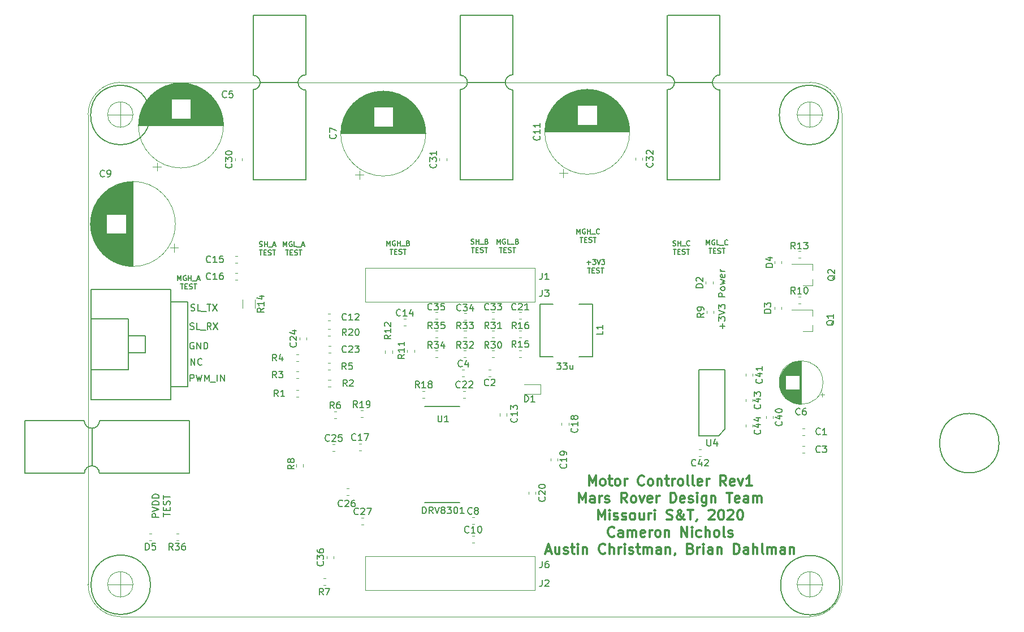
<source format=gbr>
G04 #@! TF.GenerationSoftware,KiCad,Pcbnew,(5.1.2)-1*
G04 #@! TF.CreationDate,2019-10-20T15:18:29-05:00*
G04 #@! TF.ProjectId,MotorController_Hardware,4d6f746f-7243-46f6-9e74-726f6c6c6572,rev?*
G04 #@! TF.SameCoordinates,Original*
G04 #@! TF.FileFunction,Legend,Top*
G04 #@! TF.FilePolarity,Positive*
%FSLAX46Y46*%
G04 Gerber Fmt 4.6, Leading zero omitted, Abs format (unit mm)*
G04 Created by KiCad (PCBNEW (5.1.2)-1) date 2019-10-20 15:18:29*
%MOMM*%
%LPD*%
G04 APERTURE LIST*
%ADD10C,0.150000*%
%ADD11C,0.300000*%
%ADD12C,0.152400*%
%ADD13C,0.120000*%
G04 APERTURE END LIST*
D10*
X157334380Y-77426976D02*
X157334380Y-76680976D01*
X157583047Y-77213833D01*
X157831714Y-76680976D01*
X157831714Y-77426976D01*
X158577714Y-76716500D02*
X158506666Y-76680976D01*
X158400095Y-76680976D01*
X158293523Y-76716500D01*
X158222476Y-76787547D01*
X158186952Y-76858595D01*
X158151428Y-77000690D01*
X158151428Y-77107261D01*
X158186952Y-77249357D01*
X158222476Y-77320404D01*
X158293523Y-77391452D01*
X158400095Y-77426976D01*
X158471142Y-77426976D01*
X158577714Y-77391452D01*
X158613238Y-77355928D01*
X158613238Y-77107261D01*
X158471142Y-77107261D01*
X158932952Y-77426976D02*
X158932952Y-76680976D01*
X158932952Y-77036214D02*
X159359238Y-77036214D01*
X159359238Y-77426976D02*
X159359238Y-76680976D01*
X159536857Y-77498023D02*
X160105238Y-77498023D01*
X160709142Y-77355928D02*
X160673619Y-77391452D01*
X160567047Y-77426976D01*
X160496000Y-77426976D01*
X160389428Y-77391452D01*
X160318380Y-77320404D01*
X160282857Y-77249357D01*
X160247333Y-77107261D01*
X160247333Y-77000690D01*
X160282857Y-76858595D01*
X160318380Y-76787547D01*
X160389428Y-76716500D01*
X160496000Y-76680976D01*
X160567047Y-76680976D01*
X160673619Y-76716500D01*
X160709142Y-76752023D01*
X157813952Y-77949976D02*
X158240238Y-77949976D01*
X158027095Y-78695976D02*
X158027095Y-77949976D01*
X158488904Y-78305214D02*
X158737571Y-78305214D01*
X158844142Y-78695976D02*
X158488904Y-78695976D01*
X158488904Y-77949976D01*
X158844142Y-77949976D01*
X159128333Y-78660452D02*
X159234904Y-78695976D01*
X159412523Y-78695976D01*
X159483571Y-78660452D01*
X159519095Y-78624928D01*
X159554619Y-78553880D01*
X159554619Y-78482833D01*
X159519095Y-78411785D01*
X159483571Y-78376261D01*
X159412523Y-78340738D01*
X159270428Y-78305214D01*
X159199380Y-78269690D01*
X159163857Y-78234166D01*
X159128333Y-78163119D01*
X159128333Y-78092071D01*
X159163857Y-78021023D01*
X159199380Y-77985500D01*
X159270428Y-77949976D01*
X159448047Y-77949976D01*
X159554619Y-77985500D01*
X159767761Y-77949976D02*
X160194047Y-77949976D01*
X159980904Y-78695976D02*
X159980904Y-77949976D01*
X179141428Y-91606142D02*
X179141428Y-90844238D01*
X179522380Y-91225190D02*
X178760476Y-91225190D01*
X178522380Y-90463285D02*
X178522380Y-89844238D01*
X178903333Y-90177571D01*
X178903333Y-90034714D01*
X178950952Y-89939476D01*
X178998571Y-89891857D01*
X179093809Y-89844238D01*
X179331904Y-89844238D01*
X179427142Y-89891857D01*
X179474761Y-89939476D01*
X179522380Y-90034714D01*
X179522380Y-90320428D01*
X179474761Y-90415666D01*
X179427142Y-90463285D01*
X178522380Y-89558523D02*
X179522380Y-89225190D01*
X178522380Y-88891857D01*
X178522380Y-88653761D02*
X178522380Y-88034714D01*
X178903333Y-88368047D01*
X178903333Y-88225190D01*
X178950952Y-88129952D01*
X178998571Y-88082333D01*
X179093809Y-88034714D01*
X179331904Y-88034714D01*
X179427142Y-88082333D01*
X179474761Y-88129952D01*
X179522380Y-88225190D01*
X179522380Y-88510904D01*
X179474761Y-88606142D01*
X179427142Y-88653761D01*
X179522380Y-86844238D02*
X178522380Y-86844238D01*
X178522380Y-86463285D01*
X178570000Y-86368047D01*
X178617619Y-86320428D01*
X178712857Y-86272809D01*
X178855714Y-86272809D01*
X178950952Y-86320428D01*
X178998571Y-86368047D01*
X179046190Y-86463285D01*
X179046190Y-86844238D01*
X179522380Y-85701380D02*
X179474761Y-85796619D01*
X179427142Y-85844238D01*
X179331904Y-85891857D01*
X179046190Y-85891857D01*
X178950952Y-85844238D01*
X178903333Y-85796619D01*
X178855714Y-85701380D01*
X178855714Y-85558523D01*
X178903333Y-85463285D01*
X178950952Y-85415666D01*
X179046190Y-85368047D01*
X179331904Y-85368047D01*
X179427142Y-85415666D01*
X179474761Y-85463285D01*
X179522380Y-85558523D01*
X179522380Y-85701380D01*
X178855714Y-85034714D02*
X179522380Y-84844238D01*
X179046190Y-84653761D01*
X179522380Y-84463285D01*
X178855714Y-84272809D01*
X179474761Y-83510904D02*
X179522380Y-83606142D01*
X179522380Y-83796619D01*
X179474761Y-83891857D01*
X179379523Y-83939476D01*
X178998571Y-83939476D01*
X178903333Y-83891857D01*
X178855714Y-83796619D01*
X178855714Y-83606142D01*
X178903333Y-83510904D01*
X178998571Y-83463285D01*
X179093809Y-83463285D01*
X179189047Y-83939476D01*
X179522380Y-83034714D02*
X178855714Y-83034714D01*
X179046190Y-83034714D02*
X178950952Y-82987095D01*
X178903333Y-82939476D01*
X178855714Y-82844238D01*
X178855714Y-82749000D01*
X176727190Y-79077976D02*
X176727190Y-78331976D01*
X176975857Y-78864833D01*
X177224523Y-78331976D01*
X177224523Y-79077976D01*
X177970523Y-78367500D02*
X177899476Y-78331976D01*
X177792904Y-78331976D01*
X177686333Y-78367500D01*
X177615285Y-78438547D01*
X177579761Y-78509595D01*
X177544238Y-78651690D01*
X177544238Y-78758261D01*
X177579761Y-78900357D01*
X177615285Y-78971404D01*
X177686333Y-79042452D01*
X177792904Y-79077976D01*
X177863952Y-79077976D01*
X177970523Y-79042452D01*
X178006047Y-79006928D01*
X178006047Y-78758261D01*
X177863952Y-78758261D01*
X178681000Y-79077976D02*
X178325761Y-79077976D01*
X178325761Y-78331976D01*
X178752047Y-79149023D02*
X179320428Y-79149023D01*
X179924333Y-79006928D02*
X179888809Y-79042452D01*
X179782238Y-79077976D01*
X179711190Y-79077976D01*
X179604619Y-79042452D01*
X179533571Y-78971404D01*
X179498047Y-78900357D01*
X179462523Y-78758261D01*
X179462523Y-78651690D01*
X179498047Y-78509595D01*
X179533571Y-78438547D01*
X179604619Y-78367500D01*
X179711190Y-78331976D01*
X179782238Y-78331976D01*
X179888809Y-78367500D01*
X179924333Y-78403023D01*
X177117952Y-79600976D02*
X177544238Y-79600976D01*
X177331095Y-80346976D02*
X177331095Y-79600976D01*
X177792904Y-79956214D02*
X178041571Y-79956214D01*
X178148142Y-80346976D02*
X177792904Y-80346976D01*
X177792904Y-79600976D01*
X178148142Y-79600976D01*
X178432333Y-80311452D02*
X178538904Y-80346976D01*
X178716523Y-80346976D01*
X178787571Y-80311452D01*
X178823095Y-80275928D01*
X178858619Y-80204880D01*
X178858619Y-80133833D01*
X178823095Y-80062785D01*
X178787571Y-80027261D01*
X178716523Y-79991738D01*
X178574428Y-79956214D01*
X178503380Y-79920690D01*
X178467857Y-79885166D01*
X178432333Y-79814119D01*
X178432333Y-79743071D01*
X178467857Y-79672023D01*
X178503380Y-79636500D01*
X178574428Y-79600976D01*
X178752047Y-79600976D01*
X178858619Y-79636500D01*
X179071761Y-79600976D02*
X179498047Y-79600976D01*
X179284904Y-80346976D02*
X179284904Y-79600976D01*
X171712904Y-79169452D02*
X171819476Y-79204976D01*
X171997095Y-79204976D01*
X172068142Y-79169452D01*
X172103666Y-79133928D01*
X172139190Y-79062880D01*
X172139190Y-78991833D01*
X172103666Y-78920785D01*
X172068142Y-78885261D01*
X171997095Y-78849738D01*
X171855000Y-78814214D01*
X171783952Y-78778690D01*
X171748428Y-78743166D01*
X171712904Y-78672119D01*
X171712904Y-78601071D01*
X171748428Y-78530023D01*
X171783952Y-78494500D01*
X171855000Y-78458976D01*
X172032619Y-78458976D01*
X172139190Y-78494500D01*
X172458904Y-79204976D02*
X172458904Y-78458976D01*
X172458904Y-78814214D02*
X172885190Y-78814214D01*
X172885190Y-79204976D02*
X172885190Y-78458976D01*
X173062809Y-79276023D02*
X173631190Y-79276023D01*
X174235095Y-79133928D02*
X174199571Y-79169452D01*
X174093000Y-79204976D01*
X174021952Y-79204976D01*
X173915380Y-79169452D01*
X173844333Y-79098404D01*
X173808809Y-79027357D01*
X173773285Y-78885261D01*
X173773285Y-78778690D01*
X173808809Y-78636595D01*
X173844333Y-78565547D01*
X173915380Y-78494500D01*
X174021952Y-78458976D01*
X174093000Y-78458976D01*
X174199571Y-78494500D01*
X174235095Y-78530023D01*
X171783952Y-79727976D02*
X172210238Y-79727976D01*
X171997095Y-80473976D02*
X171997095Y-79727976D01*
X172458904Y-80083214D02*
X172707571Y-80083214D01*
X172814142Y-80473976D02*
X172458904Y-80473976D01*
X172458904Y-79727976D01*
X172814142Y-79727976D01*
X173098333Y-80438452D02*
X173204904Y-80473976D01*
X173382523Y-80473976D01*
X173453571Y-80438452D01*
X173489095Y-80402928D01*
X173524619Y-80331880D01*
X173524619Y-80260833D01*
X173489095Y-80189785D01*
X173453571Y-80154261D01*
X173382523Y-80118738D01*
X173240428Y-80083214D01*
X173169380Y-80047690D01*
X173133857Y-80012166D01*
X173098333Y-79941119D01*
X173098333Y-79870071D01*
X173133857Y-79799023D01*
X173169380Y-79763500D01*
X173240428Y-79727976D01*
X173418047Y-79727976D01*
X173524619Y-79763500D01*
X173737761Y-79727976D02*
X174164047Y-79727976D01*
X173950904Y-80473976D02*
X173950904Y-79727976D01*
X158832619Y-81714785D02*
X159401000Y-81714785D01*
X159116809Y-81998976D02*
X159116809Y-81430595D01*
X159685190Y-81252976D02*
X160147000Y-81252976D01*
X159898333Y-81537166D01*
X160004904Y-81537166D01*
X160075952Y-81572690D01*
X160111476Y-81608214D01*
X160147000Y-81679261D01*
X160147000Y-81856880D01*
X160111476Y-81927928D01*
X160075952Y-81963452D01*
X160004904Y-81998976D01*
X159791761Y-81998976D01*
X159720714Y-81963452D01*
X159685190Y-81927928D01*
X160360142Y-81252976D02*
X160608809Y-81998976D01*
X160857476Y-81252976D01*
X161035095Y-81252976D02*
X161496904Y-81252976D01*
X161248238Y-81537166D01*
X161354809Y-81537166D01*
X161425857Y-81572690D01*
X161461380Y-81608214D01*
X161496904Y-81679261D01*
X161496904Y-81856880D01*
X161461380Y-81927928D01*
X161425857Y-81963452D01*
X161354809Y-81998976D01*
X161141666Y-81998976D01*
X161070619Y-81963452D01*
X161035095Y-81927928D01*
X158956952Y-82521976D02*
X159383238Y-82521976D01*
X159170095Y-83267976D02*
X159170095Y-82521976D01*
X159631904Y-82877214D02*
X159880571Y-82877214D01*
X159987142Y-83267976D02*
X159631904Y-83267976D01*
X159631904Y-82521976D01*
X159987142Y-82521976D01*
X160271333Y-83232452D02*
X160377904Y-83267976D01*
X160555523Y-83267976D01*
X160626571Y-83232452D01*
X160662095Y-83196928D01*
X160697619Y-83125880D01*
X160697619Y-83054833D01*
X160662095Y-82983785D01*
X160626571Y-82948261D01*
X160555523Y-82912738D01*
X160413428Y-82877214D01*
X160342380Y-82841690D01*
X160306857Y-82806166D01*
X160271333Y-82735119D01*
X160271333Y-82664071D01*
X160306857Y-82593023D01*
X160342380Y-82557500D01*
X160413428Y-82521976D01*
X160591047Y-82521976D01*
X160697619Y-82557500D01*
X160910761Y-82521976D02*
X161337047Y-82521976D01*
X161123904Y-83267976D02*
X161123904Y-82521976D01*
X145358190Y-78950976D02*
X145358190Y-78204976D01*
X145606857Y-78737833D01*
X145855523Y-78204976D01*
X145855523Y-78950976D01*
X146601523Y-78240500D02*
X146530476Y-78204976D01*
X146423904Y-78204976D01*
X146317333Y-78240500D01*
X146246285Y-78311547D01*
X146210761Y-78382595D01*
X146175238Y-78524690D01*
X146175238Y-78631261D01*
X146210761Y-78773357D01*
X146246285Y-78844404D01*
X146317333Y-78915452D01*
X146423904Y-78950976D01*
X146494952Y-78950976D01*
X146601523Y-78915452D01*
X146637047Y-78879928D01*
X146637047Y-78631261D01*
X146494952Y-78631261D01*
X147312000Y-78950976D02*
X146956761Y-78950976D01*
X146956761Y-78204976D01*
X147383047Y-79022023D02*
X147951428Y-79022023D01*
X148377714Y-78560214D02*
X148484285Y-78595738D01*
X148519809Y-78631261D01*
X148555333Y-78702309D01*
X148555333Y-78808880D01*
X148519809Y-78879928D01*
X148484285Y-78915452D01*
X148413238Y-78950976D01*
X148129047Y-78950976D01*
X148129047Y-78204976D01*
X148377714Y-78204976D01*
X148448761Y-78240500D01*
X148484285Y-78276023D01*
X148519809Y-78347071D01*
X148519809Y-78418119D01*
X148484285Y-78489166D01*
X148448761Y-78524690D01*
X148377714Y-78560214D01*
X148129047Y-78560214D01*
X145748952Y-79473976D02*
X146175238Y-79473976D01*
X145962095Y-80219976D02*
X145962095Y-79473976D01*
X146423904Y-79829214D02*
X146672571Y-79829214D01*
X146779142Y-80219976D02*
X146423904Y-80219976D01*
X146423904Y-79473976D01*
X146779142Y-79473976D01*
X147063333Y-80184452D02*
X147169904Y-80219976D01*
X147347523Y-80219976D01*
X147418571Y-80184452D01*
X147454095Y-80148928D01*
X147489619Y-80077880D01*
X147489619Y-80006833D01*
X147454095Y-79935785D01*
X147418571Y-79900261D01*
X147347523Y-79864738D01*
X147205428Y-79829214D01*
X147134380Y-79793690D01*
X147098857Y-79758166D01*
X147063333Y-79687119D01*
X147063333Y-79616071D01*
X147098857Y-79545023D01*
X147134380Y-79509500D01*
X147205428Y-79473976D01*
X147383047Y-79473976D01*
X147489619Y-79509500D01*
X147702761Y-79473976D02*
X148129047Y-79473976D01*
X147915904Y-80219976D02*
X147915904Y-79473976D01*
X141486904Y-78915452D02*
X141593476Y-78950976D01*
X141771095Y-78950976D01*
X141842142Y-78915452D01*
X141877666Y-78879928D01*
X141913190Y-78808880D01*
X141913190Y-78737833D01*
X141877666Y-78666785D01*
X141842142Y-78631261D01*
X141771095Y-78595738D01*
X141629000Y-78560214D01*
X141557952Y-78524690D01*
X141522428Y-78489166D01*
X141486904Y-78418119D01*
X141486904Y-78347071D01*
X141522428Y-78276023D01*
X141557952Y-78240500D01*
X141629000Y-78204976D01*
X141806619Y-78204976D01*
X141913190Y-78240500D01*
X142232904Y-78950976D02*
X142232904Y-78204976D01*
X142232904Y-78560214D02*
X142659190Y-78560214D01*
X142659190Y-78950976D02*
X142659190Y-78204976D01*
X142836809Y-79022023D02*
X143405190Y-79022023D01*
X143831476Y-78560214D02*
X143938047Y-78595738D01*
X143973571Y-78631261D01*
X144009095Y-78702309D01*
X144009095Y-78808880D01*
X143973571Y-78879928D01*
X143938047Y-78915452D01*
X143867000Y-78950976D01*
X143582809Y-78950976D01*
X143582809Y-78204976D01*
X143831476Y-78204976D01*
X143902523Y-78240500D01*
X143938047Y-78276023D01*
X143973571Y-78347071D01*
X143973571Y-78418119D01*
X143938047Y-78489166D01*
X143902523Y-78524690D01*
X143831476Y-78560214D01*
X143582809Y-78560214D01*
X141557952Y-79473976D02*
X141984238Y-79473976D01*
X141771095Y-80219976D02*
X141771095Y-79473976D01*
X142232904Y-79829214D02*
X142481571Y-79829214D01*
X142588142Y-80219976D02*
X142232904Y-80219976D01*
X142232904Y-79473976D01*
X142588142Y-79473976D01*
X142872333Y-80184452D02*
X142978904Y-80219976D01*
X143156523Y-80219976D01*
X143227571Y-80184452D01*
X143263095Y-80148928D01*
X143298619Y-80077880D01*
X143298619Y-80006833D01*
X143263095Y-79935785D01*
X143227571Y-79900261D01*
X143156523Y-79864738D01*
X143014428Y-79829214D01*
X142943380Y-79793690D01*
X142907857Y-79758166D01*
X142872333Y-79687119D01*
X142872333Y-79616071D01*
X142907857Y-79545023D01*
X142943380Y-79509500D01*
X143014428Y-79473976D01*
X143192047Y-79473976D01*
X143298619Y-79509500D01*
X143511761Y-79473976D02*
X143938047Y-79473976D01*
X143724904Y-80219976D02*
X143724904Y-79473976D01*
X128886380Y-79204976D02*
X128886380Y-78458976D01*
X129135047Y-78991833D01*
X129383714Y-78458976D01*
X129383714Y-79204976D01*
X130129714Y-78494500D02*
X130058666Y-78458976D01*
X129952095Y-78458976D01*
X129845523Y-78494500D01*
X129774476Y-78565547D01*
X129738952Y-78636595D01*
X129703428Y-78778690D01*
X129703428Y-78885261D01*
X129738952Y-79027357D01*
X129774476Y-79098404D01*
X129845523Y-79169452D01*
X129952095Y-79204976D01*
X130023142Y-79204976D01*
X130129714Y-79169452D01*
X130165238Y-79133928D01*
X130165238Y-78885261D01*
X130023142Y-78885261D01*
X130484952Y-79204976D02*
X130484952Y-78458976D01*
X130484952Y-78814214D02*
X130911238Y-78814214D01*
X130911238Y-79204976D02*
X130911238Y-78458976D01*
X131088857Y-79276023D02*
X131657238Y-79276023D01*
X132083523Y-78814214D02*
X132190095Y-78849738D01*
X132225619Y-78885261D01*
X132261142Y-78956309D01*
X132261142Y-79062880D01*
X132225619Y-79133928D01*
X132190095Y-79169452D01*
X132119047Y-79204976D01*
X131834857Y-79204976D01*
X131834857Y-78458976D01*
X132083523Y-78458976D01*
X132154571Y-78494500D01*
X132190095Y-78530023D01*
X132225619Y-78601071D01*
X132225619Y-78672119D01*
X132190095Y-78743166D01*
X132154571Y-78778690D01*
X132083523Y-78814214D01*
X131834857Y-78814214D01*
X129365952Y-79727976D02*
X129792238Y-79727976D01*
X129579095Y-80473976D02*
X129579095Y-79727976D01*
X130040904Y-80083214D02*
X130289571Y-80083214D01*
X130396142Y-80473976D02*
X130040904Y-80473976D01*
X130040904Y-79727976D01*
X130396142Y-79727976D01*
X130680333Y-80438452D02*
X130786904Y-80473976D01*
X130964523Y-80473976D01*
X131035571Y-80438452D01*
X131071095Y-80402928D01*
X131106619Y-80331880D01*
X131106619Y-80260833D01*
X131071095Y-80189785D01*
X131035571Y-80154261D01*
X130964523Y-80118738D01*
X130822428Y-80083214D01*
X130751380Y-80047690D01*
X130715857Y-80012166D01*
X130680333Y-79941119D01*
X130680333Y-79870071D01*
X130715857Y-79799023D01*
X130751380Y-79763500D01*
X130822428Y-79727976D01*
X131000047Y-79727976D01*
X131106619Y-79763500D01*
X131319761Y-79727976D02*
X131746047Y-79727976D01*
X131532904Y-80473976D02*
X131532904Y-79727976D01*
X113407476Y-79331976D02*
X113407476Y-78585976D01*
X113656142Y-79118833D01*
X113904809Y-78585976D01*
X113904809Y-79331976D01*
X114650809Y-78621500D02*
X114579761Y-78585976D01*
X114473190Y-78585976D01*
X114366619Y-78621500D01*
X114295571Y-78692547D01*
X114260047Y-78763595D01*
X114224523Y-78905690D01*
X114224523Y-79012261D01*
X114260047Y-79154357D01*
X114295571Y-79225404D01*
X114366619Y-79296452D01*
X114473190Y-79331976D01*
X114544238Y-79331976D01*
X114650809Y-79296452D01*
X114686333Y-79260928D01*
X114686333Y-79012261D01*
X114544238Y-79012261D01*
X115361285Y-79331976D02*
X115006047Y-79331976D01*
X115006047Y-78585976D01*
X115432333Y-79403023D02*
X116000714Y-79403023D01*
X116142809Y-79118833D02*
X116498047Y-79118833D01*
X116071761Y-79331976D02*
X116320428Y-78585976D01*
X116569095Y-79331976D01*
X113744952Y-79854976D02*
X114171238Y-79854976D01*
X113958095Y-80600976D02*
X113958095Y-79854976D01*
X114419904Y-80210214D02*
X114668571Y-80210214D01*
X114775142Y-80600976D02*
X114419904Y-80600976D01*
X114419904Y-79854976D01*
X114775142Y-79854976D01*
X115059333Y-80565452D02*
X115165904Y-80600976D01*
X115343523Y-80600976D01*
X115414571Y-80565452D01*
X115450095Y-80529928D01*
X115485619Y-80458880D01*
X115485619Y-80387833D01*
X115450095Y-80316785D01*
X115414571Y-80281261D01*
X115343523Y-80245738D01*
X115201428Y-80210214D01*
X115130380Y-80174690D01*
X115094857Y-80139166D01*
X115059333Y-80068119D01*
X115059333Y-79997071D01*
X115094857Y-79926023D01*
X115130380Y-79890500D01*
X115201428Y-79854976D01*
X115379047Y-79854976D01*
X115485619Y-79890500D01*
X115698761Y-79854976D02*
X116125047Y-79854976D01*
X115911904Y-80600976D02*
X115911904Y-79854976D01*
X109790190Y-79296452D02*
X109896761Y-79331976D01*
X110074380Y-79331976D01*
X110145428Y-79296452D01*
X110180952Y-79260928D01*
X110216476Y-79189880D01*
X110216476Y-79118833D01*
X110180952Y-79047785D01*
X110145428Y-79012261D01*
X110074380Y-78976738D01*
X109932285Y-78941214D01*
X109861238Y-78905690D01*
X109825714Y-78870166D01*
X109790190Y-78799119D01*
X109790190Y-78728071D01*
X109825714Y-78657023D01*
X109861238Y-78621500D01*
X109932285Y-78585976D01*
X110109904Y-78585976D01*
X110216476Y-78621500D01*
X110536190Y-79331976D02*
X110536190Y-78585976D01*
X110536190Y-78941214D02*
X110962476Y-78941214D01*
X110962476Y-79331976D02*
X110962476Y-78585976D01*
X111140095Y-79403023D02*
X111708476Y-79403023D01*
X111850571Y-79118833D02*
X112205809Y-79118833D01*
X111779523Y-79331976D02*
X112028190Y-78585976D01*
X112276857Y-79331976D01*
X109807952Y-79854976D02*
X110234238Y-79854976D01*
X110021095Y-80600976D02*
X110021095Y-79854976D01*
X110482904Y-80210214D02*
X110731571Y-80210214D01*
X110838142Y-80600976D02*
X110482904Y-80600976D01*
X110482904Y-79854976D01*
X110838142Y-79854976D01*
X111122333Y-80565452D02*
X111228904Y-80600976D01*
X111406523Y-80600976D01*
X111477571Y-80565452D01*
X111513095Y-80529928D01*
X111548619Y-80458880D01*
X111548619Y-80387833D01*
X111513095Y-80316785D01*
X111477571Y-80281261D01*
X111406523Y-80245738D01*
X111264428Y-80210214D01*
X111193380Y-80174690D01*
X111157857Y-80139166D01*
X111122333Y-80068119D01*
X111122333Y-79997071D01*
X111157857Y-79926023D01*
X111193380Y-79890500D01*
X111264428Y-79854976D01*
X111442047Y-79854976D01*
X111548619Y-79890500D01*
X111761761Y-79854976D02*
X112188047Y-79854976D01*
X111974904Y-80600976D02*
X111974904Y-79854976D01*
X97570666Y-84411976D02*
X97570666Y-83665976D01*
X97819333Y-84198833D01*
X98068000Y-83665976D01*
X98068000Y-84411976D01*
X98814000Y-83701500D02*
X98742952Y-83665976D01*
X98636380Y-83665976D01*
X98529809Y-83701500D01*
X98458761Y-83772547D01*
X98423238Y-83843595D01*
X98387714Y-83985690D01*
X98387714Y-84092261D01*
X98423238Y-84234357D01*
X98458761Y-84305404D01*
X98529809Y-84376452D01*
X98636380Y-84411976D01*
X98707428Y-84411976D01*
X98814000Y-84376452D01*
X98849523Y-84340928D01*
X98849523Y-84092261D01*
X98707428Y-84092261D01*
X99169238Y-84411976D02*
X99169238Y-83665976D01*
X99169238Y-84021214D02*
X99595523Y-84021214D01*
X99595523Y-84411976D02*
X99595523Y-83665976D01*
X99773142Y-84483023D02*
X100341523Y-84483023D01*
X100483619Y-84198833D02*
X100838857Y-84198833D01*
X100412571Y-84411976D02*
X100661238Y-83665976D01*
X100909904Y-84411976D01*
X97996952Y-84934976D02*
X98423238Y-84934976D01*
X98210095Y-85680976D02*
X98210095Y-84934976D01*
X98671904Y-85290214D02*
X98920571Y-85290214D01*
X99027142Y-85680976D02*
X98671904Y-85680976D01*
X98671904Y-84934976D01*
X99027142Y-84934976D01*
X99311333Y-85645452D02*
X99417904Y-85680976D01*
X99595523Y-85680976D01*
X99666571Y-85645452D01*
X99702095Y-85609928D01*
X99737619Y-85538880D01*
X99737619Y-85467833D01*
X99702095Y-85396785D01*
X99666571Y-85361261D01*
X99595523Y-85325738D01*
X99453428Y-85290214D01*
X99382380Y-85254690D01*
X99346857Y-85219166D01*
X99311333Y-85148119D01*
X99311333Y-85077071D01*
X99346857Y-85006023D01*
X99382380Y-84970500D01*
X99453428Y-84934976D01*
X99631047Y-84934976D01*
X99737619Y-84970500D01*
X99950761Y-84934976D02*
X100377047Y-84934976D01*
X100163904Y-85680976D02*
X100163904Y-84934976D01*
X99433380Y-99512380D02*
X99433380Y-98512380D01*
X99814333Y-98512380D01*
X99909571Y-98560000D01*
X99957190Y-98607619D01*
X100004809Y-98702857D01*
X100004809Y-98845714D01*
X99957190Y-98940952D01*
X99909571Y-98988571D01*
X99814333Y-99036190D01*
X99433380Y-99036190D01*
X100338142Y-98512380D02*
X100576238Y-99512380D01*
X100766714Y-98798095D01*
X100957190Y-99512380D01*
X101195285Y-98512380D01*
X101576238Y-99512380D02*
X101576238Y-98512380D01*
X101909571Y-99226666D01*
X102242904Y-98512380D01*
X102242904Y-99512380D01*
X102481000Y-99607619D02*
X103242904Y-99607619D01*
X103481000Y-99512380D02*
X103481000Y-98512380D01*
X103957190Y-99512380D02*
X103957190Y-98512380D01*
X104528619Y-99512380D01*
X104528619Y-98512380D01*
X99544285Y-97099380D02*
X99544285Y-96099380D01*
X100115714Y-97099380D01*
X100115714Y-96099380D01*
X101163333Y-97004142D02*
X101115714Y-97051761D01*
X100972857Y-97099380D01*
X100877619Y-97099380D01*
X100734761Y-97051761D01*
X100639523Y-96956523D01*
X100591904Y-96861285D01*
X100544285Y-96670809D01*
X100544285Y-96527952D01*
X100591904Y-96337476D01*
X100639523Y-96242238D01*
X100734761Y-96147000D01*
X100877619Y-96099380D01*
X100972857Y-96099380D01*
X101115714Y-96147000D01*
X101163333Y-96194619D01*
X99949095Y-93734000D02*
X99853857Y-93686380D01*
X99711000Y-93686380D01*
X99568142Y-93734000D01*
X99472904Y-93829238D01*
X99425285Y-93924476D01*
X99377666Y-94114952D01*
X99377666Y-94257809D01*
X99425285Y-94448285D01*
X99472904Y-94543523D01*
X99568142Y-94638761D01*
X99711000Y-94686380D01*
X99806238Y-94686380D01*
X99949095Y-94638761D01*
X99996714Y-94591142D01*
X99996714Y-94257809D01*
X99806238Y-94257809D01*
X100425285Y-94686380D02*
X100425285Y-93686380D01*
X100996714Y-94686380D01*
X100996714Y-93686380D01*
X101472904Y-94686380D02*
X101472904Y-93686380D01*
X101711000Y-93686380D01*
X101853857Y-93734000D01*
X101949095Y-93829238D01*
X101996714Y-93924476D01*
X102044333Y-94114952D01*
X102044333Y-94257809D01*
X101996714Y-94448285D01*
X101949095Y-94543523D01*
X101853857Y-94638761D01*
X101711000Y-94686380D01*
X101472904Y-94686380D01*
X99425380Y-91717761D02*
X99568238Y-91765380D01*
X99806333Y-91765380D01*
X99901571Y-91717761D01*
X99949190Y-91670142D01*
X99996809Y-91574904D01*
X99996809Y-91479666D01*
X99949190Y-91384428D01*
X99901571Y-91336809D01*
X99806333Y-91289190D01*
X99615857Y-91241571D01*
X99520619Y-91193952D01*
X99473000Y-91146333D01*
X99425380Y-91051095D01*
X99425380Y-90955857D01*
X99473000Y-90860619D01*
X99520619Y-90813000D01*
X99615857Y-90765380D01*
X99853952Y-90765380D01*
X99996809Y-90813000D01*
X100901571Y-91765380D02*
X100425380Y-91765380D01*
X100425380Y-90765380D01*
X100996809Y-91860619D02*
X101758714Y-91860619D01*
X102568238Y-91765380D02*
X102234904Y-91289190D01*
X101996809Y-91765380D02*
X101996809Y-90765380D01*
X102377761Y-90765380D01*
X102473000Y-90813000D01*
X102520619Y-90860619D01*
X102568238Y-90955857D01*
X102568238Y-91098714D01*
X102520619Y-91193952D01*
X102473000Y-91241571D01*
X102377761Y-91289190D01*
X101996809Y-91289190D01*
X102901571Y-90765380D02*
X103568238Y-91765380D01*
X103568238Y-90765380D02*
X102901571Y-91765380D01*
X99544428Y-88923761D02*
X99687285Y-88971380D01*
X99925380Y-88971380D01*
X100020619Y-88923761D01*
X100068238Y-88876142D01*
X100115857Y-88780904D01*
X100115857Y-88685666D01*
X100068238Y-88590428D01*
X100020619Y-88542809D01*
X99925380Y-88495190D01*
X99734904Y-88447571D01*
X99639666Y-88399952D01*
X99592047Y-88352333D01*
X99544428Y-88257095D01*
X99544428Y-88161857D01*
X99592047Y-88066619D01*
X99639666Y-88019000D01*
X99734904Y-87971380D01*
X99973000Y-87971380D01*
X100115857Y-88019000D01*
X101020619Y-88971380D02*
X100544428Y-88971380D01*
X100544428Y-87971380D01*
X101115857Y-89066619D02*
X101877761Y-89066619D01*
X101973000Y-87971380D02*
X102544428Y-87971380D01*
X102258714Y-88971380D02*
X102258714Y-87971380D01*
X102782523Y-87971380D02*
X103449190Y-88971380D01*
X103449190Y-87971380D02*
X102782523Y-88971380D01*
X94750380Y-119863976D02*
X93750380Y-119863976D01*
X93750380Y-119483023D01*
X93798000Y-119387785D01*
X93845619Y-119340166D01*
X93940857Y-119292547D01*
X94083714Y-119292547D01*
X94178952Y-119340166D01*
X94226571Y-119387785D01*
X94274190Y-119483023D01*
X94274190Y-119863976D01*
X93750380Y-119006833D02*
X94750380Y-118673500D01*
X93750380Y-118340166D01*
X94750380Y-118006833D02*
X93750380Y-118006833D01*
X93750380Y-117768738D01*
X93798000Y-117625880D01*
X93893238Y-117530642D01*
X93988476Y-117483023D01*
X94178952Y-117435404D01*
X94321809Y-117435404D01*
X94512285Y-117483023D01*
X94607523Y-117530642D01*
X94702761Y-117625880D01*
X94750380Y-117768738D01*
X94750380Y-118006833D01*
X94750380Y-117006833D02*
X93750380Y-117006833D01*
X93750380Y-116768738D01*
X93798000Y-116625880D01*
X93893238Y-116530642D01*
X93988476Y-116483023D01*
X94178952Y-116435404D01*
X94321809Y-116435404D01*
X94512285Y-116483023D01*
X94607523Y-116530642D01*
X94702761Y-116625880D01*
X94750380Y-116768738D01*
X94750380Y-117006833D01*
X95400380Y-119768738D02*
X95400380Y-119197309D01*
X96400380Y-119483023D02*
X95400380Y-119483023D01*
X95876571Y-118863976D02*
X95876571Y-118530642D01*
X96400380Y-118387785D02*
X96400380Y-118863976D01*
X95400380Y-118863976D01*
X95400380Y-118387785D01*
X96352761Y-118006833D02*
X96400380Y-117863976D01*
X96400380Y-117625880D01*
X96352761Y-117530642D01*
X96305142Y-117483023D01*
X96209904Y-117435404D01*
X96114666Y-117435404D01*
X96019428Y-117483023D01*
X95971809Y-117530642D01*
X95924190Y-117625880D01*
X95876571Y-117816357D01*
X95828952Y-117911595D01*
X95781333Y-117959214D01*
X95686095Y-118006833D01*
X95590857Y-118006833D01*
X95495619Y-117959214D01*
X95448000Y-117911595D01*
X95400380Y-117816357D01*
X95400380Y-117578261D01*
X95448000Y-117435404D01*
X95400380Y-117149690D02*
X95400380Y-116578261D01*
X96400380Y-116863976D02*
X95400380Y-116863976D01*
D11*
X159180142Y-115149071D02*
X159180142Y-113649071D01*
X159680142Y-114720500D01*
X160180142Y-113649071D01*
X160180142Y-115149071D01*
X161108714Y-115149071D02*
X160965857Y-115077642D01*
X160894428Y-115006214D01*
X160823000Y-114863357D01*
X160823000Y-114434785D01*
X160894428Y-114291928D01*
X160965857Y-114220500D01*
X161108714Y-114149071D01*
X161323000Y-114149071D01*
X161465857Y-114220500D01*
X161537285Y-114291928D01*
X161608714Y-114434785D01*
X161608714Y-114863357D01*
X161537285Y-115006214D01*
X161465857Y-115077642D01*
X161323000Y-115149071D01*
X161108714Y-115149071D01*
X162037285Y-114149071D02*
X162608714Y-114149071D01*
X162251571Y-113649071D02*
X162251571Y-114934785D01*
X162323000Y-115077642D01*
X162465857Y-115149071D01*
X162608714Y-115149071D01*
X163323000Y-115149071D02*
X163180142Y-115077642D01*
X163108714Y-115006214D01*
X163037285Y-114863357D01*
X163037285Y-114434785D01*
X163108714Y-114291928D01*
X163180142Y-114220500D01*
X163323000Y-114149071D01*
X163537285Y-114149071D01*
X163680142Y-114220500D01*
X163751571Y-114291928D01*
X163823000Y-114434785D01*
X163823000Y-114863357D01*
X163751571Y-115006214D01*
X163680142Y-115077642D01*
X163537285Y-115149071D01*
X163323000Y-115149071D01*
X164465857Y-115149071D02*
X164465857Y-114149071D01*
X164465857Y-114434785D02*
X164537285Y-114291928D01*
X164608714Y-114220500D01*
X164751571Y-114149071D01*
X164894428Y-114149071D01*
X167394428Y-115006214D02*
X167323000Y-115077642D01*
X167108714Y-115149071D01*
X166965857Y-115149071D01*
X166751571Y-115077642D01*
X166608714Y-114934785D01*
X166537285Y-114791928D01*
X166465857Y-114506214D01*
X166465857Y-114291928D01*
X166537285Y-114006214D01*
X166608714Y-113863357D01*
X166751571Y-113720500D01*
X166965857Y-113649071D01*
X167108714Y-113649071D01*
X167323000Y-113720500D01*
X167394428Y-113791928D01*
X168251571Y-115149071D02*
X168108714Y-115077642D01*
X168037285Y-115006214D01*
X167965857Y-114863357D01*
X167965857Y-114434785D01*
X168037285Y-114291928D01*
X168108714Y-114220500D01*
X168251571Y-114149071D01*
X168465857Y-114149071D01*
X168608714Y-114220500D01*
X168680142Y-114291928D01*
X168751571Y-114434785D01*
X168751571Y-114863357D01*
X168680142Y-115006214D01*
X168608714Y-115077642D01*
X168465857Y-115149071D01*
X168251571Y-115149071D01*
X169394428Y-114149071D02*
X169394428Y-115149071D01*
X169394428Y-114291928D02*
X169465857Y-114220500D01*
X169608714Y-114149071D01*
X169823000Y-114149071D01*
X169965857Y-114220500D01*
X170037285Y-114363357D01*
X170037285Y-115149071D01*
X170537285Y-114149071D02*
X171108714Y-114149071D01*
X170751571Y-113649071D02*
X170751571Y-114934785D01*
X170823000Y-115077642D01*
X170965857Y-115149071D01*
X171108714Y-115149071D01*
X171608714Y-115149071D02*
X171608714Y-114149071D01*
X171608714Y-114434785D02*
X171680142Y-114291928D01*
X171751571Y-114220500D01*
X171894428Y-114149071D01*
X172037285Y-114149071D01*
X172751571Y-115149071D02*
X172608714Y-115077642D01*
X172537285Y-115006214D01*
X172465857Y-114863357D01*
X172465857Y-114434785D01*
X172537285Y-114291928D01*
X172608714Y-114220500D01*
X172751571Y-114149071D01*
X172965857Y-114149071D01*
X173108714Y-114220500D01*
X173180142Y-114291928D01*
X173251571Y-114434785D01*
X173251571Y-114863357D01*
X173180142Y-115006214D01*
X173108714Y-115077642D01*
X172965857Y-115149071D01*
X172751571Y-115149071D01*
X174108714Y-115149071D02*
X173965857Y-115077642D01*
X173894428Y-114934785D01*
X173894428Y-113649071D01*
X174894428Y-115149071D02*
X174751571Y-115077642D01*
X174680142Y-114934785D01*
X174680142Y-113649071D01*
X176037285Y-115077642D02*
X175894428Y-115149071D01*
X175608714Y-115149071D01*
X175465857Y-115077642D01*
X175394428Y-114934785D01*
X175394428Y-114363357D01*
X175465857Y-114220500D01*
X175608714Y-114149071D01*
X175894428Y-114149071D01*
X176037285Y-114220500D01*
X176108714Y-114363357D01*
X176108714Y-114506214D01*
X175394428Y-114649071D01*
X176751571Y-115149071D02*
X176751571Y-114149071D01*
X176751571Y-114434785D02*
X176823000Y-114291928D01*
X176894428Y-114220500D01*
X177037285Y-114149071D01*
X177180142Y-114149071D01*
X179680142Y-115149071D02*
X179180142Y-114434785D01*
X178823000Y-115149071D02*
X178823000Y-113649071D01*
X179394428Y-113649071D01*
X179537285Y-113720500D01*
X179608714Y-113791928D01*
X179680142Y-113934785D01*
X179680142Y-114149071D01*
X179608714Y-114291928D01*
X179537285Y-114363357D01*
X179394428Y-114434785D01*
X178823000Y-114434785D01*
X180894428Y-115077642D02*
X180751571Y-115149071D01*
X180465857Y-115149071D01*
X180323000Y-115077642D01*
X180251571Y-114934785D01*
X180251571Y-114363357D01*
X180323000Y-114220500D01*
X180465857Y-114149071D01*
X180751571Y-114149071D01*
X180894428Y-114220500D01*
X180965857Y-114363357D01*
X180965857Y-114506214D01*
X180251571Y-114649071D01*
X181465857Y-114149071D02*
X181823000Y-115149071D01*
X182180142Y-114149071D01*
X183537285Y-115149071D02*
X182680142Y-115149071D01*
X183108714Y-115149071D02*
X183108714Y-113649071D01*
X182965857Y-113863357D01*
X182823000Y-114006214D01*
X182680142Y-114077642D01*
X157644428Y-117699071D02*
X157644428Y-116199071D01*
X158144428Y-117270500D01*
X158644428Y-116199071D01*
X158644428Y-117699071D01*
X160001571Y-117699071D02*
X160001571Y-116913357D01*
X159930142Y-116770500D01*
X159787285Y-116699071D01*
X159501571Y-116699071D01*
X159358714Y-116770500D01*
X160001571Y-117627642D02*
X159858714Y-117699071D01*
X159501571Y-117699071D01*
X159358714Y-117627642D01*
X159287285Y-117484785D01*
X159287285Y-117341928D01*
X159358714Y-117199071D01*
X159501571Y-117127642D01*
X159858714Y-117127642D01*
X160001571Y-117056214D01*
X160715857Y-117699071D02*
X160715857Y-116699071D01*
X160715857Y-116984785D02*
X160787285Y-116841928D01*
X160858714Y-116770500D01*
X161001571Y-116699071D01*
X161144428Y-116699071D01*
X161573000Y-117627642D02*
X161715857Y-117699071D01*
X162001571Y-117699071D01*
X162144428Y-117627642D01*
X162215857Y-117484785D01*
X162215857Y-117413357D01*
X162144428Y-117270500D01*
X162001571Y-117199071D01*
X161787285Y-117199071D01*
X161644428Y-117127642D01*
X161573000Y-116984785D01*
X161573000Y-116913357D01*
X161644428Y-116770500D01*
X161787285Y-116699071D01*
X162001571Y-116699071D01*
X162144428Y-116770500D01*
X164858714Y-117699071D02*
X164358714Y-116984785D01*
X164001571Y-117699071D02*
X164001571Y-116199071D01*
X164573000Y-116199071D01*
X164715857Y-116270500D01*
X164787285Y-116341928D01*
X164858714Y-116484785D01*
X164858714Y-116699071D01*
X164787285Y-116841928D01*
X164715857Y-116913357D01*
X164573000Y-116984785D01*
X164001571Y-116984785D01*
X165715857Y-117699071D02*
X165573000Y-117627642D01*
X165501571Y-117556214D01*
X165430142Y-117413357D01*
X165430142Y-116984785D01*
X165501571Y-116841928D01*
X165573000Y-116770500D01*
X165715857Y-116699071D01*
X165930142Y-116699071D01*
X166073000Y-116770500D01*
X166144428Y-116841928D01*
X166215857Y-116984785D01*
X166215857Y-117413357D01*
X166144428Y-117556214D01*
X166073000Y-117627642D01*
X165930142Y-117699071D01*
X165715857Y-117699071D01*
X166715857Y-116699071D02*
X167073000Y-117699071D01*
X167430142Y-116699071D01*
X168573000Y-117627642D02*
X168430142Y-117699071D01*
X168144428Y-117699071D01*
X168001571Y-117627642D01*
X167930142Y-117484785D01*
X167930142Y-116913357D01*
X168001571Y-116770500D01*
X168144428Y-116699071D01*
X168430142Y-116699071D01*
X168573000Y-116770500D01*
X168644428Y-116913357D01*
X168644428Y-117056214D01*
X167930142Y-117199071D01*
X169287285Y-117699071D02*
X169287285Y-116699071D01*
X169287285Y-116984785D02*
X169358714Y-116841928D01*
X169430142Y-116770500D01*
X169573000Y-116699071D01*
X169715857Y-116699071D01*
X171358714Y-117699071D02*
X171358714Y-116199071D01*
X171715857Y-116199071D01*
X171930142Y-116270500D01*
X172073000Y-116413357D01*
X172144428Y-116556214D01*
X172215857Y-116841928D01*
X172215857Y-117056214D01*
X172144428Y-117341928D01*
X172073000Y-117484785D01*
X171930142Y-117627642D01*
X171715857Y-117699071D01*
X171358714Y-117699071D01*
X173430142Y-117627642D02*
X173287285Y-117699071D01*
X173001571Y-117699071D01*
X172858714Y-117627642D01*
X172787285Y-117484785D01*
X172787285Y-116913357D01*
X172858714Y-116770500D01*
X173001571Y-116699071D01*
X173287285Y-116699071D01*
X173430142Y-116770500D01*
X173501571Y-116913357D01*
X173501571Y-117056214D01*
X172787285Y-117199071D01*
X174073000Y-117627642D02*
X174215857Y-117699071D01*
X174501571Y-117699071D01*
X174644428Y-117627642D01*
X174715857Y-117484785D01*
X174715857Y-117413357D01*
X174644428Y-117270500D01*
X174501571Y-117199071D01*
X174287285Y-117199071D01*
X174144428Y-117127642D01*
X174073000Y-116984785D01*
X174073000Y-116913357D01*
X174144428Y-116770500D01*
X174287285Y-116699071D01*
X174501571Y-116699071D01*
X174644428Y-116770500D01*
X175358714Y-117699071D02*
X175358714Y-116699071D01*
X175358714Y-116199071D02*
X175287285Y-116270500D01*
X175358714Y-116341928D01*
X175430142Y-116270500D01*
X175358714Y-116199071D01*
X175358714Y-116341928D01*
X176715857Y-116699071D02*
X176715857Y-117913357D01*
X176644428Y-118056214D01*
X176573000Y-118127642D01*
X176430142Y-118199071D01*
X176215857Y-118199071D01*
X176073000Y-118127642D01*
X176715857Y-117627642D02*
X176573000Y-117699071D01*
X176287285Y-117699071D01*
X176144428Y-117627642D01*
X176073000Y-117556214D01*
X176001571Y-117413357D01*
X176001571Y-116984785D01*
X176073000Y-116841928D01*
X176144428Y-116770500D01*
X176287285Y-116699071D01*
X176573000Y-116699071D01*
X176715857Y-116770500D01*
X177430142Y-116699071D02*
X177430142Y-117699071D01*
X177430142Y-116841928D02*
X177501571Y-116770500D01*
X177644428Y-116699071D01*
X177858714Y-116699071D01*
X178001571Y-116770500D01*
X178073000Y-116913357D01*
X178073000Y-117699071D01*
X179715857Y-116199071D02*
X180573000Y-116199071D01*
X180144428Y-117699071D02*
X180144428Y-116199071D01*
X181644428Y-117627642D02*
X181501571Y-117699071D01*
X181215857Y-117699071D01*
X181073000Y-117627642D01*
X181001571Y-117484785D01*
X181001571Y-116913357D01*
X181073000Y-116770500D01*
X181215857Y-116699071D01*
X181501571Y-116699071D01*
X181644428Y-116770500D01*
X181715857Y-116913357D01*
X181715857Y-117056214D01*
X181001571Y-117199071D01*
X183001571Y-117699071D02*
X183001571Y-116913357D01*
X182930142Y-116770500D01*
X182787285Y-116699071D01*
X182501571Y-116699071D01*
X182358714Y-116770500D01*
X183001571Y-117627642D02*
X182858714Y-117699071D01*
X182501571Y-117699071D01*
X182358714Y-117627642D01*
X182287285Y-117484785D01*
X182287285Y-117341928D01*
X182358714Y-117199071D01*
X182501571Y-117127642D01*
X182858714Y-117127642D01*
X183001571Y-117056214D01*
X183715857Y-117699071D02*
X183715857Y-116699071D01*
X183715857Y-116841928D02*
X183787285Y-116770500D01*
X183930142Y-116699071D01*
X184144428Y-116699071D01*
X184287285Y-116770500D01*
X184358714Y-116913357D01*
X184358714Y-117699071D01*
X184358714Y-116913357D02*
X184430142Y-116770500D01*
X184573000Y-116699071D01*
X184787285Y-116699071D01*
X184930142Y-116770500D01*
X185001571Y-116913357D01*
X185001571Y-117699071D01*
X160501571Y-120249071D02*
X160501571Y-118749071D01*
X161001571Y-119820500D01*
X161501571Y-118749071D01*
X161501571Y-120249071D01*
X162215857Y-120249071D02*
X162215857Y-119249071D01*
X162215857Y-118749071D02*
X162144428Y-118820500D01*
X162215857Y-118891928D01*
X162287285Y-118820500D01*
X162215857Y-118749071D01*
X162215857Y-118891928D01*
X162858714Y-120177642D02*
X163001571Y-120249071D01*
X163287285Y-120249071D01*
X163430142Y-120177642D01*
X163501571Y-120034785D01*
X163501571Y-119963357D01*
X163430142Y-119820500D01*
X163287285Y-119749071D01*
X163073000Y-119749071D01*
X162930142Y-119677642D01*
X162858714Y-119534785D01*
X162858714Y-119463357D01*
X162930142Y-119320500D01*
X163073000Y-119249071D01*
X163287285Y-119249071D01*
X163430142Y-119320500D01*
X164073000Y-120177642D02*
X164215857Y-120249071D01*
X164501571Y-120249071D01*
X164644428Y-120177642D01*
X164715857Y-120034785D01*
X164715857Y-119963357D01*
X164644428Y-119820500D01*
X164501571Y-119749071D01*
X164287285Y-119749071D01*
X164144428Y-119677642D01*
X164073000Y-119534785D01*
X164073000Y-119463357D01*
X164144428Y-119320500D01*
X164287285Y-119249071D01*
X164501571Y-119249071D01*
X164644428Y-119320500D01*
X165573000Y-120249071D02*
X165430142Y-120177642D01*
X165358714Y-120106214D01*
X165287285Y-119963357D01*
X165287285Y-119534785D01*
X165358714Y-119391928D01*
X165430142Y-119320500D01*
X165573000Y-119249071D01*
X165787285Y-119249071D01*
X165930142Y-119320500D01*
X166001571Y-119391928D01*
X166073000Y-119534785D01*
X166073000Y-119963357D01*
X166001571Y-120106214D01*
X165930142Y-120177642D01*
X165787285Y-120249071D01*
X165573000Y-120249071D01*
X167358714Y-119249071D02*
X167358714Y-120249071D01*
X166715857Y-119249071D02*
X166715857Y-120034785D01*
X166787285Y-120177642D01*
X166930142Y-120249071D01*
X167144428Y-120249071D01*
X167287285Y-120177642D01*
X167358714Y-120106214D01*
X168073000Y-120249071D02*
X168073000Y-119249071D01*
X168073000Y-119534785D02*
X168144428Y-119391928D01*
X168215857Y-119320500D01*
X168358714Y-119249071D01*
X168501571Y-119249071D01*
X169001571Y-120249071D02*
X169001571Y-119249071D01*
X169001571Y-118749071D02*
X168930142Y-118820500D01*
X169001571Y-118891928D01*
X169073000Y-118820500D01*
X169001571Y-118749071D01*
X169001571Y-118891928D01*
X170787285Y-120177642D02*
X171001571Y-120249071D01*
X171358714Y-120249071D01*
X171501571Y-120177642D01*
X171573000Y-120106214D01*
X171644428Y-119963357D01*
X171644428Y-119820500D01*
X171573000Y-119677642D01*
X171501571Y-119606214D01*
X171358714Y-119534785D01*
X171073000Y-119463357D01*
X170930142Y-119391928D01*
X170858714Y-119320500D01*
X170787285Y-119177642D01*
X170787285Y-119034785D01*
X170858714Y-118891928D01*
X170930142Y-118820500D01*
X171073000Y-118749071D01*
X171430142Y-118749071D01*
X171644428Y-118820500D01*
X173501571Y-120249071D02*
X173430142Y-120249071D01*
X173287285Y-120177642D01*
X173073000Y-119963357D01*
X172715857Y-119534785D01*
X172573000Y-119320500D01*
X172501571Y-119106214D01*
X172501571Y-118963357D01*
X172573000Y-118820500D01*
X172715857Y-118749071D01*
X172787285Y-118749071D01*
X172930142Y-118820500D01*
X173001571Y-118963357D01*
X173001571Y-119034785D01*
X172930142Y-119177642D01*
X172858714Y-119249071D01*
X172430142Y-119534785D01*
X172358714Y-119606214D01*
X172287285Y-119749071D01*
X172287285Y-119963357D01*
X172358714Y-120106214D01*
X172430142Y-120177642D01*
X172573000Y-120249071D01*
X172787285Y-120249071D01*
X172930142Y-120177642D01*
X173001571Y-120106214D01*
X173215857Y-119820500D01*
X173287285Y-119606214D01*
X173287285Y-119463357D01*
X173930142Y-118749071D02*
X174787285Y-118749071D01*
X174358714Y-120249071D02*
X174358714Y-118749071D01*
X175358714Y-120177642D02*
X175358714Y-120249071D01*
X175287285Y-120391928D01*
X175215857Y-120463357D01*
X177073000Y-118891928D02*
X177144428Y-118820500D01*
X177287285Y-118749071D01*
X177644428Y-118749071D01*
X177787285Y-118820500D01*
X177858714Y-118891928D01*
X177930142Y-119034785D01*
X177930142Y-119177642D01*
X177858714Y-119391928D01*
X177001571Y-120249071D01*
X177930142Y-120249071D01*
X178858714Y-118749071D02*
X179001571Y-118749071D01*
X179144428Y-118820500D01*
X179215857Y-118891928D01*
X179287285Y-119034785D01*
X179358714Y-119320500D01*
X179358714Y-119677642D01*
X179287285Y-119963357D01*
X179215857Y-120106214D01*
X179144428Y-120177642D01*
X179001571Y-120249071D01*
X178858714Y-120249071D01*
X178715857Y-120177642D01*
X178644428Y-120106214D01*
X178573000Y-119963357D01*
X178501571Y-119677642D01*
X178501571Y-119320500D01*
X178573000Y-119034785D01*
X178644428Y-118891928D01*
X178715857Y-118820500D01*
X178858714Y-118749071D01*
X179930142Y-118891928D02*
X180001571Y-118820500D01*
X180144428Y-118749071D01*
X180501571Y-118749071D01*
X180644428Y-118820500D01*
X180715857Y-118891928D01*
X180787285Y-119034785D01*
X180787285Y-119177642D01*
X180715857Y-119391928D01*
X179858714Y-120249071D01*
X180787285Y-120249071D01*
X181715857Y-118749071D02*
X181858714Y-118749071D01*
X182001571Y-118820500D01*
X182073000Y-118891928D01*
X182144428Y-119034785D01*
X182215857Y-119320500D01*
X182215857Y-119677642D01*
X182144428Y-119963357D01*
X182073000Y-120106214D01*
X182001571Y-120177642D01*
X181858714Y-120249071D01*
X181715857Y-120249071D01*
X181573000Y-120177642D01*
X181501571Y-120106214D01*
X181430142Y-119963357D01*
X181358714Y-119677642D01*
X181358714Y-119320500D01*
X181430142Y-119034785D01*
X181501571Y-118891928D01*
X181573000Y-118820500D01*
X181715857Y-118749071D01*
X162930142Y-122656214D02*
X162858714Y-122727642D01*
X162644428Y-122799071D01*
X162501571Y-122799071D01*
X162287285Y-122727642D01*
X162144428Y-122584785D01*
X162073000Y-122441928D01*
X162001571Y-122156214D01*
X162001571Y-121941928D01*
X162073000Y-121656214D01*
X162144428Y-121513357D01*
X162287285Y-121370500D01*
X162501571Y-121299071D01*
X162644428Y-121299071D01*
X162858714Y-121370500D01*
X162930142Y-121441928D01*
X164215857Y-122799071D02*
X164215857Y-122013357D01*
X164144428Y-121870500D01*
X164001571Y-121799071D01*
X163715857Y-121799071D01*
X163573000Y-121870500D01*
X164215857Y-122727642D02*
X164073000Y-122799071D01*
X163715857Y-122799071D01*
X163573000Y-122727642D01*
X163501571Y-122584785D01*
X163501571Y-122441928D01*
X163573000Y-122299071D01*
X163715857Y-122227642D01*
X164073000Y-122227642D01*
X164215857Y-122156214D01*
X164930142Y-122799071D02*
X164930142Y-121799071D01*
X164930142Y-121941928D02*
X165001571Y-121870500D01*
X165144428Y-121799071D01*
X165358714Y-121799071D01*
X165501571Y-121870500D01*
X165573000Y-122013357D01*
X165573000Y-122799071D01*
X165573000Y-122013357D02*
X165644428Y-121870500D01*
X165787285Y-121799071D01*
X166001571Y-121799071D01*
X166144428Y-121870500D01*
X166215857Y-122013357D01*
X166215857Y-122799071D01*
X167501571Y-122727642D02*
X167358714Y-122799071D01*
X167073000Y-122799071D01*
X166930142Y-122727642D01*
X166858714Y-122584785D01*
X166858714Y-122013357D01*
X166930142Y-121870500D01*
X167073000Y-121799071D01*
X167358714Y-121799071D01*
X167501571Y-121870500D01*
X167573000Y-122013357D01*
X167573000Y-122156214D01*
X166858714Y-122299071D01*
X168215857Y-122799071D02*
X168215857Y-121799071D01*
X168215857Y-122084785D02*
X168287285Y-121941928D01*
X168358714Y-121870500D01*
X168501571Y-121799071D01*
X168644428Y-121799071D01*
X169358714Y-122799071D02*
X169215857Y-122727642D01*
X169144428Y-122656214D01*
X169073000Y-122513357D01*
X169073000Y-122084785D01*
X169144428Y-121941928D01*
X169215857Y-121870500D01*
X169358714Y-121799071D01*
X169573000Y-121799071D01*
X169715857Y-121870500D01*
X169787285Y-121941928D01*
X169858714Y-122084785D01*
X169858714Y-122513357D01*
X169787285Y-122656214D01*
X169715857Y-122727642D01*
X169573000Y-122799071D01*
X169358714Y-122799071D01*
X170501571Y-121799071D02*
X170501571Y-122799071D01*
X170501571Y-121941928D02*
X170573000Y-121870500D01*
X170715857Y-121799071D01*
X170930142Y-121799071D01*
X171073000Y-121870500D01*
X171144428Y-122013357D01*
X171144428Y-122799071D01*
X173001571Y-122799071D02*
X173001571Y-121299071D01*
X173858714Y-122799071D01*
X173858714Y-121299071D01*
X174573000Y-122799071D02*
X174573000Y-121799071D01*
X174573000Y-121299071D02*
X174501571Y-121370500D01*
X174573000Y-121441928D01*
X174644428Y-121370500D01*
X174573000Y-121299071D01*
X174573000Y-121441928D01*
X175930142Y-122727642D02*
X175787285Y-122799071D01*
X175501571Y-122799071D01*
X175358714Y-122727642D01*
X175287285Y-122656214D01*
X175215857Y-122513357D01*
X175215857Y-122084785D01*
X175287285Y-121941928D01*
X175358714Y-121870500D01*
X175501571Y-121799071D01*
X175787285Y-121799071D01*
X175930142Y-121870500D01*
X176573000Y-122799071D02*
X176573000Y-121299071D01*
X177215857Y-122799071D02*
X177215857Y-122013357D01*
X177144428Y-121870500D01*
X177001571Y-121799071D01*
X176787285Y-121799071D01*
X176644428Y-121870500D01*
X176573000Y-121941928D01*
X178144428Y-122799071D02*
X178001571Y-122727642D01*
X177930142Y-122656214D01*
X177858714Y-122513357D01*
X177858714Y-122084785D01*
X177930142Y-121941928D01*
X178001571Y-121870500D01*
X178144428Y-121799071D01*
X178358714Y-121799071D01*
X178501571Y-121870500D01*
X178573000Y-121941928D01*
X178644428Y-122084785D01*
X178644428Y-122513357D01*
X178573000Y-122656214D01*
X178501571Y-122727642D01*
X178358714Y-122799071D01*
X178144428Y-122799071D01*
X179501571Y-122799071D02*
X179358714Y-122727642D01*
X179287285Y-122584785D01*
X179287285Y-121299071D01*
X180001571Y-122727642D02*
X180144428Y-122799071D01*
X180430142Y-122799071D01*
X180573000Y-122727642D01*
X180644428Y-122584785D01*
X180644428Y-122513357D01*
X180573000Y-122370500D01*
X180430142Y-122299071D01*
X180215857Y-122299071D01*
X180073000Y-122227642D01*
X180001571Y-122084785D01*
X180001571Y-122013357D01*
X180073000Y-121870500D01*
X180215857Y-121799071D01*
X180430142Y-121799071D01*
X180573000Y-121870500D01*
X152715857Y-124920500D02*
X153430142Y-124920500D01*
X152573000Y-125349071D02*
X153073000Y-123849071D01*
X153573000Y-125349071D01*
X154715857Y-124349071D02*
X154715857Y-125349071D01*
X154073000Y-124349071D02*
X154073000Y-125134785D01*
X154144428Y-125277642D01*
X154287285Y-125349071D01*
X154501571Y-125349071D01*
X154644428Y-125277642D01*
X154715857Y-125206214D01*
X155358714Y-125277642D02*
X155501571Y-125349071D01*
X155787285Y-125349071D01*
X155930142Y-125277642D01*
X156001571Y-125134785D01*
X156001571Y-125063357D01*
X155930142Y-124920500D01*
X155787285Y-124849071D01*
X155573000Y-124849071D01*
X155430142Y-124777642D01*
X155358714Y-124634785D01*
X155358714Y-124563357D01*
X155430142Y-124420500D01*
X155573000Y-124349071D01*
X155787285Y-124349071D01*
X155930142Y-124420500D01*
X156430142Y-124349071D02*
X157001571Y-124349071D01*
X156644428Y-123849071D02*
X156644428Y-125134785D01*
X156715857Y-125277642D01*
X156858714Y-125349071D01*
X157001571Y-125349071D01*
X157501571Y-125349071D02*
X157501571Y-124349071D01*
X157501571Y-123849071D02*
X157430142Y-123920500D01*
X157501571Y-123991928D01*
X157573000Y-123920500D01*
X157501571Y-123849071D01*
X157501571Y-123991928D01*
X158215857Y-124349071D02*
X158215857Y-125349071D01*
X158215857Y-124491928D02*
X158287285Y-124420500D01*
X158430142Y-124349071D01*
X158644428Y-124349071D01*
X158787285Y-124420500D01*
X158858714Y-124563357D01*
X158858714Y-125349071D01*
X161573000Y-125206214D02*
X161501571Y-125277642D01*
X161287285Y-125349071D01*
X161144428Y-125349071D01*
X160930142Y-125277642D01*
X160787285Y-125134785D01*
X160715857Y-124991928D01*
X160644428Y-124706214D01*
X160644428Y-124491928D01*
X160715857Y-124206214D01*
X160787285Y-124063357D01*
X160930142Y-123920500D01*
X161144428Y-123849071D01*
X161287285Y-123849071D01*
X161501571Y-123920500D01*
X161573000Y-123991928D01*
X162215857Y-125349071D02*
X162215857Y-123849071D01*
X162858714Y-125349071D02*
X162858714Y-124563357D01*
X162787285Y-124420500D01*
X162644428Y-124349071D01*
X162430142Y-124349071D01*
X162287285Y-124420500D01*
X162215857Y-124491928D01*
X163573000Y-125349071D02*
X163573000Y-124349071D01*
X163573000Y-124634785D02*
X163644428Y-124491928D01*
X163715857Y-124420500D01*
X163858714Y-124349071D01*
X164001571Y-124349071D01*
X164501571Y-125349071D02*
X164501571Y-124349071D01*
X164501571Y-123849071D02*
X164430142Y-123920500D01*
X164501571Y-123991928D01*
X164573000Y-123920500D01*
X164501571Y-123849071D01*
X164501571Y-123991928D01*
X165144428Y-125277642D02*
X165287285Y-125349071D01*
X165573000Y-125349071D01*
X165715857Y-125277642D01*
X165787285Y-125134785D01*
X165787285Y-125063357D01*
X165715857Y-124920500D01*
X165573000Y-124849071D01*
X165358714Y-124849071D01*
X165215857Y-124777642D01*
X165144428Y-124634785D01*
X165144428Y-124563357D01*
X165215857Y-124420500D01*
X165358714Y-124349071D01*
X165573000Y-124349071D01*
X165715857Y-124420500D01*
X166215857Y-124349071D02*
X166787285Y-124349071D01*
X166430142Y-123849071D02*
X166430142Y-125134785D01*
X166501571Y-125277642D01*
X166644428Y-125349071D01*
X166787285Y-125349071D01*
X167287285Y-125349071D02*
X167287285Y-124349071D01*
X167287285Y-124491928D02*
X167358714Y-124420500D01*
X167501571Y-124349071D01*
X167715857Y-124349071D01*
X167858714Y-124420500D01*
X167930142Y-124563357D01*
X167930142Y-125349071D01*
X167930142Y-124563357D02*
X168001571Y-124420500D01*
X168144428Y-124349071D01*
X168358714Y-124349071D01*
X168501571Y-124420500D01*
X168573000Y-124563357D01*
X168573000Y-125349071D01*
X169930142Y-125349071D02*
X169930142Y-124563357D01*
X169858714Y-124420500D01*
X169715857Y-124349071D01*
X169430142Y-124349071D01*
X169287285Y-124420500D01*
X169930142Y-125277642D02*
X169787285Y-125349071D01*
X169430142Y-125349071D01*
X169287285Y-125277642D01*
X169215857Y-125134785D01*
X169215857Y-124991928D01*
X169287285Y-124849071D01*
X169430142Y-124777642D01*
X169787285Y-124777642D01*
X169930142Y-124706214D01*
X170644428Y-124349071D02*
X170644428Y-125349071D01*
X170644428Y-124491928D02*
X170715857Y-124420500D01*
X170858714Y-124349071D01*
X171073000Y-124349071D01*
X171215857Y-124420500D01*
X171287285Y-124563357D01*
X171287285Y-125349071D01*
X172073000Y-125277642D02*
X172073000Y-125349071D01*
X172001571Y-125491928D01*
X171930142Y-125563357D01*
X174358714Y-124563357D02*
X174573000Y-124634785D01*
X174644428Y-124706214D01*
X174715857Y-124849071D01*
X174715857Y-125063357D01*
X174644428Y-125206214D01*
X174573000Y-125277642D01*
X174430142Y-125349071D01*
X173858714Y-125349071D01*
X173858714Y-123849071D01*
X174358714Y-123849071D01*
X174501571Y-123920500D01*
X174573000Y-123991928D01*
X174644428Y-124134785D01*
X174644428Y-124277642D01*
X174573000Y-124420500D01*
X174501571Y-124491928D01*
X174358714Y-124563357D01*
X173858714Y-124563357D01*
X175358714Y-125349071D02*
X175358714Y-124349071D01*
X175358714Y-124634785D02*
X175430142Y-124491928D01*
X175501571Y-124420500D01*
X175644428Y-124349071D01*
X175787285Y-124349071D01*
X176287285Y-125349071D02*
X176287285Y-124349071D01*
X176287285Y-123849071D02*
X176215857Y-123920500D01*
X176287285Y-123991928D01*
X176358714Y-123920500D01*
X176287285Y-123849071D01*
X176287285Y-123991928D01*
X177644428Y-125349071D02*
X177644428Y-124563357D01*
X177573000Y-124420500D01*
X177430142Y-124349071D01*
X177144428Y-124349071D01*
X177001571Y-124420500D01*
X177644428Y-125277642D02*
X177501571Y-125349071D01*
X177144428Y-125349071D01*
X177001571Y-125277642D01*
X176930142Y-125134785D01*
X176930142Y-124991928D01*
X177001571Y-124849071D01*
X177144428Y-124777642D01*
X177501571Y-124777642D01*
X177644428Y-124706214D01*
X178358714Y-124349071D02*
X178358714Y-125349071D01*
X178358714Y-124491928D02*
X178430142Y-124420500D01*
X178573000Y-124349071D01*
X178787285Y-124349071D01*
X178930142Y-124420500D01*
X179001571Y-124563357D01*
X179001571Y-125349071D01*
X180858714Y-125349071D02*
X180858714Y-123849071D01*
X181215857Y-123849071D01*
X181430142Y-123920500D01*
X181573000Y-124063357D01*
X181644428Y-124206214D01*
X181715857Y-124491928D01*
X181715857Y-124706214D01*
X181644428Y-124991928D01*
X181573000Y-125134785D01*
X181430142Y-125277642D01*
X181215857Y-125349071D01*
X180858714Y-125349071D01*
X183001571Y-125349071D02*
X183001571Y-124563357D01*
X182930142Y-124420500D01*
X182787285Y-124349071D01*
X182501571Y-124349071D01*
X182358714Y-124420500D01*
X183001571Y-125277642D02*
X182858714Y-125349071D01*
X182501571Y-125349071D01*
X182358714Y-125277642D01*
X182287285Y-125134785D01*
X182287285Y-124991928D01*
X182358714Y-124849071D01*
X182501571Y-124777642D01*
X182858714Y-124777642D01*
X183001571Y-124706214D01*
X183715857Y-125349071D02*
X183715857Y-123849071D01*
X184358714Y-125349071D02*
X184358714Y-124563357D01*
X184287285Y-124420500D01*
X184144428Y-124349071D01*
X183930142Y-124349071D01*
X183787285Y-124420500D01*
X183715857Y-124491928D01*
X185287285Y-125349071D02*
X185144428Y-125277642D01*
X185073000Y-125134785D01*
X185073000Y-123849071D01*
X185858714Y-125349071D02*
X185858714Y-124349071D01*
X185858714Y-124491928D02*
X185930142Y-124420500D01*
X186073000Y-124349071D01*
X186287285Y-124349071D01*
X186430142Y-124420500D01*
X186501571Y-124563357D01*
X186501571Y-125349071D01*
X186501571Y-124563357D02*
X186573000Y-124420500D01*
X186715857Y-124349071D01*
X186930142Y-124349071D01*
X187073000Y-124420500D01*
X187144428Y-124563357D01*
X187144428Y-125349071D01*
X188501571Y-125349071D02*
X188501571Y-124563357D01*
X188430142Y-124420500D01*
X188287285Y-124349071D01*
X188001571Y-124349071D01*
X187858714Y-124420500D01*
X188501571Y-125277642D02*
X188358714Y-125349071D01*
X188001571Y-125349071D01*
X187858714Y-125277642D01*
X187787285Y-125134785D01*
X187787285Y-124991928D01*
X187858714Y-124849071D01*
X188001571Y-124777642D01*
X188358714Y-124777642D01*
X188501571Y-124706214D01*
X189215857Y-124349071D02*
X189215857Y-125349071D01*
X189215857Y-124491928D02*
X189287285Y-124420500D01*
X189430142Y-124349071D01*
X189644428Y-124349071D01*
X189787285Y-124420500D01*
X189858714Y-124563357D01*
X189858714Y-125349071D01*
D10*
X93408500Y-59626500D02*
G75*
G03X93408500Y-59626500I-4445000J0D01*
G01*
X93472000Y-129984500D02*
G75*
G03X93472000Y-129984500I-4445000J0D01*
G01*
X196723000Y-130048000D02*
G75*
G03X196723000Y-130048000I-4445000J0D01*
G01*
X220535500Y-108775500D02*
G75*
G03X220535500Y-108775500I-4445000J0D01*
G01*
X196532500Y-59626500D02*
G75*
G03X196532500Y-59626500I-4445000J0D01*
G01*
D12*
X134517966Y-117665500D02*
X139802034Y-117665500D01*
X139802034Y-103314500D02*
X134517966Y-103314500D01*
D13*
X191447267Y-107571000D02*
X191104733Y-107571000D01*
X191447267Y-106551000D02*
X191104733Y-106551000D01*
X144457267Y-97788000D02*
X144114733Y-97788000D01*
X144457267Y-98808000D02*
X144114733Y-98808000D01*
X191433267Y-109218000D02*
X191090733Y-109218000D01*
X191433267Y-110238000D02*
X191090733Y-110238000D01*
X140492267Y-98808000D02*
X140149733Y-98808000D01*
X140492267Y-97788000D02*
X140149733Y-97788000D01*
X93844000Y-67382582D02*
X95094000Y-67382582D01*
X94469000Y-68007582D02*
X94469000Y-66757582D01*
X97727000Y-54829500D02*
X98361000Y-54829500D01*
X97287000Y-54869500D02*
X98801000Y-54869500D01*
X97016000Y-54909500D02*
X99072000Y-54909500D01*
X96803000Y-54949500D02*
X99285000Y-54949500D01*
X96622000Y-54989500D02*
X99466000Y-54989500D01*
X96461000Y-55029500D02*
X99627000Y-55029500D01*
X96316000Y-55069500D02*
X99772000Y-55069500D01*
X96183000Y-55109500D02*
X99905000Y-55109500D01*
X96060000Y-55149500D02*
X100028000Y-55149500D01*
X95944000Y-55189500D02*
X100144000Y-55189500D01*
X95835000Y-55229500D02*
X100253000Y-55229500D01*
X95732000Y-55269500D02*
X100356000Y-55269500D01*
X95634000Y-55309500D02*
X100454000Y-55309500D01*
X95540000Y-55349500D02*
X100548000Y-55349500D01*
X95450000Y-55389500D02*
X100638000Y-55389500D01*
X95363000Y-55429500D02*
X100725000Y-55429500D01*
X95280000Y-55469500D02*
X100808000Y-55469500D01*
X95200000Y-55509500D02*
X100888000Y-55509500D01*
X95123000Y-55549500D02*
X100965000Y-55549500D01*
X95048000Y-55589500D02*
X101040000Y-55589500D01*
X94975000Y-55629500D02*
X101113000Y-55629500D01*
X94904000Y-55669500D02*
X101184000Y-55669500D01*
X94836000Y-55709500D02*
X101252000Y-55709500D01*
X94769000Y-55749500D02*
X101319000Y-55749500D01*
X94705000Y-55789500D02*
X101383000Y-55789500D01*
X94642000Y-55829500D02*
X101446000Y-55829500D01*
X94580000Y-55869500D02*
X101508000Y-55869500D01*
X94520000Y-55909500D02*
X101568000Y-55909500D01*
X94461000Y-55949500D02*
X101627000Y-55949500D01*
X94404000Y-55989500D02*
X101684000Y-55989500D01*
X94348000Y-56029500D02*
X101740000Y-56029500D01*
X94294000Y-56069500D02*
X101794000Y-56069500D01*
X94240000Y-56109500D02*
X101848000Y-56109500D01*
X94188000Y-56149500D02*
X101900000Y-56149500D01*
X94137000Y-56189500D02*
X101951000Y-56189500D01*
X94087000Y-56229500D02*
X102001000Y-56229500D01*
X94037000Y-56269500D02*
X102051000Y-56269500D01*
X93989000Y-56309500D02*
X102099000Y-56309500D01*
X93942000Y-56349500D02*
X102146000Y-56349500D01*
X93896000Y-56389500D02*
X102192000Y-56389500D01*
X93850000Y-56429500D02*
X102238000Y-56429500D01*
X93806000Y-56469500D02*
X102282000Y-56469500D01*
X93762000Y-56509500D02*
X102326000Y-56509500D01*
X93719000Y-56549500D02*
X102369000Y-56549500D01*
X93677000Y-56589500D02*
X102411000Y-56589500D01*
X93636000Y-56629500D02*
X102452000Y-56629500D01*
X93595000Y-56669500D02*
X102493000Y-56669500D01*
X93555000Y-56709500D02*
X102533000Y-56709500D01*
X93516000Y-56749500D02*
X102572000Y-56749500D01*
X93477000Y-56789500D02*
X102611000Y-56789500D01*
X93439000Y-56829500D02*
X102649000Y-56829500D01*
X93402000Y-56869500D02*
X102686000Y-56869500D01*
X93366000Y-56909500D02*
X102722000Y-56909500D01*
X93330000Y-56949500D02*
X102758000Y-56949500D01*
X93294000Y-56989500D02*
X102794000Y-56989500D01*
X93259000Y-57029500D02*
X102829000Y-57029500D01*
X93225000Y-57069500D02*
X102863000Y-57069500D01*
X93192000Y-57109500D02*
X102896000Y-57109500D01*
X93159000Y-57149500D02*
X102929000Y-57149500D01*
X93126000Y-57189500D02*
X102962000Y-57189500D01*
X93094000Y-57229500D02*
X102994000Y-57229500D01*
X99484000Y-57269500D02*
X103026000Y-57269500D01*
X93062000Y-57269500D02*
X96604000Y-57269500D01*
X99484000Y-57309500D02*
X103056000Y-57309500D01*
X93032000Y-57309500D02*
X96604000Y-57309500D01*
X99484000Y-57349500D02*
X103087000Y-57349500D01*
X93001000Y-57349500D02*
X96604000Y-57349500D01*
X99484000Y-57389500D02*
X103117000Y-57389500D01*
X92971000Y-57389500D02*
X96604000Y-57389500D01*
X99484000Y-57429500D02*
X103146000Y-57429500D01*
X92942000Y-57429500D02*
X96604000Y-57429500D01*
X99484000Y-57469500D02*
X103175000Y-57469500D01*
X92913000Y-57469500D02*
X96604000Y-57469500D01*
X99484000Y-57509500D02*
X103204000Y-57509500D01*
X92884000Y-57509500D02*
X96604000Y-57509500D01*
X99484000Y-57549500D02*
X103232000Y-57549500D01*
X92856000Y-57549500D02*
X96604000Y-57549500D01*
X99484000Y-57589500D02*
X103260000Y-57589500D01*
X92828000Y-57589500D02*
X96604000Y-57589500D01*
X99484000Y-57629500D02*
X103287000Y-57629500D01*
X92801000Y-57629500D02*
X96604000Y-57629500D01*
X99484000Y-57669500D02*
X103314000Y-57669500D01*
X92774000Y-57669500D02*
X96604000Y-57669500D01*
X99484000Y-57709500D02*
X103340000Y-57709500D01*
X92748000Y-57709500D02*
X96604000Y-57709500D01*
X99484000Y-57749500D02*
X103366000Y-57749500D01*
X92722000Y-57749500D02*
X96604000Y-57749500D01*
X99484000Y-57789500D02*
X103391000Y-57789500D01*
X92697000Y-57789500D02*
X96604000Y-57789500D01*
X99484000Y-57829500D02*
X103416000Y-57829500D01*
X92672000Y-57829500D02*
X96604000Y-57829500D01*
X99484000Y-57869500D02*
X103441000Y-57869500D01*
X92647000Y-57869500D02*
X96604000Y-57869500D01*
X99484000Y-57909500D02*
X103465000Y-57909500D01*
X92623000Y-57909500D02*
X96604000Y-57909500D01*
X99484000Y-57949500D02*
X103489000Y-57949500D01*
X92599000Y-57949500D02*
X96604000Y-57949500D01*
X99484000Y-57989500D02*
X103512000Y-57989500D01*
X92576000Y-57989500D02*
X96604000Y-57989500D01*
X99484000Y-58029500D02*
X103535000Y-58029500D01*
X92553000Y-58029500D02*
X96604000Y-58029500D01*
X99484000Y-58069500D02*
X103558000Y-58069500D01*
X92530000Y-58069500D02*
X96604000Y-58069500D01*
X99484000Y-58109500D02*
X103580000Y-58109500D01*
X92508000Y-58109500D02*
X96604000Y-58109500D01*
X99484000Y-58149500D02*
X103602000Y-58149500D01*
X92486000Y-58149500D02*
X96604000Y-58149500D01*
X99484000Y-58189500D02*
X103624000Y-58189500D01*
X92464000Y-58189500D02*
X96604000Y-58189500D01*
X99484000Y-58229500D02*
X103645000Y-58229500D01*
X92443000Y-58229500D02*
X96604000Y-58229500D01*
X99484000Y-58269500D02*
X103666000Y-58269500D01*
X92422000Y-58269500D02*
X96604000Y-58269500D01*
X99484000Y-58309500D02*
X103686000Y-58309500D01*
X92402000Y-58309500D02*
X96604000Y-58309500D01*
X99484000Y-58349500D02*
X103706000Y-58349500D01*
X92382000Y-58349500D02*
X96604000Y-58349500D01*
X99484000Y-58389500D02*
X103726000Y-58389500D01*
X92362000Y-58389500D02*
X96604000Y-58389500D01*
X99484000Y-58429500D02*
X103746000Y-58429500D01*
X92342000Y-58429500D02*
X96604000Y-58429500D01*
X99484000Y-58469500D02*
X103765000Y-58469500D01*
X92323000Y-58469500D02*
X96604000Y-58469500D01*
X99484000Y-58509500D02*
X103783000Y-58509500D01*
X92305000Y-58509500D02*
X96604000Y-58509500D01*
X99484000Y-58549500D02*
X103802000Y-58549500D01*
X92286000Y-58549500D02*
X96604000Y-58549500D01*
X99484000Y-58589500D02*
X103820000Y-58589500D01*
X92268000Y-58589500D02*
X96604000Y-58589500D01*
X99484000Y-58629500D02*
X103837000Y-58629500D01*
X92251000Y-58629500D02*
X96604000Y-58629500D01*
X99484000Y-58669500D02*
X103855000Y-58669500D01*
X92233000Y-58669500D02*
X96604000Y-58669500D01*
X99484000Y-58709500D02*
X103872000Y-58709500D01*
X92216000Y-58709500D02*
X96604000Y-58709500D01*
X99484000Y-58749500D02*
X103889000Y-58749500D01*
X92199000Y-58749500D02*
X96604000Y-58749500D01*
X99484000Y-58789500D02*
X103905000Y-58789500D01*
X92183000Y-58789500D02*
X96604000Y-58789500D01*
X99484000Y-58829500D02*
X103921000Y-58829500D01*
X92167000Y-58829500D02*
X96604000Y-58829500D01*
X99484000Y-58869500D02*
X103937000Y-58869500D01*
X92151000Y-58869500D02*
X96604000Y-58869500D01*
X99484000Y-58909500D02*
X103952000Y-58909500D01*
X92136000Y-58909500D02*
X96604000Y-58909500D01*
X99484000Y-58949500D02*
X103968000Y-58949500D01*
X92120000Y-58949500D02*
X96604000Y-58949500D01*
X99484000Y-58989500D02*
X103983000Y-58989500D01*
X92105000Y-58989500D02*
X96604000Y-58989500D01*
X99484000Y-59029500D02*
X103997000Y-59029500D01*
X92091000Y-59029500D02*
X96604000Y-59029500D01*
X99484000Y-59069500D02*
X104011000Y-59069500D01*
X92077000Y-59069500D02*
X96604000Y-59069500D01*
X99484000Y-59109500D02*
X104025000Y-59109500D01*
X92063000Y-59109500D02*
X96604000Y-59109500D01*
X99484000Y-59149500D02*
X104039000Y-59149500D01*
X92049000Y-59149500D02*
X96604000Y-59149500D01*
X99484000Y-59189500D02*
X104052000Y-59189500D01*
X92036000Y-59189500D02*
X96604000Y-59189500D01*
X99484000Y-59229500D02*
X104065000Y-59229500D01*
X92023000Y-59229500D02*
X96604000Y-59229500D01*
X99484000Y-59269500D02*
X104078000Y-59269500D01*
X92010000Y-59269500D02*
X96604000Y-59269500D01*
X99484000Y-59309500D02*
X104091000Y-59309500D01*
X91997000Y-59309500D02*
X96604000Y-59309500D01*
X99484000Y-59349500D02*
X104103000Y-59349500D01*
X91985000Y-59349500D02*
X96604000Y-59349500D01*
X99484000Y-59389500D02*
X104115000Y-59389500D01*
X91973000Y-59389500D02*
X96604000Y-59389500D01*
X99484000Y-59429500D02*
X104127000Y-59429500D01*
X91961000Y-59429500D02*
X96604000Y-59429500D01*
X99484000Y-59469500D02*
X104138000Y-59469500D01*
X91950000Y-59469500D02*
X96604000Y-59469500D01*
X99484000Y-59509500D02*
X104149000Y-59509500D01*
X91939000Y-59509500D02*
X96604000Y-59509500D01*
X99484000Y-59549500D02*
X104160000Y-59549500D01*
X91928000Y-59549500D02*
X96604000Y-59549500D01*
X99484000Y-59589500D02*
X104170000Y-59589500D01*
X91918000Y-59589500D02*
X96604000Y-59589500D01*
X99484000Y-59629500D02*
X104181000Y-59629500D01*
X91907000Y-59629500D02*
X96604000Y-59629500D01*
X99484000Y-59669500D02*
X104190000Y-59669500D01*
X91898000Y-59669500D02*
X96604000Y-59669500D01*
X99484000Y-59709500D02*
X104200000Y-59709500D01*
X91888000Y-59709500D02*
X96604000Y-59709500D01*
X99484000Y-59749500D02*
X104210000Y-59749500D01*
X91878000Y-59749500D02*
X96604000Y-59749500D01*
X99484000Y-59789500D02*
X104219000Y-59789500D01*
X91869000Y-59789500D02*
X96604000Y-59789500D01*
X99484000Y-59829500D02*
X104228000Y-59829500D01*
X91860000Y-59829500D02*
X96604000Y-59829500D01*
X99484000Y-59869500D02*
X104236000Y-59869500D01*
X91852000Y-59869500D02*
X96604000Y-59869500D01*
X99484000Y-59909500D02*
X104245000Y-59909500D01*
X91843000Y-59909500D02*
X96604000Y-59909500D01*
X99484000Y-59949500D02*
X104253000Y-59949500D01*
X91835000Y-59949500D02*
X96604000Y-59949500D01*
X99484000Y-59989500D02*
X104260000Y-59989500D01*
X91828000Y-59989500D02*
X96604000Y-59989500D01*
X99484000Y-60029500D02*
X104268000Y-60029500D01*
X91820000Y-60029500D02*
X96604000Y-60029500D01*
X99484000Y-60069500D02*
X104275000Y-60069500D01*
X91813000Y-60069500D02*
X96604000Y-60069500D01*
X99484000Y-60109500D02*
X104282000Y-60109500D01*
X91806000Y-60109500D02*
X96604000Y-60109500D01*
X91799000Y-60149500D02*
X104289000Y-60149500D01*
X91792000Y-60189500D02*
X104296000Y-60189500D01*
X91786000Y-60229500D02*
X104302000Y-60229500D01*
X91780000Y-60269500D02*
X104308000Y-60269500D01*
X91775000Y-60309500D02*
X104313000Y-60309500D01*
X91769000Y-60349500D02*
X104319000Y-60349500D01*
X91764000Y-60389500D02*
X104324000Y-60389500D01*
X91759000Y-60429500D02*
X104329000Y-60429500D01*
X91754000Y-60469500D02*
X104334000Y-60469500D01*
X91750000Y-60510500D02*
X104338000Y-60510500D01*
X91746000Y-60550500D02*
X104342000Y-60550500D01*
X91742000Y-60590500D02*
X104346000Y-60590500D01*
X91738000Y-60630500D02*
X104350000Y-60630500D01*
X91735000Y-60670500D02*
X104353000Y-60670500D01*
X91732000Y-60710500D02*
X104356000Y-60710500D01*
X91729000Y-60750500D02*
X104359000Y-60750500D01*
X91726000Y-60790500D02*
X104362000Y-60790500D01*
X91724000Y-60830500D02*
X104364000Y-60830500D01*
X91722000Y-60870500D02*
X104366000Y-60870500D01*
X91720000Y-60910500D02*
X104368000Y-60910500D01*
X91718000Y-60950500D02*
X104370000Y-60950500D01*
X91717000Y-60990500D02*
X104371000Y-60990500D01*
X91716000Y-61030500D02*
X104372000Y-61030500D01*
X91715000Y-61070500D02*
X104373000Y-61070500D01*
X91714000Y-61110500D02*
X104374000Y-61110500D01*
X91714000Y-61150500D02*
X104374000Y-61150500D01*
X91714000Y-61190500D02*
X104374000Y-61190500D01*
X104414000Y-61190500D02*
G75*
G03X104414000Y-61190500I-6370000J0D01*
G01*
X194171000Y-99695000D02*
G75*
G03X194171000Y-99695000I-3270000J0D01*
G01*
X190901000Y-102925000D02*
X190901000Y-96465000D01*
X190861000Y-102925000D02*
X190861000Y-96465000D01*
X190821000Y-102925000D02*
X190821000Y-96465000D01*
X190781000Y-102923000D02*
X190781000Y-96467000D01*
X190741000Y-102922000D02*
X190741000Y-96468000D01*
X190701000Y-102919000D02*
X190701000Y-96471000D01*
X190661000Y-102917000D02*
X190661000Y-100735000D01*
X190661000Y-98655000D02*
X190661000Y-96473000D01*
X190621000Y-102913000D02*
X190621000Y-100735000D01*
X190621000Y-98655000D02*
X190621000Y-96477000D01*
X190581000Y-102910000D02*
X190581000Y-100735000D01*
X190581000Y-98655000D02*
X190581000Y-96480000D01*
X190541000Y-102906000D02*
X190541000Y-100735000D01*
X190541000Y-98655000D02*
X190541000Y-96484000D01*
X190501000Y-102901000D02*
X190501000Y-100735000D01*
X190501000Y-98655000D02*
X190501000Y-96489000D01*
X190461000Y-102896000D02*
X190461000Y-100735000D01*
X190461000Y-98655000D02*
X190461000Y-96494000D01*
X190421000Y-102890000D02*
X190421000Y-100735000D01*
X190421000Y-98655000D02*
X190421000Y-96500000D01*
X190381000Y-102884000D02*
X190381000Y-100735000D01*
X190381000Y-98655000D02*
X190381000Y-96506000D01*
X190341000Y-102877000D02*
X190341000Y-100735000D01*
X190341000Y-98655000D02*
X190341000Y-96513000D01*
X190301000Y-102870000D02*
X190301000Y-100735000D01*
X190301000Y-98655000D02*
X190301000Y-96520000D01*
X190261000Y-102862000D02*
X190261000Y-100735000D01*
X190261000Y-98655000D02*
X190261000Y-96528000D01*
X190221000Y-102854000D02*
X190221000Y-100735000D01*
X190221000Y-98655000D02*
X190221000Y-96536000D01*
X190180000Y-102845000D02*
X190180000Y-100735000D01*
X190180000Y-98655000D02*
X190180000Y-96545000D01*
X190140000Y-102836000D02*
X190140000Y-100735000D01*
X190140000Y-98655000D02*
X190140000Y-96554000D01*
X190100000Y-102826000D02*
X190100000Y-100735000D01*
X190100000Y-98655000D02*
X190100000Y-96564000D01*
X190060000Y-102816000D02*
X190060000Y-100735000D01*
X190060000Y-98655000D02*
X190060000Y-96574000D01*
X190020000Y-102805000D02*
X190020000Y-100735000D01*
X190020000Y-98655000D02*
X190020000Y-96585000D01*
X189980000Y-102793000D02*
X189980000Y-100735000D01*
X189980000Y-98655000D02*
X189980000Y-96597000D01*
X189940000Y-102781000D02*
X189940000Y-100735000D01*
X189940000Y-98655000D02*
X189940000Y-96609000D01*
X189900000Y-102769000D02*
X189900000Y-100735000D01*
X189900000Y-98655000D02*
X189900000Y-96621000D01*
X189860000Y-102756000D02*
X189860000Y-100735000D01*
X189860000Y-98655000D02*
X189860000Y-96634000D01*
X189820000Y-102742000D02*
X189820000Y-100735000D01*
X189820000Y-98655000D02*
X189820000Y-96648000D01*
X189780000Y-102728000D02*
X189780000Y-100735000D01*
X189780000Y-98655000D02*
X189780000Y-96662000D01*
X189740000Y-102713000D02*
X189740000Y-100735000D01*
X189740000Y-98655000D02*
X189740000Y-96677000D01*
X189700000Y-102697000D02*
X189700000Y-100735000D01*
X189700000Y-98655000D02*
X189700000Y-96693000D01*
X189660000Y-102681000D02*
X189660000Y-100735000D01*
X189660000Y-98655000D02*
X189660000Y-96709000D01*
X189620000Y-102665000D02*
X189620000Y-100735000D01*
X189620000Y-98655000D02*
X189620000Y-96725000D01*
X189580000Y-102647000D02*
X189580000Y-100735000D01*
X189580000Y-98655000D02*
X189580000Y-96743000D01*
X189540000Y-102629000D02*
X189540000Y-100735000D01*
X189540000Y-98655000D02*
X189540000Y-96761000D01*
X189500000Y-102611000D02*
X189500000Y-100735000D01*
X189500000Y-98655000D02*
X189500000Y-96779000D01*
X189460000Y-102591000D02*
X189460000Y-100735000D01*
X189460000Y-98655000D02*
X189460000Y-96799000D01*
X189420000Y-102571000D02*
X189420000Y-100735000D01*
X189420000Y-98655000D02*
X189420000Y-96819000D01*
X189380000Y-102551000D02*
X189380000Y-100735000D01*
X189380000Y-98655000D02*
X189380000Y-96839000D01*
X189340000Y-102529000D02*
X189340000Y-100735000D01*
X189340000Y-98655000D02*
X189340000Y-96861000D01*
X189300000Y-102507000D02*
X189300000Y-100735000D01*
X189300000Y-98655000D02*
X189300000Y-96883000D01*
X189260000Y-102485000D02*
X189260000Y-100735000D01*
X189260000Y-98655000D02*
X189260000Y-96905000D01*
X189220000Y-102461000D02*
X189220000Y-100735000D01*
X189220000Y-98655000D02*
X189220000Y-96929000D01*
X189180000Y-102437000D02*
X189180000Y-100735000D01*
X189180000Y-98655000D02*
X189180000Y-96953000D01*
X189140000Y-102411000D02*
X189140000Y-100735000D01*
X189140000Y-98655000D02*
X189140000Y-96979000D01*
X189100000Y-102385000D02*
X189100000Y-100735000D01*
X189100000Y-98655000D02*
X189100000Y-97005000D01*
X189060000Y-102359000D02*
X189060000Y-100735000D01*
X189060000Y-98655000D02*
X189060000Y-97031000D01*
X189020000Y-102331000D02*
X189020000Y-100735000D01*
X189020000Y-98655000D02*
X189020000Y-97059000D01*
X188980000Y-102302000D02*
X188980000Y-100735000D01*
X188980000Y-98655000D02*
X188980000Y-97088000D01*
X188940000Y-102273000D02*
X188940000Y-100735000D01*
X188940000Y-98655000D02*
X188940000Y-97117000D01*
X188900000Y-102243000D02*
X188900000Y-100735000D01*
X188900000Y-98655000D02*
X188900000Y-97147000D01*
X188860000Y-102211000D02*
X188860000Y-100735000D01*
X188860000Y-98655000D02*
X188860000Y-97179000D01*
X188820000Y-102179000D02*
X188820000Y-100735000D01*
X188820000Y-98655000D02*
X188820000Y-97211000D01*
X188780000Y-102145000D02*
X188780000Y-100735000D01*
X188780000Y-98655000D02*
X188780000Y-97245000D01*
X188740000Y-102111000D02*
X188740000Y-100735000D01*
X188740000Y-98655000D02*
X188740000Y-97279000D01*
X188700000Y-102075000D02*
X188700000Y-100735000D01*
X188700000Y-98655000D02*
X188700000Y-97315000D01*
X188660000Y-102038000D02*
X188660000Y-100735000D01*
X188660000Y-98655000D02*
X188660000Y-97352000D01*
X188620000Y-102000000D02*
X188620000Y-100735000D01*
X188620000Y-98655000D02*
X188620000Y-97390000D01*
X188580000Y-101960000D02*
X188580000Y-97430000D01*
X188540000Y-101919000D02*
X188540000Y-97471000D01*
X188500000Y-101877000D02*
X188500000Y-97513000D01*
X188460000Y-101832000D02*
X188460000Y-97558000D01*
X188420000Y-101787000D02*
X188420000Y-97603000D01*
X188380000Y-101739000D02*
X188380000Y-97651000D01*
X188340000Y-101690000D02*
X188340000Y-97700000D01*
X188300000Y-101639000D02*
X188300000Y-97751000D01*
X188260000Y-101585000D02*
X188260000Y-97805000D01*
X188220000Y-101529000D02*
X188220000Y-97861000D01*
X188180000Y-101471000D02*
X188180000Y-97919000D01*
X188140000Y-101409000D02*
X188140000Y-97981000D01*
X188100000Y-101345000D02*
X188100000Y-98045000D01*
X188060000Y-101276000D02*
X188060000Y-98114000D01*
X188020000Y-101204000D02*
X188020000Y-98186000D01*
X187980000Y-101127000D02*
X187980000Y-98263000D01*
X187940000Y-101045000D02*
X187940000Y-98345000D01*
X187900000Y-100957000D02*
X187900000Y-98433000D01*
X187860000Y-100860000D02*
X187860000Y-98530000D01*
X187820000Y-100754000D02*
X187820000Y-98636000D01*
X187780000Y-100635000D02*
X187780000Y-98755000D01*
X187740000Y-100497000D02*
X187740000Y-98893000D01*
X187700000Y-100328000D02*
X187700000Y-99062000D01*
X187660000Y-100097000D02*
X187660000Y-99293000D01*
X194401241Y-101534000D02*
X193771241Y-101534000D01*
X194086241Y-101849000D02*
X194086241Y-101219000D01*
X134703500Y-62397000D02*
G75*
G03X134703500Y-62397000I-6370000J0D01*
G01*
X122003500Y-62397000D02*
X134663500Y-62397000D01*
X122003500Y-62357000D02*
X134663500Y-62357000D01*
X122003500Y-62317000D02*
X134663500Y-62317000D01*
X122004500Y-62277000D02*
X134662500Y-62277000D01*
X122005500Y-62237000D02*
X134661500Y-62237000D01*
X122006500Y-62197000D02*
X134660500Y-62197000D01*
X122007500Y-62157000D02*
X134659500Y-62157000D01*
X122009500Y-62117000D02*
X134657500Y-62117000D01*
X122011500Y-62077000D02*
X134655500Y-62077000D01*
X122013500Y-62037000D02*
X134653500Y-62037000D01*
X122015500Y-61997000D02*
X134651500Y-61997000D01*
X122018500Y-61957000D02*
X134648500Y-61957000D01*
X122021500Y-61917000D02*
X134645500Y-61917000D01*
X122024500Y-61877000D02*
X134642500Y-61877000D01*
X122027500Y-61837000D02*
X134639500Y-61837000D01*
X122031500Y-61797000D02*
X134635500Y-61797000D01*
X122035500Y-61757000D02*
X134631500Y-61757000D01*
X122039500Y-61717000D02*
X134627500Y-61717000D01*
X122043500Y-61676000D02*
X134623500Y-61676000D01*
X122048500Y-61636000D02*
X134618500Y-61636000D01*
X122053500Y-61596000D02*
X134613500Y-61596000D01*
X122058500Y-61556000D02*
X134608500Y-61556000D01*
X122064500Y-61516000D02*
X134602500Y-61516000D01*
X122069500Y-61476000D02*
X134597500Y-61476000D01*
X122075500Y-61436000D02*
X134591500Y-61436000D01*
X122081500Y-61396000D02*
X134585500Y-61396000D01*
X122088500Y-61356000D02*
X134578500Y-61356000D01*
X122095500Y-61316000D02*
X126893500Y-61316000D01*
X129773500Y-61316000D02*
X134571500Y-61316000D01*
X122102500Y-61276000D02*
X126893500Y-61276000D01*
X129773500Y-61276000D02*
X134564500Y-61276000D01*
X122109500Y-61236000D02*
X126893500Y-61236000D01*
X129773500Y-61236000D02*
X134557500Y-61236000D01*
X122117500Y-61196000D02*
X126893500Y-61196000D01*
X129773500Y-61196000D02*
X134549500Y-61196000D01*
X122124500Y-61156000D02*
X126893500Y-61156000D01*
X129773500Y-61156000D02*
X134542500Y-61156000D01*
X122132500Y-61116000D02*
X126893500Y-61116000D01*
X129773500Y-61116000D02*
X134534500Y-61116000D01*
X122141500Y-61076000D02*
X126893500Y-61076000D01*
X129773500Y-61076000D02*
X134525500Y-61076000D01*
X122149500Y-61036000D02*
X126893500Y-61036000D01*
X129773500Y-61036000D02*
X134517500Y-61036000D01*
X122158500Y-60996000D02*
X126893500Y-60996000D01*
X129773500Y-60996000D02*
X134508500Y-60996000D01*
X122167500Y-60956000D02*
X126893500Y-60956000D01*
X129773500Y-60956000D02*
X134499500Y-60956000D01*
X122177500Y-60916000D02*
X126893500Y-60916000D01*
X129773500Y-60916000D02*
X134489500Y-60916000D01*
X122187500Y-60876000D02*
X126893500Y-60876000D01*
X129773500Y-60876000D02*
X134479500Y-60876000D01*
X122196500Y-60836000D02*
X126893500Y-60836000D01*
X129773500Y-60836000D02*
X134470500Y-60836000D01*
X122207500Y-60796000D02*
X126893500Y-60796000D01*
X129773500Y-60796000D02*
X134459500Y-60796000D01*
X122217500Y-60756000D02*
X126893500Y-60756000D01*
X129773500Y-60756000D02*
X134449500Y-60756000D01*
X122228500Y-60716000D02*
X126893500Y-60716000D01*
X129773500Y-60716000D02*
X134438500Y-60716000D01*
X122239500Y-60676000D02*
X126893500Y-60676000D01*
X129773500Y-60676000D02*
X134427500Y-60676000D01*
X122250500Y-60636000D02*
X126893500Y-60636000D01*
X129773500Y-60636000D02*
X134416500Y-60636000D01*
X122262500Y-60596000D02*
X126893500Y-60596000D01*
X129773500Y-60596000D02*
X134404500Y-60596000D01*
X122274500Y-60556000D02*
X126893500Y-60556000D01*
X129773500Y-60556000D02*
X134392500Y-60556000D01*
X122286500Y-60516000D02*
X126893500Y-60516000D01*
X129773500Y-60516000D02*
X134380500Y-60516000D01*
X122299500Y-60476000D02*
X126893500Y-60476000D01*
X129773500Y-60476000D02*
X134367500Y-60476000D01*
X122312500Y-60436000D02*
X126893500Y-60436000D01*
X129773500Y-60436000D02*
X134354500Y-60436000D01*
X122325500Y-60396000D02*
X126893500Y-60396000D01*
X129773500Y-60396000D02*
X134341500Y-60396000D01*
X122338500Y-60356000D02*
X126893500Y-60356000D01*
X129773500Y-60356000D02*
X134328500Y-60356000D01*
X122352500Y-60316000D02*
X126893500Y-60316000D01*
X129773500Y-60316000D02*
X134314500Y-60316000D01*
X122366500Y-60276000D02*
X126893500Y-60276000D01*
X129773500Y-60276000D02*
X134300500Y-60276000D01*
X122380500Y-60236000D02*
X126893500Y-60236000D01*
X129773500Y-60236000D02*
X134286500Y-60236000D01*
X122394500Y-60196000D02*
X126893500Y-60196000D01*
X129773500Y-60196000D02*
X134272500Y-60196000D01*
X122409500Y-60156000D02*
X126893500Y-60156000D01*
X129773500Y-60156000D02*
X134257500Y-60156000D01*
X122425500Y-60116000D02*
X126893500Y-60116000D01*
X129773500Y-60116000D02*
X134241500Y-60116000D01*
X122440500Y-60076000D02*
X126893500Y-60076000D01*
X129773500Y-60076000D02*
X134226500Y-60076000D01*
X122456500Y-60036000D02*
X126893500Y-60036000D01*
X129773500Y-60036000D02*
X134210500Y-60036000D01*
X122472500Y-59996000D02*
X126893500Y-59996000D01*
X129773500Y-59996000D02*
X134194500Y-59996000D01*
X122488500Y-59956000D02*
X126893500Y-59956000D01*
X129773500Y-59956000D02*
X134178500Y-59956000D01*
X122505500Y-59916000D02*
X126893500Y-59916000D01*
X129773500Y-59916000D02*
X134161500Y-59916000D01*
X122522500Y-59876000D02*
X126893500Y-59876000D01*
X129773500Y-59876000D02*
X134144500Y-59876000D01*
X122540500Y-59836000D02*
X126893500Y-59836000D01*
X129773500Y-59836000D02*
X134126500Y-59836000D01*
X122557500Y-59796000D02*
X126893500Y-59796000D01*
X129773500Y-59796000D02*
X134109500Y-59796000D01*
X122575500Y-59756000D02*
X126893500Y-59756000D01*
X129773500Y-59756000D02*
X134091500Y-59756000D01*
X122594500Y-59716000D02*
X126893500Y-59716000D01*
X129773500Y-59716000D02*
X134072500Y-59716000D01*
X122612500Y-59676000D02*
X126893500Y-59676000D01*
X129773500Y-59676000D02*
X134054500Y-59676000D01*
X122631500Y-59636000D02*
X126893500Y-59636000D01*
X129773500Y-59636000D02*
X134035500Y-59636000D01*
X122651500Y-59596000D02*
X126893500Y-59596000D01*
X129773500Y-59596000D02*
X134015500Y-59596000D01*
X122671500Y-59556000D02*
X126893500Y-59556000D01*
X129773500Y-59556000D02*
X133995500Y-59556000D01*
X122691500Y-59516000D02*
X126893500Y-59516000D01*
X129773500Y-59516000D02*
X133975500Y-59516000D01*
X122711500Y-59476000D02*
X126893500Y-59476000D01*
X129773500Y-59476000D02*
X133955500Y-59476000D01*
X122732500Y-59436000D02*
X126893500Y-59436000D01*
X129773500Y-59436000D02*
X133934500Y-59436000D01*
X122753500Y-59396000D02*
X126893500Y-59396000D01*
X129773500Y-59396000D02*
X133913500Y-59396000D01*
X122775500Y-59356000D02*
X126893500Y-59356000D01*
X129773500Y-59356000D02*
X133891500Y-59356000D01*
X122797500Y-59316000D02*
X126893500Y-59316000D01*
X129773500Y-59316000D02*
X133869500Y-59316000D01*
X122819500Y-59276000D02*
X126893500Y-59276000D01*
X129773500Y-59276000D02*
X133847500Y-59276000D01*
X122842500Y-59236000D02*
X126893500Y-59236000D01*
X129773500Y-59236000D02*
X133824500Y-59236000D01*
X122865500Y-59196000D02*
X126893500Y-59196000D01*
X129773500Y-59196000D02*
X133801500Y-59196000D01*
X122888500Y-59156000D02*
X126893500Y-59156000D01*
X129773500Y-59156000D02*
X133778500Y-59156000D01*
X122912500Y-59116000D02*
X126893500Y-59116000D01*
X129773500Y-59116000D02*
X133754500Y-59116000D01*
X122936500Y-59076000D02*
X126893500Y-59076000D01*
X129773500Y-59076000D02*
X133730500Y-59076000D01*
X122961500Y-59036000D02*
X126893500Y-59036000D01*
X129773500Y-59036000D02*
X133705500Y-59036000D01*
X122986500Y-58996000D02*
X126893500Y-58996000D01*
X129773500Y-58996000D02*
X133680500Y-58996000D01*
X123011500Y-58956000D02*
X126893500Y-58956000D01*
X129773500Y-58956000D02*
X133655500Y-58956000D01*
X123037500Y-58916000D02*
X126893500Y-58916000D01*
X129773500Y-58916000D02*
X133629500Y-58916000D01*
X123063500Y-58876000D02*
X126893500Y-58876000D01*
X129773500Y-58876000D02*
X133603500Y-58876000D01*
X123090500Y-58836000D02*
X126893500Y-58836000D01*
X129773500Y-58836000D02*
X133576500Y-58836000D01*
X123117500Y-58796000D02*
X126893500Y-58796000D01*
X129773500Y-58796000D02*
X133549500Y-58796000D01*
X123145500Y-58756000D02*
X126893500Y-58756000D01*
X129773500Y-58756000D02*
X133521500Y-58756000D01*
X123173500Y-58716000D02*
X126893500Y-58716000D01*
X129773500Y-58716000D02*
X133493500Y-58716000D01*
X123202500Y-58676000D02*
X126893500Y-58676000D01*
X129773500Y-58676000D02*
X133464500Y-58676000D01*
X123231500Y-58636000D02*
X126893500Y-58636000D01*
X129773500Y-58636000D02*
X133435500Y-58636000D01*
X123260500Y-58596000D02*
X126893500Y-58596000D01*
X129773500Y-58596000D02*
X133406500Y-58596000D01*
X123290500Y-58556000D02*
X126893500Y-58556000D01*
X129773500Y-58556000D02*
X133376500Y-58556000D01*
X123321500Y-58516000D02*
X126893500Y-58516000D01*
X129773500Y-58516000D02*
X133345500Y-58516000D01*
X123351500Y-58476000D02*
X126893500Y-58476000D01*
X129773500Y-58476000D02*
X133315500Y-58476000D01*
X123383500Y-58436000D02*
X133283500Y-58436000D01*
X123415500Y-58396000D02*
X133251500Y-58396000D01*
X123448500Y-58356000D02*
X133218500Y-58356000D01*
X123481500Y-58316000D02*
X133185500Y-58316000D01*
X123514500Y-58276000D02*
X133152500Y-58276000D01*
X123548500Y-58236000D02*
X133118500Y-58236000D01*
X123583500Y-58196000D02*
X133083500Y-58196000D01*
X123619500Y-58156000D02*
X133047500Y-58156000D01*
X123655500Y-58116000D02*
X133011500Y-58116000D01*
X123691500Y-58076000D02*
X132975500Y-58076000D01*
X123728500Y-58036000D02*
X132938500Y-58036000D01*
X123766500Y-57996000D02*
X132900500Y-57996000D01*
X123805500Y-57956000D02*
X132861500Y-57956000D01*
X123844500Y-57916000D02*
X132822500Y-57916000D01*
X123884500Y-57876000D02*
X132782500Y-57876000D01*
X123925500Y-57836000D02*
X132741500Y-57836000D01*
X123966500Y-57796000D02*
X132700500Y-57796000D01*
X124008500Y-57756000D02*
X132658500Y-57756000D01*
X124051500Y-57716000D02*
X132615500Y-57716000D01*
X124095500Y-57676000D02*
X132571500Y-57676000D01*
X124139500Y-57636000D02*
X132527500Y-57636000D01*
X124185500Y-57596000D02*
X132481500Y-57596000D01*
X124231500Y-57556000D02*
X132435500Y-57556000D01*
X124278500Y-57516000D02*
X132388500Y-57516000D01*
X124326500Y-57476000D02*
X132340500Y-57476000D01*
X124376500Y-57436000D02*
X132290500Y-57436000D01*
X124426500Y-57396000D02*
X132240500Y-57396000D01*
X124477500Y-57356000D02*
X132189500Y-57356000D01*
X124529500Y-57316000D02*
X132137500Y-57316000D01*
X124583500Y-57276000D02*
X132083500Y-57276000D01*
X124637500Y-57236000D02*
X132029500Y-57236000D01*
X124693500Y-57196000D02*
X131973500Y-57196000D01*
X124750500Y-57156000D02*
X131916500Y-57156000D01*
X124809500Y-57116000D02*
X131857500Y-57116000D01*
X124869500Y-57076000D02*
X131797500Y-57076000D01*
X124931500Y-57036000D02*
X131735500Y-57036000D01*
X124994500Y-56996000D02*
X131672500Y-56996000D01*
X125058500Y-56956000D02*
X131608500Y-56956000D01*
X125125500Y-56916000D02*
X131541500Y-56916000D01*
X125193500Y-56876000D02*
X131473500Y-56876000D01*
X125264500Y-56836000D02*
X131402500Y-56836000D01*
X125337500Y-56796000D02*
X131329500Y-56796000D01*
X125412500Y-56756000D02*
X131254500Y-56756000D01*
X125489500Y-56716000D02*
X131177500Y-56716000D01*
X125569500Y-56676000D02*
X131097500Y-56676000D01*
X125652500Y-56636000D02*
X131014500Y-56636000D01*
X125739500Y-56596000D02*
X130927500Y-56596000D01*
X125829500Y-56556000D02*
X130837500Y-56556000D01*
X125923500Y-56516000D02*
X130743500Y-56516000D01*
X126021500Y-56476000D02*
X130645500Y-56476000D01*
X126124500Y-56436000D02*
X130542500Y-56436000D01*
X126233500Y-56396000D02*
X130433500Y-56396000D01*
X126349500Y-56356000D02*
X130317500Y-56356000D01*
X126472500Y-56316000D02*
X130194500Y-56316000D01*
X126605500Y-56276000D02*
X130061500Y-56276000D01*
X126750500Y-56236000D02*
X129916500Y-56236000D01*
X126911500Y-56196000D02*
X129755500Y-56196000D01*
X127092500Y-56156000D02*
X129574500Y-56156000D01*
X127305500Y-56116000D02*
X129361500Y-56116000D01*
X127576500Y-56076000D02*
X129090500Y-56076000D01*
X128016500Y-56036000D02*
X128650500Y-56036000D01*
X124758500Y-69214082D02*
X124758500Y-67964082D01*
X124133500Y-68589082D02*
X125383500Y-68589082D01*
X141624233Y-120906000D02*
X141966767Y-120906000D01*
X141624233Y-119886000D02*
X141966767Y-119886000D01*
X97037082Y-80146000D02*
X97037082Y-78896000D01*
X97662082Y-79521000D02*
X96412082Y-79521000D01*
X84484000Y-76263000D02*
X84484000Y-75629000D01*
X84524000Y-76703000D02*
X84524000Y-75189000D01*
X84564000Y-76974000D02*
X84564000Y-74918000D01*
X84604000Y-77187000D02*
X84604000Y-74705000D01*
X84644000Y-77368000D02*
X84644000Y-74524000D01*
X84684000Y-77529000D02*
X84684000Y-74363000D01*
X84724000Y-77674000D02*
X84724000Y-74218000D01*
X84764000Y-77807000D02*
X84764000Y-74085000D01*
X84804000Y-77930000D02*
X84804000Y-73962000D01*
X84844000Y-78046000D02*
X84844000Y-73846000D01*
X84884000Y-78155000D02*
X84884000Y-73737000D01*
X84924000Y-78258000D02*
X84924000Y-73634000D01*
X84964000Y-78356000D02*
X84964000Y-73536000D01*
X85004000Y-78450000D02*
X85004000Y-73442000D01*
X85044000Y-78540000D02*
X85044000Y-73352000D01*
X85084000Y-78627000D02*
X85084000Y-73265000D01*
X85124000Y-78710000D02*
X85124000Y-73182000D01*
X85164000Y-78790000D02*
X85164000Y-73102000D01*
X85204000Y-78867000D02*
X85204000Y-73025000D01*
X85244000Y-78942000D02*
X85244000Y-72950000D01*
X85284000Y-79015000D02*
X85284000Y-72877000D01*
X85324000Y-79086000D02*
X85324000Y-72806000D01*
X85364000Y-79154000D02*
X85364000Y-72738000D01*
X85404000Y-79221000D02*
X85404000Y-72671000D01*
X85444000Y-79285000D02*
X85444000Y-72607000D01*
X85484000Y-79348000D02*
X85484000Y-72544000D01*
X85524000Y-79410000D02*
X85524000Y-72482000D01*
X85564000Y-79470000D02*
X85564000Y-72422000D01*
X85604000Y-79529000D02*
X85604000Y-72363000D01*
X85644000Y-79586000D02*
X85644000Y-72306000D01*
X85684000Y-79642000D02*
X85684000Y-72250000D01*
X85724000Y-79696000D02*
X85724000Y-72196000D01*
X85764000Y-79750000D02*
X85764000Y-72142000D01*
X85804000Y-79802000D02*
X85804000Y-72090000D01*
X85844000Y-79853000D02*
X85844000Y-72039000D01*
X85884000Y-79903000D02*
X85884000Y-71989000D01*
X85924000Y-79953000D02*
X85924000Y-71939000D01*
X85964000Y-80001000D02*
X85964000Y-71891000D01*
X86004000Y-80048000D02*
X86004000Y-71844000D01*
X86044000Y-80094000D02*
X86044000Y-71798000D01*
X86084000Y-80140000D02*
X86084000Y-71752000D01*
X86124000Y-80184000D02*
X86124000Y-71708000D01*
X86164000Y-80228000D02*
X86164000Y-71664000D01*
X86204000Y-80271000D02*
X86204000Y-71621000D01*
X86244000Y-80313000D02*
X86244000Y-71579000D01*
X86284000Y-80354000D02*
X86284000Y-71538000D01*
X86324000Y-80395000D02*
X86324000Y-71497000D01*
X86364000Y-80435000D02*
X86364000Y-71457000D01*
X86404000Y-80474000D02*
X86404000Y-71418000D01*
X86444000Y-80513000D02*
X86444000Y-71379000D01*
X86484000Y-80551000D02*
X86484000Y-71341000D01*
X86524000Y-80588000D02*
X86524000Y-71304000D01*
X86564000Y-80624000D02*
X86564000Y-71268000D01*
X86604000Y-80660000D02*
X86604000Y-71232000D01*
X86644000Y-80696000D02*
X86644000Y-71196000D01*
X86684000Y-80731000D02*
X86684000Y-71161000D01*
X86724000Y-80765000D02*
X86724000Y-71127000D01*
X86764000Y-80798000D02*
X86764000Y-71094000D01*
X86804000Y-80831000D02*
X86804000Y-71061000D01*
X86844000Y-80864000D02*
X86844000Y-71028000D01*
X86884000Y-80896000D02*
X86884000Y-70996000D01*
X86924000Y-74506000D02*
X86924000Y-70964000D01*
X86924000Y-80928000D02*
X86924000Y-77386000D01*
X86964000Y-74506000D02*
X86964000Y-70934000D01*
X86964000Y-80958000D02*
X86964000Y-77386000D01*
X87004000Y-74506000D02*
X87004000Y-70903000D01*
X87004000Y-80989000D02*
X87004000Y-77386000D01*
X87044000Y-74506000D02*
X87044000Y-70873000D01*
X87044000Y-81019000D02*
X87044000Y-77386000D01*
X87084000Y-74506000D02*
X87084000Y-70844000D01*
X87084000Y-81048000D02*
X87084000Y-77386000D01*
X87124000Y-74506000D02*
X87124000Y-70815000D01*
X87124000Y-81077000D02*
X87124000Y-77386000D01*
X87164000Y-74506000D02*
X87164000Y-70786000D01*
X87164000Y-81106000D02*
X87164000Y-77386000D01*
X87204000Y-74506000D02*
X87204000Y-70758000D01*
X87204000Y-81134000D02*
X87204000Y-77386000D01*
X87244000Y-74506000D02*
X87244000Y-70730000D01*
X87244000Y-81162000D02*
X87244000Y-77386000D01*
X87284000Y-74506000D02*
X87284000Y-70703000D01*
X87284000Y-81189000D02*
X87284000Y-77386000D01*
X87324000Y-74506000D02*
X87324000Y-70676000D01*
X87324000Y-81216000D02*
X87324000Y-77386000D01*
X87364000Y-74506000D02*
X87364000Y-70650000D01*
X87364000Y-81242000D02*
X87364000Y-77386000D01*
X87404000Y-74506000D02*
X87404000Y-70624000D01*
X87404000Y-81268000D02*
X87404000Y-77386000D01*
X87444000Y-74506000D02*
X87444000Y-70599000D01*
X87444000Y-81293000D02*
X87444000Y-77386000D01*
X87484000Y-74506000D02*
X87484000Y-70574000D01*
X87484000Y-81318000D02*
X87484000Y-77386000D01*
X87524000Y-74506000D02*
X87524000Y-70549000D01*
X87524000Y-81343000D02*
X87524000Y-77386000D01*
X87564000Y-74506000D02*
X87564000Y-70525000D01*
X87564000Y-81367000D02*
X87564000Y-77386000D01*
X87604000Y-74506000D02*
X87604000Y-70501000D01*
X87604000Y-81391000D02*
X87604000Y-77386000D01*
X87644000Y-74506000D02*
X87644000Y-70478000D01*
X87644000Y-81414000D02*
X87644000Y-77386000D01*
X87684000Y-74506000D02*
X87684000Y-70455000D01*
X87684000Y-81437000D02*
X87684000Y-77386000D01*
X87724000Y-74506000D02*
X87724000Y-70432000D01*
X87724000Y-81460000D02*
X87724000Y-77386000D01*
X87764000Y-74506000D02*
X87764000Y-70410000D01*
X87764000Y-81482000D02*
X87764000Y-77386000D01*
X87804000Y-74506000D02*
X87804000Y-70388000D01*
X87804000Y-81504000D02*
X87804000Y-77386000D01*
X87844000Y-74506000D02*
X87844000Y-70366000D01*
X87844000Y-81526000D02*
X87844000Y-77386000D01*
X87884000Y-74506000D02*
X87884000Y-70345000D01*
X87884000Y-81547000D02*
X87884000Y-77386000D01*
X87924000Y-74506000D02*
X87924000Y-70324000D01*
X87924000Y-81568000D02*
X87924000Y-77386000D01*
X87964000Y-74506000D02*
X87964000Y-70304000D01*
X87964000Y-81588000D02*
X87964000Y-77386000D01*
X88004000Y-74506000D02*
X88004000Y-70284000D01*
X88004000Y-81608000D02*
X88004000Y-77386000D01*
X88044000Y-74506000D02*
X88044000Y-70264000D01*
X88044000Y-81628000D02*
X88044000Y-77386000D01*
X88084000Y-74506000D02*
X88084000Y-70244000D01*
X88084000Y-81648000D02*
X88084000Y-77386000D01*
X88124000Y-74506000D02*
X88124000Y-70225000D01*
X88124000Y-81667000D02*
X88124000Y-77386000D01*
X88164000Y-74506000D02*
X88164000Y-70207000D01*
X88164000Y-81685000D02*
X88164000Y-77386000D01*
X88204000Y-74506000D02*
X88204000Y-70188000D01*
X88204000Y-81704000D02*
X88204000Y-77386000D01*
X88244000Y-74506000D02*
X88244000Y-70170000D01*
X88244000Y-81722000D02*
X88244000Y-77386000D01*
X88284000Y-74506000D02*
X88284000Y-70153000D01*
X88284000Y-81739000D02*
X88284000Y-77386000D01*
X88324000Y-74506000D02*
X88324000Y-70135000D01*
X88324000Y-81757000D02*
X88324000Y-77386000D01*
X88364000Y-74506000D02*
X88364000Y-70118000D01*
X88364000Y-81774000D02*
X88364000Y-77386000D01*
X88404000Y-74506000D02*
X88404000Y-70101000D01*
X88404000Y-81791000D02*
X88404000Y-77386000D01*
X88444000Y-74506000D02*
X88444000Y-70085000D01*
X88444000Y-81807000D02*
X88444000Y-77386000D01*
X88484000Y-74506000D02*
X88484000Y-70069000D01*
X88484000Y-81823000D02*
X88484000Y-77386000D01*
X88524000Y-74506000D02*
X88524000Y-70053000D01*
X88524000Y-81839000D02*
X88524000Y-77386000D01*
X88564000Y-74506000D02*
X88564000Y-70038000D01*
X88564000Y-81854000D02*
X88564000Y-77386000D01*
X88604000Y-74506000D02*
X88604000Y-70022000D01*
X88604000Y-81870000D02*
X88604000Y-77386000D01*
X88644000Y-74506000D02*
X88644000Y-70007000D01*
X88644000Y-81885000D02*
X88644000Y-77386000D01*
X88684000Y-74506000D02*
X88684000Y-69993000D01*
X88684000Y-81899000D02*
X88684000Y-77386000D01*
X88724000Y-74506000D02*
X88724000Y-69979000D01*
X88724000Y-81913000D02*
X88724000Y-77386000D01*
X88764000Y-74506000D02*
X88764000Y-69965000D01*
X88764000Y-81927000D02*
X88764000Y-77386000D01*
X88804000Y-74506000D02*
X88804000Y-69951000D01*
X88804000Y-81941000D02*
X88804000Y-77386000D01*
X88844000Y-74506000D02*
X88844000Y-69938000D01*
X88844000Y-81954000D02*
X88844000Y-77386000D01*
X88884000Y-74506000D02*
X88884000Y-69925000D01*
X88884000Y-81967000D02*
X88884000Y-77386000D01*
X88924000Y-74506000D02*
X88924000Y-69912000D01*
X88924000Y-81980000D02*
X88924000Y-77386000D01*
X88964000Y-74506000D02*
X88964000Y-69899000D01*
X88964000Y-81993000D02*
X88964000Y-77386000D01*
X89004000Y-74506000D02*
X89004000Y-69887000D01*
X89004000Y-82005000D02*
X89004000Y-77386000D01*
X89044000Y-74506000D02*
X89044000Y-69875000D01*
X89044000Y-82017000D02*
X89044000Y-77386000D01*
X89084000Y-74506000D02*
X89084000Y-69863000D01*
X89084000Y-82029000D02*
X89084000Y-77386000D01*
X89124000Y-74506000D02*
X89124000Y-69852000D01*
X89124000Y-82040000D02*
X89124000Y-77386000D01*
X89164000Y-74506000D02*
X89164000Y-69841000D01*
X89164000Y-82051000D02*
X89164000Y-77386000D01*
X89204000Y-74506000D02*
X89204000Y-69830000D01*
X89204000Y-82062000D02*
X89204000Y-77386000D01*
X89244000Y-74506000D02*
X89244000Y-69820000D01*
X89244000Y-82072000D02*
X89244000Y-77386000D01*
X89284000Y-74506000D02*
X89284000Y-69809000D01*
X89284000Y-82083000D02*
X89284000Y-77386000D01*
X89324000Y-74506000D02*
X89324000Y-69800000D01*
X89324000Y-82092000D02*
X89324000Y-77386000D01*
X89364000Y-74506000D02*
X89364000Y-69790000D01*
X89364000Y-82102000D02*
X89364000Y-77386000D01*
X89404000Y-74506000D02*
X89404000Y-69780000D01*
X89404000Y-82112000D02*
X89404000Y-77386000D01*
X89444000Y-74506000D02*
X89444000Y-69771000D01*
X89444000Y-82121000D02*
X89444000Y-77386000D01*
X89484000Y-74506000D02*
X89484000Y-69762000D01*
X89484000Y-82130000D02*
X89484000Y-77386000D01*
X89524000Y-74506000D02*
X89524000Y-69754000D01*
X89524000Y-82138000D02*
X89524000Y-77386000D01*
X89564000Y-74506000D02*
X89564000Y-69745000D01*
X89564000Y-82147000D02*
X89564000Y-77386000D01*
X89604000Y-74506000D02*
X89604000Y-69737000D01*
X89604000Y-82155000D02*
X89604000Y-77386000D01*
X89644000Y-74506000D02*
X89644000Y-69730000D01*
X89644000Y-82162000D02*
X89644000Y-77386000D01*
X89684000Y-74506000D02*
X89684000Y-69722000D01*
X89684000Y-82170000D02*
X89684000Y-77386000D01*
X89724000Y-74506000D02*
X89724000Y-69715000D01*
X89724000Y-82177000D02*
X89724000Y-77386000D01*
X89764000Y-74506000D02*
X89764000Y-69708000D01*
X89764000Y-82184000D02*
X89764000Y-77386000D01*
X89804000Y-82191000D02*
X89804000Y-69701000D01*
X89844000Y-82198000D02*
X89844000Y-69694000D01*
X89884000Y-82204000D02*
X89884000Y-69688000D01*
X89924000Y-82210000D02*
X89924000Y-69682000D01*
X89964000Y-82215000D02*
X89964000Y-69677000D01*
X90004000Y-82221000D02*
X90004000Y-69671000D01*
X90044000Y-82226000D02*
X90044000Y-69666000D01*
X90084000Y-82231000D02*
X90084000Y-69661000D01*
X90124000Y-82236000D02*
X90124000Y-69656000D01*
X90165000Y-82240000D02*
X90165000Y-69652000D01*
X90205000Y-82244000D02*
X90205000Y-69648000D01*
X90245000Y-82248000D02*
X90245000Y-69644000D01*
X90285000Y-82252000D02*
X90285000Y-69640000D01*
X90325000Y-82255000D02*
X90325000Y-69637000D01*
X90365000Y-82258000D02*
X90365000Y-69634000D01*
X90405000Y-82261000D02*
X90405000Y-69631000D01*
X90445000Y-82264000D02*
X90445000Y-69628000D01*
X90485000Y-82266000D02*
X90485000Y-69626000D01*
X90525000Y-82268000D02*
X90525000Y-69624000D01*
X90565000Y-82270000D02*
X90565000Y-69622000D01*
X90605000Y-82272000D02*
X90605000Y-69620000D01*
X90645000Y-82273000D02*
X90645000Y-69619000D01*
X90685000Y-82274000D02*
X90685000Y-69618000D01*
X90725000Y-82275000D02*
X90725000Y-69617000D01*
X90765000Y-82276000D02*
X90765000Y-69616000D01*
X90805000Y-82276000D02*
X90805000Y-69616000D01*
X90845000Y-82276000D02*
X90845000Y-69616000D01*
X97215000Y-75946000D02*
G75*
G03X97215000Y-75946000I-6370000J0D01*
G01*
X141624233Y-122680000D02*
X141966767Y-122680000D01*
X141624233Y-123700000D02*
X141966767Y-123700000D01*
X154677000Y-68335082D02*
X155927000Y-68335082D01*
X155302000Y-68960082D02*
X155302000Y-67710082D01*
X158560000Y-55782000D02*
X159194000Y-55782000D01*
X158120000Y-55822000D02*
X159634000Y-55822000D01*
X157849000Y-55862000D02*
X159905000Y-55862000D01*
X157636000Y-55902000D02*
X160118000Y-55902000D01*
X157455000Y-55942000D02*
X160299000Y-55942000D01*
X157294000Y-55982000D02*
X160460000Y-55982000D01*
X157149000Y-56022000D02*
X160605000Y-56022000D01*
X157016000Y-56062000D02*
X160738000Y-56062000D01*
X156893000Y-56102000D02*
X160861000Y-56102000D01*
X156777000Y-56142000D02*
X160977000Y-56142000D01*
X156668000Y-56182000D02*
X161086000Y-56182000D01*
X156565000Y-56222000D02*
X161189000Y-56222000D01*
X156467000Y-56262000D02*
X161287000Y-56262000D01*
X156373000Y-56302000D02*
X161381000Y-56302000D01*
X156283000Y-56342000D02*
X161471000Y-56342000D01*
X156196000Y-56382000D02*
X161558000Y-56382000D01*
X156113000Y-56422000D02*
X161641000Y-56422000D01*
X156033000Y-56462000D02*
X161721000Y-56462000D01*
X155956000Y-56502000D02*
X161798000Y-56502000D01*
X155881000Y-56542000D02*
X161873000Y-56542000D01*
X155808000Y-56582000D02*
X161946000Y-56582000D01*
X155737000Y-56622000D02*
X162017000Y-56622000D01*
X155669000Y-56662000D02*
X162085000Y-56662000D01*
X155602000Y-56702000D02*
X162152000Y-56702000D01*
X155538000Y-56742000D02*
X162216000Y-56742000D01*
X155475000Y-56782000D02*
X162279000Y-56782000D01*
X155413000Y-56822000D02*
X162341000Y-56822000D01*
X155353000Y-56862000D02*
X162401000Y-56862000D01*
X155294000Y-56902000D02*
X162460000Y-56902000D01*
X155237000Y-56942000D02*
X162517000Y-56942000D01*
X155181000Y-56982000D02*
X162573000Y-56982000D01*
X155127000Y-57022000D02*
X162627000Y-57022000D01*
X155073000Y-57062000D02*
X162681000Y-57062000D01*
X155021000Y-57102000D02*
X162733000Y-57102000D01*
X154970000Y-57142000D02*
X162784000Y-57142000D01*
X154920000Y-57182000D02*
X162834000Y-57182000D01*
X154870000Y-57222000D02*
X162884000Y-57222000D01*
X154822000Y-57262000D02*
X162932000Y-57262000D01*
X154775000Y-57302000D02*
X162979000Y-57302000D01*
X154729000Y-57342000D02*
X163025000Y-57342000D01*
X154683000Y-57382000D02*
X163071000Y-57382000D01*
X154639000Y-57422000D02*
X163115000Y-57422000D01*
X154595000Y-57462000D02*
X163159000Y-57462000D01*
X154552000Y-57502000D02*
X163202000Y-57502000D01*
X154510000Y-57542000D02*
X163244000Y-57542000D01*
X154469000Y-57582000D02*
X163285000Y-57582000D01*
X154428000Y-57622000D02*
X163326000Y-57622000D01*
X154388000Y-57662000D02*
X163366000Y-57662000D01*
X154349000Y-57702000D02*
X163405000Y-57702000D01*
X154310000Y-57742000D02*
X163444000Y-57742000D01*
X154272000Y-57782000D02*
X163482000Y-57782000D01*
X154235000Y-57822000D02*
X163519000Y-57822000D01*
X154199000Y-57862000D02*
X163555000Y-57862000D01*
X154163000Y-57902000D02*
X163591000Y-57902000D01*
X154127000Y-57942000D02*
X163627000Y-57942000D01*
X154092000Y-57982000D02*
X163662000Y-57982000D01*
X154058000Y-58022000D02*
X163696000Y-58022000D01*
X154025000Y-58062000D02*
X163729000Y-58062000D01*
X153992000Y-58102000D02*
X163762000Y-58102000D01*
X153959000Y-58142000D02*
X163795000Y-58142000D01*
X153927000Y-58182000D02*
X163827000Y-58182000D01*
X160317000Y-58222000D02*
X163859000Y-58222000D01*
X153895000Y-58222000D02*
X157437000Y-58222000D01*
X160317000Y-58262000D02*
X163889000Y-58262000D01*
X153865000Y-58262000D02*
X157437000Y-58262000D01*
X160317000Y-58302000D02*
X163920000Y-58302000D01*
X153834000Y-58302000D02*
X157437000Y-58302000D01*
X160317000Y-58342000D02*
X163950000Y-58342000D01*
X153804000Y-58342000D02*
X157437000Y-58342000D01*
X160317000Y-58382000D02*
X163979000Y-58382000D01*
X153775000Y-58382000D02*
X157437000Y-58382000D01*
X160317000Y-58422000D02*
X164008000Y-58422000D01*
X153746000Y-58422000D02*
X157437000Y-58422000D01*
X160317000Y-58462000D02*
X164037000Y-58462000D01*
X153717000Y-58462000D02*
X157437000Y-58462000D01*
X160317000Y-58502000D02*
X164065000Y-58502000D01*
X153689000Y-58502000D02*
X157437000Y-58502000D01*
X160317000Y-58542000D02*
X164093000Y-58542000D01*
X153661000Y-58542000D02*
X157437000Y-58542000D01*
X160317000Y-58582000D02*
X164120000Y-58582000D01*
X153634000Y-58582000D02*
X157437000Y-58582000D01*
X160317000Y-58622000D02*
X164147000Y-58622000D01*
X153607000Y-58622000D02*
X157437000Y-58622000D01*
X160317000Y-58662000D02*
X164173000Y-58662000D01*
X153581000Y-58662000D02*
X157437000Y-58662000D01*
X160317000Y-58702000D02*
X164199000Y-58702000D01*
X153555000Y-58702000D02*
X157437000Y-58702000D01*
X160317000Y-58742000D02*
X164224000Y-58742000D01*
X153530000Y-58742000D02*
X157437000Y-58742000D01*
X160317000Y-58782000D02*
X164249000Y-58782000D01*
X153505000Y-58782000D02*
X157437000Y-58782000D01*
X160317000Y-58822000D02*
X164274000Y-58822000D01*
X153480000Y-58822000D02*
X157437000Y-58822000D01*
X160317000Y-58862000D02*
X164298000Y-58862000D01*
X153456000Y-58862000D02*
X157437000Y-58862000D01*
X160317000Y-58902000D02*
X164322000Y-58902000D01*
X153432000Y-58902000D02*
X157437000Y-58902000D01*
X160317000Y-58942000D02*
X164345000Y-58942000D01*
X153409000Y-58942000D02*
X157437000Y-58942000D01*
X160317000Y-58982000D02*
X164368000Y-58982000D01*
X153386000Y-58982000D02*
X157437000Y-58982000D01*
X160317000Y-59022000D02*
X164391000Y-59022000D01*
X153363000Y-59022000D02*
X157437000Y-59022000D01*
X160317000Y-59062000D02*
X164413000Y-59062000D01*
X153341000Y-59062000D02*
X157437000Y-59062000D01*
X160317000Y-59102000D02*
X164435000Y-59102000D01*
X153319000Y-59102000D02*
X157437000Y-59102000D01*
X160317000Y-59142000D02*
X164457000Y-59142000D01*
X153297000Y-59142000D02*
X157437000Y-59142000D01*
X160317000Y-59182000D02*
X164478000Y-59182000D01*
X153276000Y-59182000D02*
X157437000Y-59182000D01*
X160317000Y-59222000D02*
X164499000Y-59222000D01*
X153255000Y-59222000D02*
X157437000Y-59222000D01*
X160317000Y-59262000D02*
X164519000Y-59262000D01*
X153235000Y-59262000D02*
X157437000Y-59262000D01*
X160317000Y-59302000D02*
X164539000Y-59302000D01*
X153215000Y-59302000D02*
X157437000Y-59302000D01*
X160317000Y-59342000D02*
X164559000Y-59342000D01*
X153195000Y-59342000D02*
X157437000Y-59342000D01*
X160317000Y-59382000D02*
X164579000Y-59382000D01*
X153175000Y-59382000D02*
X157437000Y-59382000D01*
X160317000Y-59422000D02*
X164598000Y-59422000D01*
X153156000Y-59422000D02*
X157437000Y-59422000D01*
X160317000Y-59462000D02*
X164616000Y-59462000D01*
X153138000Y-59462000D02*
X157437000Y-59462000D01*
X160317000Y-59502000D02*
X164635000Y-59502000D01*
X153119000Y-59502000D02*
X157437000Y-59502000D01*
X160317000Y-59542000D02*
X164653000Y-59542000D01*
X153101000Y-59542000D02*
X157437000Y-59542000D01*
X160317000Y-59582000D02*
X164670000Y-59582000D01*
X153084000Y-59582000D02*
X157437000Y-59582000D01*
X160317000Y-59622000D02*
X164688000Y-59622000D01*
X153066000Y-59622000D02*
X157437000Y-59622000D01*
X160317000Y-59662000D02*
X164705000Y-59662000D01*
X153049000Y-59662000D02*
X157437000Y-59662000D01*
X160317000Y-59702000D02*
X164722000Y-59702000D01*
X153032000Y-59702000D02*
X157437000Y-59702000D01*
X160317000Y-59742000D02*
X164738000Y-59742000D01*
X153016000Y-59742000D02*
X157437000Y-59742000D01*
X160317000Y-59782000D02*
X164754000Y-59782000D01*
X153000000Y-59782000D02*
X157437000Y-59782000D01*
X160317000Y-59822000D02*
X164770000Y-59822000D01*
X152984000Y-59822000D02*
X157437000Y-59822000D01*
X160317000Y-59862000D02*
X164785000Y-59862000D01*
X152969000Y-59862000D02*
X157437000Y-59862000D01*
X160317000Y-59902000D02*
X164801000Y-59902000D01*
X152953000Y-59902000D02*
X157437000Y-59902000D01*
X160317000Y-59942000D02*
X164816000Y-59942000D01*
X152938000Y-59942000D02*
X157437000Y-59942000D01*
X160317000Y-59982000D02*
X164830000Y-59982000D01*
X152924000Y-59982000D02*
X157437000Y-59982000D01*
X160317000Y-60022000D02*
X164844000Y-60022000D01*
X152910000Y-60022000D02*
X157437000Y-60022000D01*
X160317000Y-60062000D02*
X164858000Y-60062000D01*
X152896000Y-60062000D02*
X157437000Y-60062000D01*
X160317000Y-60102000D02*
X164872000Y-60102000D01*
X152882000Y-60102000D02*
X157437000Y-60102000D01*
X160317000Y-60142000D02*
X164885000Y-60142000D01*
X152869000Y-60142000D02*
X157437000Y-60142000D01*
X160317000Y-60182000D02*
X164898000Y-60182000D01*
X152856000Y-60182000D02*
X157437000Y-60182000D01*
X160317000Y-60222000D02*
X164911000Y-60222000D01*
X152843000Y-60222000D02*
X157437000Y-60222000D01*
X160317000Y-60262000D02*
X164924000Y-60262000D01*
X152830000Y-60262000D02*
X157437000Y-60262000D01*
X160317000Y-60302000D02*
X164936000Y-60302000D01*
X152818000Y-60302000D02*
X157437000Y-60302000D01*
X160317000Y-60342000D02*
X164948000Y-60342000D01*
X152806000Y-60342000D02*
X157437000Y-60342000D01*
X160317000Y-60382000D02*
X164960000Y-60382000D01*
X152794000Y-60382000D02*
X157437000Y-60382000D01*
X160317000Y-60422000D02*
X164971000Y-60422000D01*
X152783000Y-60422000D02*
X157437000Y-60422000D01*
X160317000Y-60462000D02*
X164982000Y-60462000D01*
X152772000Y-60462000D02*
X157437000Y-60462000D01*
X160317000Y-60502000D02*
X164993000Y-60502000D01*
X152761000Y-60502000D02*
X157437000Y-60502000D01*
X160317000Y-60542000D02*
X165003000Y-60542000D01*
X152751000Y-60542000D02*
X157437000Y-60542000D01*
X160317000Y-60582000D02*
X165014000Y-60582000D01*
X152740000Y-60582000D02*
X157437000Y-60582000D01*
X160317000Y-60622000D02*
X165023000Y-60622000D01*
X152731000Y-60622000D02*
X157437000Y-60622000D01*
X160317000Y-60662000D02*
X165033000Y-60662000D01*
X152721000Y-60662000D02*
X157437000Y-60662000D01*
X160317000Y-60702000D02*
X165043000Y-60702000D01*
X152711000Y-60702000D02*
X157437000Y-60702000D01*
X160317000Y-60742000D02*
X165052000Y-60742000D01*
X152702000Y-60742000D02*
X157437000Y-60742000D01*
X160317000Y-60782000D02*
X165061000Y-60782000D01*
X152693000Y-60782000D02*
X157437000Y-60782000D01*
X160317000Y-60822000D02*
X165069000Y-60822000D01*
X152685000Y-60822000D02*
X157437000Y-60822000D01*
X160317000Y-60862000D02*
X165078000Y-60862000D01*
X152676000Y-60862000D02*
X157437000Y-60862000D01*
X160317000Y-60902000D02*
X165086000Y-60902000D01*
X152668000Y-60902000D02*
X157437000Y-60902000D01*
X160317000Y-60942000D02*
X165093000Y-60942000D01*
X152661000Y-60942000D02*
X157437000Y-60942000D01*
X160317000Y-60982000D02*
X165101000Y-60982000D01*
X152653000Y-60982000D02*
X157437000Y-60982000D01*
X160317000Y-61022000D02*
X165108000Y-61022000D01*
X152646000Y-61022000D02*
X157437000Y-61022000D01*
X160317000Y-61062000D02*
X165115000Y-61062000D01*
X152639000Y-61062000D02*
X157437000Y-61062000D01*
X152632000Y-61102000D02*
X165122000Y-61102000D01*
X152625000Y-61142000D02*
X165129000Y-61142000D01*
X152619000Y-61182000D02*
X165135000Y-61182000D01*
X152613000Y-61222000D02*
X165141000Y-61222000D01*
X152608000Y-61262000D02*
X165146000Y-61262000D01*
X152602000Y-61302000D02*
X165152000Y-61302000D01*
X152597000Y-61342000D02*
X165157000Y-61342000D01*
X152592000Y-61382000D02*
X165162000Y-61382000D01*
X152587000Y-61422000D02*
X165167000Y-61422000D01*
X152583000Y-61463000D02*
X165171000Y-61463000D01*
X152579000Y-61503000D02*
X165175000Y-61503000D01*
X152575000Y-61543000D02*
X165179000Y-61543000D01*
X152571000Y-61583000D02*
X165183000Y-61583000D01*
X152568000Y-61623000D02*
X165186000Y-61623000D01*
X152565000Y-61663000D02*
X165189000Y-61663000D01*
X152562000Y-61703000D02*
X165192000Y-61703000D01*
X152559000Y-61743000D02*
X165195000Y-61743000D01*
X152557000Y-61783000D02*
X165197000Y-61783000D01*
X152555000Y-61823000D02*
X165199000Y-61823000D01*
X152553000Y-61863000D02*
X165201000Y-61863000D01*
X152551000Y-61903000D02*
X165203000Y-61903000D01*
X152550000Y-61943000D02*
X165204000Y-61943000D01*
X152549000Y-61983000D02*
X165205000Y-61983000D01*
X152548000Y-62023000D02*
X165206000Y-62023000D01*
X152547000Y-62063000D02*
X165207000Y-62063000D01*
X152547000Y-62103000D02*
X165207000Y-62103000D01*
X152547000Y-62143000D02*
X165207000Y-62143000D01*
X165247000Y-62143000D02*
G75*
G03X165247000Y-62143000I-6370000J0D01*
G01*
X120426267Y-90426000D02*
X120083733Y-90426000D01*
X120426267Y-89406000D02*
X120083733Y-89406000D01*
X146814000Y-104678267D02*
X146814000Y-104335733D01*
X145794000Y-104678267D02*
X145794000Y-104335733D01*
X131743267Y-90168000D02*
X131400733Y-90168000D01*
X131743267Y-91188000D02*
X131400733Y-91188000D01*
X106141733Y-81790000D02*
X106484267Y-81790000D01*
X106141733Y-80770000D02*
X106484267Y-80770000D01*
X106141733Y-83310000D02*
X106484267Y-83310000D01*
X106141733Y-84330000D02*
X106484267Y-84330000D01*
X124683733Y-108837000D02*
X125026267Y-108837000D01*
X124683733Y-109857000D02*
X125026267Y-109857000D01*
X155065000Y-105746733D02*
X155065000Y-106089267D01*
X156085000Y-105746733D02*
X156085000Y-106089267D01*
X154434000Y-111094733D02*
X154434000Y-111437267D01*
X153414000Y-111094733D02*
X153414000Y-111437267D01*
X150112000Y-116047733D02*
X150112000Y-116390267D01*
X151132000Y-116047733D02*
X151132000Y-116390267D01*
X148686733Y-90172000D02*
X149029267Y-90172000D01*
X148686733Y-89152000D02*
X149029267Y-89152000D01*
X140304733Y-101983000D02*
X140647267Y-101983000D01*
X140304733Y-100963000D02*
X140647267Y-100963000D01*
X120111733Y-94232000D02*
X120454267Y-94232000D01*
X120111733Y-95252000D02*
X120454267Y-95252000D01*
X115822000Y-93276267D02*
X115822000Y-92933733D01*
X116842000Y-93276267D02*
X116842000Y-92933733D01*
X120746733Y-108964000D02*
X121089267Y-108964000D01*
X120746733Y-109984000D02*
X121089267Y-109984000D01*
X122842233Y-116588000D02*
X123184767Y-116588000D01*
X122842233Y-115568000D02*
X123184767Y-115568000D01*
X125064733Y-120969500D02*
X125407267Y-120969500D01*
X125064733Y-119949500D02*
X125407267Y-119949500D01*
X106170000Y-66451267D02*
X106170000Y-66108733D01*
X107190000Y-66451267D02*
X107190000Y-66108733D01*
X137797000Y-66465267D02*
X137797000Y-66122733D01*
X136777000Y-66465267D02*
X136777000Y-66122733D01*
X166114000Y-66338267D02*
X166114000Y-65995733D01*
X167134000Y-66338267D02*
X167134000Y-65995733D01*
X144608733Y-90172000D02*
X144951267Y-90172000D01*
X144608733Y-89152000D02*
X144951267Y-89152000D01*
X140431733Y-90299000D02*
X140774267Y-90299000D01*
X140431733Y-89279000D02*
X140774267Y-89279000D01*
X136456267Y-89152000D02*
X136113733Y-89152000D01*
X136456267Y-90172000D02*
X136113733Y-90172000D01*
X119886000Y-126042267D02*
X119886000Y-125699733D01*
X120906000Y-126042267D02*
X120906000Y-125699733D01*
X185672000Y-104730733D02*
X185672000Y-105073267D01*
X186692000Y-104730733D02*
X186692000Y-105073267D01*
X182624000Y-98723267D02*
X182624000Y-98380733D01*
X183644000Y-98723267D02*
X183644000Y-98380733D01*
X175925267Y-110746000D02*
X175582733Y-110746000D01*
X175925267Y-109726000D02*
X175582733Y-109726000D01*
X182624000Y-102533267D02*
X182624000Y-102190733D01*
X183644000Y-102533267D02*
X183644000Y-102190733D01*
X183644000Y-106343267D02*
X183644000Y-106000733D01*
X182624000Y-106343267D02*
X182624000Y-106000733D01*
D10*
X84582000Y-97790000D02*
X85090000Y-97790000D01*
X85090000Y-90170000D02*
X84582000Y-90170000D01*
X84582000Y-102235000D02*
X84582000Y-85725000D01*
X96520000Y-102235000D02*
X84582000Y-102235000D01*
X96520000Y-85725000D02*
X84582000Y-85725000D01*
X96520000Y-87630000D02*
X96520000Y-85725000D01*
X96520000Y-100330000D02*
X96520000Y-102235000D01*
X88900000Y-97790000D02*
X90170000Y-97790000D01*
X90170000Y-97790000D02*
X90170000Y-90170000D01*
X90170000Y-90170000D02*
X88900000Y-90170000D01*
X88900000Y-90170000D02*
X85090000Y-90170000D01*
X88900000Y-97790000D02*
X85090000Y-97790000D01*
X90170000Y-95250000D02*
X92710000Y-95250000D01*
X92710000Y-95250000D02*
X92710000Y-92710000D01*
X92710000Y-92710000D02*
X90170000Y-92710000D01*
X96520000Y-100330000D02*
X96520000Y-87630000D01*
X96520000Y-87630000D02*
X99060000Y-87630000D01*
X99060000Y-87630000D02*
X99060000Y-100330000D01*
X99060000Y-100330000D02*
X96520000Y-100330000D01*
X83566000Y-105410000D02*
G75*
G03X84709000Y-106553000I1143000J0D01*
G01*
X84709000Y-106553000D02*
G75*
G03X85852000Y-105410000I0J1143000D01*
G01*
X74676000Y-105410000D02*
X74676000Y-113284000D01*
X99314000Y-113284000D02*
X99314000Y-105410000D01*
X85826600Y-113284000D02*
G75*
G03X84709000Y-112166400I-1117600J0D01*
G01*
X84709000Y-112166400D02*
G75*
G03X83591400Y-113284000I0J-1117600D01*
G01*
X87020400Y-113284000D02*
X85826600Y-113284000D01*
X84709000Y-110972600D02*
X84709000Y-112141000D01*
X82397600Y-113284000D02*
X83566000Y-113284000D01*
X84709000Y-107696000D02*
X84709000Y-106553000D01*
X74676000Y-105384600D02*
X83566000Y-105384600D01*
X86995000Y-105410000D02*
X85852000Y-105410000D01*
X84709000Y-107696000D02*
X84709000Y-110998000D01*
X86995000Y-105410000D02*
X99288600Y-105410000D01*
X86995000Y-113284000D02*
X99288600Y-113284000D01*
X82423000Y-113284000D02*
X74676000Y-113284000D01*
X108839000Y-44704000D02*
X108839000Y-53695600D01*
X109905800Y-54813200D02*
G75*
G03X108889800Y-53695600I-1066800J50800D01*
G01*
X108839000Y-55829200D02*
X108839000Y-57048400D01*
X108839000Y-55829200D02*
G75*
G03X109905800Y-54762400I0J1066800D01*
G01*
X116713000Y-44704000D02*
X108864400Y-44704000D01*
X108839000Y-69342000D02*
X116713000Y-69342000D01*
X116713000Y-53619400D02*
X116713000Y-52400200D01*
X115570000Y-54762400D02*
G75*
G03X116713000Y-55905400I1143000J0D01*
G01*
X116713000Y-53619400D02*
G75*
G03X115570000Y-54762400I0J-1143000D01*
G01*
X116713000Y-57023000D02*
X116713000Y-55930800D01*
X115570000Y-54762400D02*
X114401600Y-54762400D01*
X111125000Y-54762400D02*
X109982000Y-54762400D01*
X108839000Y-57048400D02*
X108839000Y-69342000D01*
X111125000Y-54762400D02*
X114401600Y-54762400D01*
X116713000Y-44729400D02*
X116713000Y-52476400D01*
X116713000Y-57048400D02*
X116713000Y-69342000D01*
X147751800Y-57023000D02*
X147751800Y-69316600D01*
X147751800Y-44704000D02*
X147751800Y-52451000D01*
X142163800Y-54737000D02*
X145440400Y-54737000D01*
X139877800Y-57023000D02*
X139877800Y-69316600D01*
X142163800Y-54737000D02*
X141020800Y-54737000D01*
X146608800Y-54737000D02*
X145440400Y-54737000D01*
X147751800Y-56997600D02*
X147751800Y-55905400D01*
X147751800Y-53594000D02*
G75*
G03X146608800Y-54737000I0J-1143000D01*
G01*
X146608800Y-54737000D02*
G75*
G03X147751800Y-55880000I1143000J0D01*
G01*
X147751800Y-53594000D02*
X147751800Y-52374800D01*
X139877800Y-69316600D02*
X147751800Y-69316600D01*
X147751800Y-44678600D02*
X139903200Y-44678600D01*
X139877800Y-55803800D02*
G75*
G03X140944600Y-54737000I0J1066800D01*
G01*
X139877800Y-55803800D02*
X139877800Y-57023000D01*
X140944600Y-54787800D02*
G75*
G03X139928600Y-53670200I-1066800J50800D01*
G01*
X139877800Y-44678600D02*
X139877800Y-53670200D01*
X170891200Y-44704000D02*
X170891200Y-53695600D01*
X171958000Y-54813200D02*
G75*
G03X170942000Y-53695600I-1066800J50800D01*
G01*
X170891200Y-55829200D02*
X170891200Y-57048400D01*
X170891200Y-55829200D02*
G75*
G03X171958000Y-54762400I0J1066800D01*
G01*
X178765200Y-44704000D02*
X170916600Y-44704000D01*
X170891200Y-69342000D02*
X178765200Y-69342000D01*
X178765200Y-53619400D02*
X178765200Y-52400200D01*
X177622200Y-54762400D02*
G75*
G03X178765200Y-55905400I1143000J0D01*
G01*
X178765200Y-53619400D02*
G75*
G03X177622200Y-54762400I0J-1143000D01*
G01*
X178765200Y-57023000D02*
X178765200Y-55930800D01*
X177622200Y-54762400D02*
X176453800Y-54762400D01*
X173177200Y-54762400D02*
X172034200Y-54762400D01*
X170891200Y-57048400D02*
X170891200Y-69342000D01*
X173177200Y-54762400D02*
X176453800Y-54762400D01*
X178765200Y-44729400D02*
X178765200Y-52476400D01*
X178765200Y-57048400D02*
X178765200Y-69342000D01*
D13*
X176655000Y-84894267D02*
X176655000Y-84551733D01*
X177675000Y-84894267D02*
X177675000Y-84551733D01*
X186942000Y-88361733D02*
X186942000Y-88704267D01*
X187962000Y-88361733D02*
X187962000Y-88704267D01*
X187962000Y-81503733D02*
X187962000Y-81846267D01*
X186942000Y-81503733D02*
X186942000Y-81846267D01*
D12*
X151765000Y-87934800D02*
X151765000Y-95808800D01*
X151765000Y-95808800D02*
X153743660Y-95808800D01*
X159639000Y-95808800D02*
X159639000Y-87934800D01*
X159639000Y-87934800D02*
X157660340Y-87934800D01*
X153743660Y-87934800D02*
X151765000Y-87934800D01*
X157660340Y-95808800D02*
X159639000Y-95808800D01*
D13*
X192633000Y-92004000D02*
X191173000Y-92004000D01*
X192633000Y-88844000D02*
X189473000Y-88844000D01*
X192633000Y-88844000D02*
X192633000Y-89774000D01*
X192633000Y-92004000D02*
X192633000Y-91074000D01*
X192657000Y-85146000D02*
X192657000Y-84216000D01*
X192657000Y-81986000D02*
X192657000Y-82916000D01*
X192657000Y-81986000D02*
X189497000Y-81986000D01*
X192657000Y-85146000D02*
X191197000Y-85146000D01*
X115285733Y-101856000D02*
X115628267Y-101856000D01*
X115285733Y-100836000D02*
X115628267Y-100836000D01*
X120097733Y-99312000D02*
X120440267Y-99312000D01*
X120097733Y-100332000D02*
X120440267Y-100332000D01*
X115285733Y-99062000D02*
X115628267Y-99062000D01*
X115285733Y-98042000D02*
X115628267Y-98042000D01*
X115285733Y-95502000D02*
X115628267Y-95502000D01*
X115285733Y-96522000D02*
X115628267Y-96522000D01*
X120426267Y-97792000D02*
X120083733Y-97792000D01*
X120426267Y-96772000D02*
X120083733Y-96772000D01*
X121329267Y-104011000D02*
X120986733Y-104011000D01*
X121329267Y-105031000D02*
X120986733Y-105031000D01*
X119349733Y-130050000D02*
X119692267Y-130050000D01*
X119349733Y-129030000D02*
X119692267Y-129030000D01*
X116334000Y-111955733D02*
X116334000Y-112298267D01*
X115314000Y-111955733D02*
X115314000Y-112298267D01*
X177802000Y-88982733D02*
X177802000Y-89325267D01*
X176782000Y-88982733D02*
X176782000Y-89325267D01*
X190469733Y-87886000D02*
X190812267Y-87886000D01*
X190469733Y-86866000D02*
X190812267Y-86866000D01*
X131951000Y-94810733D02*
X131951000Y-95153267D01*
X132971000Y-94810733D02*
X132971000Y-95153267D01*
X128649000Y-95280267D02*
X128649000Y-94937733D01*
X129669000Y-95280267D02*
X129669000Y-94937733D01*
X190469733Y-81028000D02*
X190812267Y-81028000D01*
X190469733Y-80008000D02*
X190812267Y-80008000D01*
X109114000Y-87318436D02*
X109114000Y-88522564D01*
X107294000Y-87318436D02*
X107294000Y-88522564D01*
X149015267Y-94867000D02*
X148672733Y-94867000D01*
X149015267Y-95887000D02*
X148672733Y-95887000D01*
X148686733Y-91946000D02*
X149029267Y-91946000D01*
X148686733Y-92966000D02*
X149029267Y-92966000D01*
X134208733Y-100963000D02*
X134551267Y-100963000D01*
X134208733Y-101983000D02*
X134551267Y-101983000D01*
X125280267Y-104904000D02*
X124937733Y-104904000D01*
X125280267Y-103884000D02*
X124937733Y-103884000D01*
X120083733Y-92712000D02*
X120426267Y-92712000D01*
X120083733Y-91692000D02*
X120426267Y-91692000D01*
X144951267Y-95887000D02*
X144608733Y-95887000D01*
X144951267Y-94867000D02*
X144608733Y-94867000D01*
X144622733Y-92966000D02*
X144965267Y-92966000D01*
X144622733Y-91946000D02*
X144965267Y-91946000D01*
X140746267Y-94867000D02*
X140403733Y-94867000D01*
X140746267Y-95887000D02*
X140403733Y-95887000D01*
X140417733Y-91946000D02*
X140760267Y-91946000D01*
X140417733Y-92966000D02*
X140760267Y-92966000D01*
X136113733Y-95887000D02*
X136456267Y-95887000D01*
X136113733Y-94867000D02*
X136456267Y-94867000D01*
X136456267Y-92966000D02*
X136113733Y-92966000D01*
X136456267Y-91946000D02*
X136113733Y-91946000D01*
D10*
X178529000Y-107693000D02*
X175629000Y-107693000D01*
X175629000Y-107693000D02*
X175629000Y-97793000D01*
X175629000Y-97793000D02*
X179529000Y-97793000D01*
X179529000Y-97793000D02*
X179529000Y-106693000D01*
X179529000Y-106693000D02*
X178529000Y-107693000D01*
D13*
X149441000Y-101446000D02*
X151901000Y-101446000D01*
X151901000Y-101446000D02*
X151901000Y-99976000D01*
X151901000Y-99976000D02*
X149441000Y-99976000D01*
X151066500Y-125730000D02*
X125666500Y-125730000D01*
X151066500Y-130810000D02*
X151066500Y-125730000D01*
X125666500Y-130810000D02*
X151066500Y-130810000D01*
X125666500Y-125730000D02*
X125666500Y-130810000D01*
X125666500Y-82550000D02*
X125666500Y-87630000D01*
X151066500Y-82550000D02*
X125666500Y-82550000D01*
X151066500Y-87630000D02*
X151066500Y-82550000D01*
X125666500Y-87630000D02*
X151066500Y-87630000D01*
X87058500Y-59563000D02*
X90868500Y-59563000D01*
X88963500Y-61468000D02*
X88963500Y-57658000D01*
X87058500Y-129921000D02*
X90868500Y-129921000D01*
X88963500Y-131826000D02*
X88963500Y-128016000D01*
X190309500Y-129921000D02*
X194119500Y-129921000D01*
X192214500Y-131826000D02*
X192214500Y-128016000D01*
X190309500Y-59563000D02*
X194119500Y-59563000D01*
X192214500Y-61468000D02*
X192214500Y-57658000D01*
X194119500Y-59563000D02*
G75*
G03X194119500Y-59563000I-1905000J0D01*
G01*
X194119500Y-129921000D02*
G75*
G03X194119500Y-129921000I-1905000J0D01*
G01*
X90868500Y-129921000D02*
G75*
G03X90868500Y-129921000I-1905000J0D01*
G01*
X90868500Y-59563000D02*
G75*
G03X90868500Y-59563000I-1905000J0D01*
G01*
X192214500Y-54737000D02*
G75*
G02X197040500Y-59563000I0J-4826000D01*
G01*
X192595500Y-129921000D02*
X191833500Y-129921000D01*
X192214500Y-130302000D02*
X192214500Y-129540000D01*
X197040500Y-129921000D02*
G75*
G02X192214500Y-134747000I-4826000J0D01*
G01*
X88963500Y-134747000D02*
G75*
G02X84137500Y-129921000I0J4826000D01*
G01*
X84137500Y-59563000D02*
G75*
G02X88963500Y-54737000I4826000J0D01*
G01*
X84137500Y-59563000D02*
X84137500Y-59563000D01*
X192214500Y-54737000D02*
X88963500Y-54737000D01*
X197040500Y-129921000D02*
X197040500Y-59563000D01*
X88963500Y-134747000D02*
X192214500Y-134747000D01*
X84137500Y-59563000D02*
X84137500Y-129921000D01*
X93657267Y-123382500D02*
X93314733Y-123382500D01*
X93657267Y-122362500D02*
X93314733Y-122362500D01*
X97378733Y-122299000D02*
X97721267Y-122299000D01*
X97378733Y-123319000D02*
X97721267Y-123319000D01*
D10*
X136525095Y-104608380D02*
X136525095Y-105417904D01*
X136572714Y-105513142D01*
X136620333Y-105560761D01*
X136715571Y-105608380D01*
X136906047Y-105608380D01*
X137001285Y-105560761D01*
X137048904Y-105513142D01*
X137096523Y-105417904D01*
X137096523Y-104608380D01*
X138096523Y-105608380D02*
X137525095Y-105608380D01*
X137810809Y-105608380D02*
X137810809Y-104608380D01*
X137715571Y-104751238D01*
X137620333Y-104846476D01*
X137525095Y-104894095D01*
X134191761Y-119324380D02*
X134191761Y-118324380D01*
X134429857Y-118324380D01*
X134572714Y-118372000D01*
X134667952Y-118467238D01*
X134715571Y-118562476D01*
X134763190Y-118752952D01*
X134763190Y-118895809D01*
X134715571Y-119086285D01*
X134667952Y-119181523D01*
X134572714Y-119276761D01*
X134429857Y-119324380D01*
X134191761Y-119324380D01*
X135763190Y-119324380D02*
X135429857Y-118848190D01*
X135191761Y-119324380D02*
X135191761Y-118324380D01*
X135572714Y-118324380D01*
X135667952Y-118372000D01*
X135715571Y-118419619D01*
X135763190Y-118514857D01*
X135763190Y-118657714D01*
X135715571Y-118752952D01*
X135667952Y-118800571D01*
X135572714Y-118848190D01*
X135191761Y-118848190D01*
X136048904Y-118324380D02*
X136382238Y-119324380D01*
X136715571Y-118324380D01*
X137191761Y-118752952D02*
X137096523Y-118705333D01*
X137048904Y-118657714D01*
X137001285Y-118562476D01*
X137001285Y-118514857D01*
X137048904Y-118419619D01*
X137096523Y-118372000D01*
X137191761Y-118324380D01*
X137382238Y-118324380D01*
X137477476Y-118372000D01*
X137525095Y-118419619D01*
X137572714Y-118514857D01*
X137572714Y-118562476D01*
X137525095Y-118657714D01*
X137477476Y-118705333D01*
X137382238Y-118752952D01*
X137191761Y-118752952D01*
X137096523Y-118800571D01*
X137048904Y-118848190D01*
X137001285Y-118943428D01*
X137001285Y-119133904D01*
X137048904Y-119229142D01*
X137096523Y-119276761D01*
X137191761Y-119324380D01*
X137382238Y-119324380D01*
X137477476Y-119276761D01*
X137525095Y-119229142D01*
X137572714Y-119133904D01*
X137572714Y-118943428D01*
X137525095Y-118848190D01*
X137477476Y-118800571D01*
X137382238Y-118752952D01*
X137906047Y-118324380D02*
X138525095Y-118324380D01*
X138191761Y-118705333D01*
X138334619Y-118705333D01*
X138429857Y-118752952D01*
X138477476Y-118800571D01*
X138525095Y-118895809D01*
X138525095Y-119133904D01*
X138477476Y-119229142D01*
X138429857Y-119276761D01*
X138334619Y-119324380D01*
X138048904Y-119324380D01*
X137953666Y-119276761D01*
X137906047Y-119229142D01*
X139144142Y-118324380D02*
X139239380Y-118324380D01*
X139334619Y-118372000D01*
X139382238Y-118419619D01*
X139429857Y-118514857D01*
X139477476Y-118705333D01*
X139477476Y-118943428D01*
X139429857Y-119133904D01*
X139382238Y-119229142D01*
X139334619Y-119276761D01*
X139239380Y-119324380D01*
X139144142Y-119324380D01*
X139048904Y-119276761D01*
X139001285Y-119229142D01*
X138953666Y-119133904D01*
X138906047Y-118943428D01*
X138906047Y-118705333D01*
X138953666Y-118514857D01*
X139001285Y-118419619D01*
X139048904Y-118372000D01*
X139144142Y-118324380D01*
X140429857Y-119324380D02*
X139858428Y-119324380D01*
X140144142Y-119324380D02*
X140144142Y-118324380D01*
X140048904Y-118467238D01*
X139953666Y-118562476D01*
X139858428Y-118610095D01*
X193762333Y-107418142D02*
X193714714Y-107465761D01*
X193571857Y-107513380D01*
X193476619Y-107513380D01*
X193333761Y-107465761D01*
X193238523Y-107370523D01*
X193190904Y-107275285D01*
X193143285Y-107084809D01*
X193143285Y-106941952D01*
X193190904Y-106751476D01*
X193238523Y-106656238D01*
X193333761Y-106561000D01*
X193476619Y-106513380D01*
X193571857Y-106513380D01*
X193714714Y-106561000D01*
X193762333Y-106608619D01*
X194714714Y-107513380D02*
X194143285Y-107513380D01*
X194429000Y-107513380D02*
X194429000Y-106513380D01*
X194333761Y-106656238D01*
X194238523Y-106751476D01*
X194143285Y-106799095D01*
X144119333Y-100085142D02*
X144071714Y-100132761D01*
X143928857Y-100180380D01*
X143833619Y-100180380D01*
X143690761Y-100132761D01*
X143595523Y-100037523D01*
X143547904Y-99942285D01*
X143500285Y-99751809D01*
X143500285Y-99608952D01*
X143547904Y-99418476D01*
X143595523Y-99323238D01*
X143690761Y-99228000D01*
X143833619Y-99180380D01*
X143928857Y-99180380D01*
X144071714Y-99228000D01*
X144119333Y-99275619D01*
X144500285Y-99275619D02*
X144547904Y-99228000D01*
X144643142Y-99180380D01*
X144881238Y-99180380D01*
X144976476Y-99228000D01*
X145024095Y-99275619D01*
X145071714Y-99370857D01*
X145071714Y-99466095D01*
X145024095Y-99608952D01*
X144452666Y-100180380D01*
X145071714Y-100180380D01*
X193762333Y-110085142D02*
X193714714Y-110132761D01*
X193571857Y-110180380D01*
X193476619Y-110180380D01*
X193333761Y-110132761D01*
X193238523Y-110037523D01*
X193190904Y-109942285D01*
X193143285Y-109751809D01*
X193143285Y-109608952D01*
X193190904Y-109418476D01*
X193238523Y-109323238D01*
X193333761Y-109228000D01*
X193476619Y-109180380D01*
X193571857Y-109180380D01*
X193714714Y-109228000D01*
X193762333Y-109275619D01*
X194095666Y-109180380D02*
X194714714Y-109180380D01*
X194381380Y-109561333D01*
X194524238Y-109561333D01*
X194619476Y-109608952D01*
X194667095Y-109656571D01*
X194714714Y-109751809D01*
X194714714Y-109989904D01*
X194667095Y-110085142D01*
X194619476Y-110132761D01*
X194524238Y-110180380D01*
X194238523Y-110180380D01*
X194143285Y-110132761D01*
X194095666Y-110085142D01*
X140168333Y-97258142D02*
X140120714Y-97305761D01*
X139977857Y-97353380D01*
X139882619Y-97353380D01*
X139739761Y-97305761D01*
X139644523Y-97210523D01*
X139596904Y-97115285D01*
X139549285Y-96924809D01*
X139549285Y-96781952D01*
X139596904Y-96591476D01*
X139644523Y-96496238D01*
X139739761Y-96401000D01*
X139882619Y-96353380D01*
X139977857Y-96353380D01*
X140120714Y-96401000D01*
X140168333Y-96448619D01*
X141025476Y-96686714D02*
X141025476Y-97353380D01*
X140787380Y-96305761D02*
X140549285Y-97020047D01*
X141168333Y-97020047D01*
X104862333Y-56935642D02*
X104814714Y-56983261D01*
X104671857Y-57030880D01*
X104576619Y-57030880D01*
X104433761Y-56983261D01*
X104338523Y-56888023D01*
X104290904Y-56792785D01*
X104243285Y-56602309D01*
X104243285Y-56459452D01*
X104290904Y-56268976D01*
X104338523Y-56173738D01*
X104433761Y-56078500D01*
X104576619Y-56030880D01*
X104671857Y-56030880D01*
X104814714Y-56078500D01*
X104862333Y-56126119D01*
X105767095Y-56030880D02*
X105290904Y-56030880D01*
X105243285Y-56507071D01*
X105290904Y-56459452D01*
X105386142Y-56411833D01*
X105624238Y-56411833D01*
X105719476Y-56459452D01*
X105767095Y-56507071D01*
X105814714Y-56602309D01*
X105814714Y-56840404D01*
X105767095Y-56935642D01*
X105719476Y-56983261D01*
X105624238Y-57030880D01*
X105386142Y-57030880D01*
X105290904Y-56983261D01*
X105243285Y-56935642D01*
X190734333Y-104452142D02*
X190686714Y-104499761D01*
X190543857Y-104547380D01*
X190448619Y-104547380D01*
X190305761Y-104499761D01*
X190210523Y-104404523D01*
X190162904Y-104309285D01*
X190115285Y-104118809D01*
X190115285Y-103975952D01*
X190162904Y-103785476D01*
X190210523Y-103690238D01*
X190305761Y-103595000D01*
X190448619Y-103547380D01*
X190543857Y-103547380D01*
X190686714Y-103595000D01*
X190734333Y-103642619D01*
X191591476Y-103547380D02*
X191401000Y-103547380D01*
X191305761Y-103595000D01*
X191258142Y-103642619D01*
X191162904Y-103785476D01*
X191115285Y-103975952D01*
X191115285Y-104356904D01*
X191162904Y-104452142D01*
X191210523Y-104499761D01*
X191305761Y-104547380D01*
X191496238Y-104547380D01*
X191591476Y-104499761D01*
X191639095Y-104452142D01*
X191686714Y-104356904D01*
X191686714Y-104118809D01*
X191639095Y-104023571D01*
X191591476Y-103975952D01*
X191496238Y-103928333D01*
X191305761Y-103928333D01*
X191210523Y-103975952D01*
X191162904Y-104023571D01*
X191115285Y-104118809D01*
X121190642Y-62563666D02*
X121238261Y-62611285D01*
X121285880Y-62754142D01*
X121285880Y-62849380D01*
X121238261Y-62992238D01*
X121143023Y-63087476D01*
X121047785Y-63135095D01*
X120857309Y-63182714D01*
X120714452Y-63182714D01*
X120523976Y-63135095D01*
X120428738Y-63087476D01*
X120333500Y-62992238D01*
X120285880Y-62849380D01*
X120285880Y-62754142D01*
X120333500Y-62611285D01*
X120381119Y-62563666D01*
X120285880Y-62230333D02*
X120285880Y-61563666D01*
X121285880Y-61992238D01*
X141628833Y-119323142D02*
X141581214Y-119370761D01*
X141438357Y-119418380D01*
X141343119Y-119418380D01*
X141200261Y-119370761D01*
X141105023Y-119275523D01*
X141057404Y-119180285D01*
X141009785Y-118989809D01*
X141009785Y-118846952D01*
X141057404Y-118656476D01*
X141105023Y-118561238D01*
X141200261Y-118466000D01*
X141343119Y-118418380D01*
X141438357Y-118418380D01*
X141581214Y-118466000D01*
X141628833Y-118513619D01*
X142200261Y-118846952D02*
X142105023Y-118799333D01*
X142057404Y-118751714D01*
X142009785Y-118656476D01*
X142009785Y-118608857D01*
X142057404Y-118513619D01*
X142105023Y-118466000D01*
X142200261Y-118418380D01*
X142390738Y-118418380D01*
X142485976Y-118466000D01*
X142533595Y-118513619D01*
X142581214Y-118608857D01*
X142581214Y-118656476D01*
X142533595Y-118751714D01*
X142485976Y-118799333D01*
X142390738Y-118846952D01*
X142200261Y-118846952D01*
X142105023Y-118894571D01*
X142057404Y-118942190D01*
X142009785Y-119037428D01*
X142009785Y-119227904D01*
X142057404Y-119323142D01*
X142105023Y-119370761D01*
X142200261Y-119418380D01*
X142390738Y-119418380D01*
X142485976Y-119370761D01*
X142533595Y-119323142D01*
X142581214Y-119227904D01*
X142581214Y-119037428D01*
X142533595Y-118942190D01*
X142485976Y-118894571D01*
X142390738Y-118846952D01*
X86574333Y-68810142D02*
X86526714Y-68857761D01*
X86383857Y-68905380D01*
X86288619Y-68905380D01*
X86145761Y-68857761D01*
X86050523Y-68762523D01*
X86002904Y-68667285D01*
X85955285Y-68476809D01*
X85955285Y-68333952D01*
X86002904Y-68143476D01*
X86050523Y-68048238D01*
X86145761Y-67953000D01*
X86288619Y-67905380D01*
X86383857Y-67905380D01*
X86526714Y-67953000D01*
X86574333Y-68000619D01*
X87050523Y-68905380D02*
X87241000Y-68905380D01*
X87336238Y-68857761D01*
X87383857Y-68810142D01*
X87479095Y-68667285D01*
X87526714Y-68476809D01*
X87526714Y-68095857D01*
X87479095Y-68000619D01*
X87431476Y-67953000D01*
X87336238Y-67905380D01*
X87145761Y-67905380D01*
X87050523Y-67953000D01*
X87002904Y-68000619D01*
X86955285Y-68095857D01*
X86955285Y-68333952D01*
X87002904Y-68429190D01*
X87050523Y-68476809D01*
X87145761Y-68524428D01*
X87336238Y-68524428D01*
X87431476Y-68476809D01*
X87479095Y-68429190D01*
X87526714Y-68333952D01*
X141152642Y-122117142D02*
X141105023Y-122164761D01*
X140962166Y-122212380D01*
X140866928Y-122212380D01*
X140724071Y-122164761D01*
X140628833Y-122069523D01*
X140581214Y-121974285D01*
X140533595Y-121783809D01*
X140533595Y-121640952D01*
X140581214Y-121450476D01*
X140628833Y-121355238D01*
X140724071Y-121260000D01*
X140866928Y-121212380D01*
X140962166Y-121212380D01*
X141105023Y-121260000D01*
X141152642Y-121307619D01*
X142105023Y-122212380D02*
X141533595Y-122212380D01*
X141819309Y-122212380D02*
X141819309Y-121212380D01*
X141724071Y-121355238D01*
X141628833Y-121450476D01*
X141533595Y-121498095D01*
X142724071Y-121212380D02*
X142819309Y-121212380D01*
X142914547Y-121260000D01*
X142962166Y-121307619D01*
X143009785Y-121402857D01*
X143057404Y-121593333D01*
X143057404Y-121831428D01*
X143009785Y-122021904D01*
X142962166Y-122117142D01*
X142914547Y-122164761D01*
X142819309Y-122212380D01*
X142724071Y-122212380D01*
X142628833Y-122164761D01*
X142581214Y-122117142D01*
X142533595Y-122021904D01*
X142485976Y-121831428D01*
X142485976Y-121593333D01*
X142533595Y-121402857D01*
X142581214Y-121307619D01*
X142628833Y-121260000D01*
X142724071Y-121212380D01*
X151734142Y-62785857D02*
X151781761Y-62833476D01*
X151829380Y-62976333D01*
X151829380Y-63071571D01*
X151781761Y-63214428D01*
X151686523Y-63309666D01*
X151591285Y-63357285D01*
X151400809Y-63404904D01*
X151257952Y-63404904D01*
X151067476Y-63357285D01*
X150972238Y-63309666D01*
X150877000Y-63214428D01*
X150829380Y-63071571D01*
X150829380Y-62976333D01*
X150877000Y-62833476D01*
X150924619Y-62785857D01*
X151829380Y-61833476D02*
X151829380Y-62404904D01*
X151829380Y-62119190D02*
X150829380Y-62119190D01*
X150972238Y-62214428D01*
X151067476Y-62309666D01*
X151115095Y-62404904D01*
X151829380Y-60881095D02*
X151829380Y-61452523D01*
X151829380Y-61166809D02*
X150829380Y-61166809D01*
X150972238Y-61262047D01*
X151067476Y-61357285D01*
X151115095Y-61452523D01*
X122801142Y-90273142D02*
X122753523Y-90320761D01*
X122610666Y-90368380D01*
X122515428Y-90368380D01*
X122372571Y-90320761D01*
X122277333Y-90225523D01*
X122229714Y-90130285D01*
X122182095Y-89939809D01*
X122182095Y-89796952D01*
X122229714Y-89606476D01*
X122277333Y-89511238D01*
X122372571Y-89416000D01*
X122515428Y-89368380D01*
X122610666Y-89368380D01*
X122753523Y-89416000D01*
X122801142Y-89463619D01*
X123753523Y-90368380D02*
X123182095Y-90368380D01*
X123467809Y-90368380D02*
X123467809Y-89368380D01*
X123372571Y-89511238D01*
X123277333Y-89606476D01*
X123182095Y-89654095D01*
X124134476Y-89463619D02*
X124182095Y-89416000D01*
X124277333Y-89368380D01*
X124515428Y-89368380D01*
X124610666Y-89416000D01*
X124658285Y-89463619D01*
X124705904Y-89558857D01*
X124705904Y-89654095D01*
X124658285Y-89796952D01*
X124086857Y-90368380D01*
X124705904Y-90368380D01*
X148312142Y-105022857D02*
X148359761Y-105070476D01*
X148407380Y-105213333D01*
X148407380Y-105308571D01*
X148359761Y-105451428D01*
X148264523Y-105546666D01*
X148169285Y-105594285D01*
X147978809Y-105641904D01*
X147835952Y-105641904D01*
X147645476Y-105594285D01*
X147550238Y-105546666D01*
X147455000Y-105451428D01*
X147407380Y-105308571D01*
X147407380Y-105213333D01*
X147455000Y-105070476D01*
X147502619Y-105022857D01*
X148407380Y-104070476D02*
X148407380Y-104641904D01*
X148407380Y-104356190D02*
X147407380Y-104356190D01*
X147550238Y-104451428D01*
X147645476Y-104546666D01*
X147693095Y-104641904D01*
X147407380Y-103737142D02*
X147407380Y-103118095D01*
X147788333Y-103451428D01*
X147788333Y-103308571D01*
X147835952Y-103213333D01*
X147883571Y-103165714D01*
X147978809Y-103118095D01*
X148216904Y-103118095D01*
X148312142Y-103165714D01*
X148359761Y-103213333D01*
X148407380Y-103308571D01*
X148407380Y-103594285D01*
X148359761Y-103689523D01*
X148312142Y-103737142D01*
X130929142Y-89638142D02*
X130881523Y-89685761D01*
X130738666Y-89733380D01*
X130643428Y-89733380D01*
X130500571Y-89685761D01*
X130405333Y-89590523D01*
X130357714Y-89495285D01*
X130310095Y-89304809D01*
X130310095Y-89161952D01*
X130357714Y-88971476D01*
X130405333Y-88876238D01*
X130500571Y-88781000D01*
X130643428Y-88733380D01*
X130738666Y-88733380D01*
X130881523Y-88781000D01*
X130929142Y-88828619D01*
X131881523Y-89733380D02*
X131310095Y-89733380D01*
X131595809Y-89733380D02*
X131595809Y-88733380D01*
X131500571Y-88876238D01*
X131405333Y-88971476D01*
X131310095Y-89019095D01*
X132738666Y-89066714D02*
X132738666Y-89733380D01*
X132500571Y-88685761D02*
X132262476Y-89400047D01*
X132881523Y-89400047D01*
X102481142Y-81637142D02*
X102433523Y-81684761D01*
X102290666Y-81732380D01*
X102195428Y-81732380D01*
X102052571Y-81684761D01*
X101957333Y-81589523D01*
X101909714Y-81494285D01*
X101862095Y-81303809D01*
X101862095Y-81160952D01*
X101909714Y-80970476D01*
X101957333Y-80875238D01*
X102052571Y-80780000D01*
X102195428Y-80732380D01*
X102290666Y-80732380D01*
X102433523Y-80780000D01*
X102481142Y-80827619D01*
X103433523Y-81732380D02*
X102862095Y-81732380D01*
X103147809Y-81732380D02*
X103147809Y-80732380D01*
X103052571Y-80875238D01*
X102957333Y-80970476D01*
X102862095Y-81018095D01*
X104338285Y-80732380D02*
X103862095Y-80732380D01*
X103814476Y-81208571D01*
X103862095Y-81160952D01*
X103957333Y-81113333D01*
X104195428Y-81113333D01*
X104290666Y-81160952D01*
X104338285Y-81208571D01*
X104385904Y-81303809D01*
X104385904Y-81541904D01*
X104338285Y-81637142D01*
X104290666Y-81684761D01*
X104195428Y-81732380D01*
X103957333Y-81732380D01*
X103862095Y-81684761D01*
X103814476Y-81637142D01*
X102481142Y-84177142D02*
X102433523Y-84224761D01*
X102290666Y-84272380D01*
X102195428Y-84272380D01*
X102052571Y-84224761D01*
X101957333Y-84129523D01*
X101909714Y-84034285D01*
X101862095Y-83843809D01*
X101862095Y-83700952D01*
X101909714Y-83510476D01*
X101957333Y-83415238D01*
X102052571Y-83320000D01*
X102195428Y-83272380D01*
X102290666Y-83272380D01*
X102433523Y-83320000D01*
X102481142Y-83367619D01*
X103433523Y-84272380D02*
X102862095Y-84272380D01*
X103147809Y-84272380D02*
X103147809Y-83272380D01*
X103052571Y-83415238D01*
X102957333Y-83510476D01*
X102862095Y-83558095D01*
X104290666Y-83272380D02*
X104100190Y-83272380D01*
X104004952Y-83320000D01*
X103957333Y-83367619D01*
X103862095Y-83510476D01*
X103814476Y-83700952D01*
X103814476Y-84081904D01*
X103862095Y-84177142D01*
X103909714Y-84224761D01*
X104004952Y-84272380D01*
X104195428Y-84272380D01*
X104290666Y-84224761D01*
X104338285Y-84177142D01*
X104385904Y-84081904D01*
X104385904Y-83843809D01*
X104338285Y-83748571D01*
X104290666Y-83700952D01*
X104195428Y-83653333D01*
X104004952Y-83653333D01*
X103909714Y-83700952D01*
X103862095Y-83748571D01*
X103814476Y-83843809D01*
X124212142Y-108274142D02*
X124164523Y-108321761D01*
X124021666Y-108369380D01*
X123926428Y-108369380D01*
X123783571Y-108321761D01*
X123688333Y-108226523D01*
X123640714Y-108131285D01*
X123593095Y-107940809D01*
X123593095Y-107797952D01*
X123640714Y-107607476D01*
X123688333Y-107512238D01*
X123783571Y-107417000D01*
X123926428Y-107369380D01*
X124021666Y-107369380D01*
X124164523Y-107417000D01*
X124212142Y-107464619D01*
X125164523Y-108369380D02*
X124593095Y-108369380D01*
X124878809Y-108369380D02*
X124878809Y-107369380D01*
X124783571Y-107512238D01*
X124688333Y-107607476D01*
X124593095Y-107655095D01*
X125497857Y-107369380D02*
X126164523Y-107369380D01*
X125735952Y-108369380D01*
X157362142Y-106560857D02*
X157409761Y-106608476D01*
X157457380Y-106751333D01*
X157457380Y-106846571D01*
X157409761Y-106989428D01*
X157314523Y-107084666D01*
X157219285Y-107132285D01*
X157028809Y-107179904D01*
X156885952Y-107179904D01*
X156695476Y-107132285D01*
X156600238Y-107084666D01*
X156505000Y-106989428D01*
X156457380Y-106846571D01*
X156457380Y-106751333D01*
X156505000Y-106608476D01*
X156552619Y-106560857D01*
X157457380Y-105608476D02*
X157457380Y-106179904D01*
X157457380Y-105894190D02*
X156457380Y-105894190D01*
X156600238Y-105989428D01*
X156695476Y-106084666D01*
X156743095Y-106179904D01*
X156885952Y-105037047D02*
X156838333Y-105132285D01*
X156790714Y-105179904D01*
X156695476Y-105227523D01*
X156647857Y-105227523D01*
X156552619Y-105179904D01*
X156505000Y-105132285D01*
X156457380Y-105037047D01*
X156457380Y-104846571D01*
X156505000Y-104751333D01*
X156552619Y-104703714D01*
X156647857Y-104656095D01*
X156695476Y-104656095D01*
X156790714Y-104703714D01*
X156838333Y-104751333D01*
X156885952Y-104846571D01*
X156885952Y-105037047D01*
X156933571Y-105132285D01*
X156981190Y-105179904D01*
X157076428Y-105227523D01*
X157266904Y-105227523D01*
X157362142Y-105179904D01*
X157409761Y-105132285D01*
X157457380Y-105037047D01*
X157457380Y-104846571D01*
X157409761Y-104751333D01*
X157362142Y-104703714D01*
X157266904Y-104656095D01*
X157076428Y-104656095D01*
X156981190Y-104703714D01*
X156933571Y-104751333D01*
X156885952Y-104846571D01*
X155711142Y-111908857D02*
X155758761Y-111956476D01*
X155806380Y-112099333D01*
X155806380Y-112194571D01*
X155758761Y-112337428D01*
X155663523Y-112432666D01*
X155568285Y-112480285D01*
X155377809Y-112527904D01*
X155234952Y-112527904D01*
X155044476Y-112480285D01*
X154949238Y-112432666D01*
X154854000Y-112337428D01*
X154806380Y-112194571D01*
X154806380Y-112099333D01*
X154854000Y-111956476D01*
X154901619Y-111908857D01*
X155806380Y-110956476D02*
X155806380Y-111527904D01*
X155806380Y-111242190D02*
X154806380Y-111242190D01*
X154949238Y-111337428D01*
X155044476Y-111432666D01*
X155092095Y-111527904D01*
X155806380Y-110480285D02*
X155806380Y-110289809D01*
X155758761Y-110194571D01*
X155711142Y-110146952D01*
X155568285Y-110051714D01*
X155377809Y-110004095D01*
X154996857Y-110004095D01*
X154901619Y-110051714D01*
X154854000Y-110099333D01*
X154806380Y-110194571D01*
X154806380Y-110385047D01*
X154854000Y-110480285D01*
X154901619Y-110527904D01*
X154996857Y-110575523D01*
X155234952Y-110575523D01*
X155330190Y-110527904D01*
X155377809Y-110480285D01*
X155425428Y-110385047D01*
X155425428Y-110194571D01*
X155377809Y-110099333D01*
X155330190Y-110051714D01*
X155234952Y-110004095D01*
X152503142Y-116861857D02*
X152550761Y-116909476D01*
X152598380Y-117052333D01*
X152598380Y-117147571D01*
X152550761Y-117290428D01*
X152455523Y-117385666D01*
X152360285Y-117433285D01*
X152169809Y-117480904D01*
X152026952Y-117480904D01*
X151836476Y-117433285D01*
X151741238Y-117385666D01*
X151646000Y-117290428D01*
X151598380Y-117147571D01*
X151598380Y-117052333D01*
X151646000Y-116909476D01*
X151693619Y-116861857D01*
X151693619Y-116480904D02*
X151646000Y-116433285D01*
X151598380Y-116338047D01*
X151598380Y-116099952D01*
X151646000Y-116004714D01*
X151693619Y-115957095D01*
X151788857Y-115909476D01*
X151884095Y-115909476D01*
X152026952Y-115957095D01*
X152598380Y-116528523D01*
X152598380Y-115909476D01*
X151598380Y-115290428D02*
X151598380Y-115195190D01*
X151646000Y-115099952D01*
X151693619Y-115052333D01*
X151788857Y-115004714D01*
X151979333Y-114957095D01*
X152217428Y-114957095D01*
X152407904Y-115004714D01*
X152503142Y-115052333D01*
X152550761Y-115099952D01*
X152598380Y-115195190D01*
X152598380Y-115290428D01*
X152550761Y-115385666D01*
X152503142Y-115433285D01*
X152407904Y-115480904D01*
X152217428Y-115528523D01*
X151979333Y-115528523D01*
X151788857Y-115480904D01*
X151693619Y-115433285D01*
X151646000Y-115385666D01*
X151598380Y-115290428D01*
X148201142Y-88749142D02*
X148153523Y-88796761D01*
X148010666Y-88844380D01*
X147915428Y-88844380D01*
X147772571Y-88796761D01*
X147677333Y-88701523D01*
X147629714Y-88606285D01*
X147582095Y-88415809D01*
X147582095Y-88272952D01*
X147629714Y-88082476D01*
X147677333Y-87987238D01*
X147772571Y-87892000D01*
X147915428Y-87844380D01*
X148010666Y-87844380D01*
X148153523Y-87892000D01*
X148201142Y-87939619D01*
X148582095Y-87939619D02*
X148629714Y-87892000D01*
X148724952Y-87844380D01*
X148963047Y-87844380D01*
X149058285Y-87892000D01*
X149105904Y-87939619D01*
X149153523Y-88034857D01*
X149153523Y-88130095D01*
X149105904Y-88272952D01*
X148534476Y-88844380D01*
X149153523Y-88844380D01*
X150105904Y-88844380D02*
X149534476Y-88844380D01*
X149820190Y-88844380D02*
X149820190Y-87844380D01*
X149724952Y-87987238D01*
X149629714Y-88082476D01*
X149534476Y-88130095D01*
X139833142Y-100400142D02*
X139785523Y-100447761D01*
X139642666Y-100495380D01*
X139547428Y-100495380D01*
X139404571Y-100447761D01*
X139309333Y-100352523D01*
X139261714Y-100257285D01*
X139214095Y-100066809D01*
X139214095Y-99923952D01*
X139261714Y-99733476D01*
X139309333Y-99638238D01*
X139404571Y-99543000D01*
X139547428Y-99495380D01*
X139642666Y-99495380D01*
X139785523Y-99543000D01*
X139833142Y-99590619D01*
X140214095Y-99590619D02*
X140261714Y-99543000D01*
X140356952Y-99495380D01*
X140595047Y-99495380D01*
X140690285Y-99543000D01*
X140737904Y-99590619D01*
X140785523Y-99685857D01*
X140785523Y-99781095D01*
X140737904Y-99923952D01*
X140166476Y-100495380D01*
X140785523Y-100495380D01*
X141166476Y-99590619D02*
X141214095Y-99543000D01*
X141309333Y-99495380D01*
X141547428Y-99495380D01*
X141642666Y-99543000D01*
X141690285Y-99590619D01*
X141737904Y-99685857D01*
X141737904Y-99781095D01*
X141690285Y-99923952D01*
X141118857Y-100495380D01*
X141737904Y-100495380D01*
X122801142Y-95099142D02*
X122753523Y-95146761D01*
X122610666Y-95194380D01*
X122515428Y-95194380D01*
X122372571Y-95146761D01*
X122277333Y-95051523D01*
X122229714Y-94956285D01*
X122182095Y-94765809D01*
X122182095Y-94622952D01*
X122229714Y-94432476D01*
X122277333Y-94337238D01*
X122372571Y-94242000D01*
X122515428Y-94194380D01*
X122610666Y-94194380D01*
X122753523Y-94242000D01*
X122801142Y-94289619D01*
X123182095Y-94289619D02*
X123229714Y-94242000D01*
X123324952Y-94194380D01*
X123563047Y-94194380D01*
X123658285Y-94242000D01*
X123705904Y-94289619D01*
X123753523Y-94384857D01*
X123753523Y-94480095D01*
X123705904Y-94622952D01*
X123134476Y-95194380D01*
X123753523Y-95194380D01*
X124086857Y-94194380D02*
X124705904Y-94194380D01*
X124372571Y-94575333D01*
X124515428Y-94575333D01*
X124610666Y-94622952D01*
X124658285Y-94670571D01*
X124705904Y-94765809D01*
X124705904Y-95003904D01*
X124658285Y-95099142D01*
X124610666Y-95146761D01*
X124515428Y-95194380D01*
X124229714Y-95194380D01*
X124134476Y-95146761D01*
X124086857Y-95099142D01*
X115259142Y-93747857D02*
X115306761Y-93795476D01*
X115354380Y-93938333D01*
X115354380Y-94033571D01*
X115306761Y-94176428D01*
X115211523Y-94271666D01*
X115116285Y-94319285D01*
X114925809Y-94366904D01*
X114782952Y-94366904D01*
X114592476Y-94319285D01*
X114497238Y-94271666D01*
X114402000Y-94176428D01*
X114354380Y-94033571D01*
X114354380Y-93938333D01*
X114402000Y-93795476D01*
X114449619Y-93747857D01*
X114449619Y-93366904D02*
X114402000Y-93319285D01*
X114354380Y-93224047D01*
X114354380Y-92985952D01*
X114402000Y-92890714D01*
X114449619Y-92843095D01*
X114544857Y-92795476D01*
X114640095Y-92795476D01*
X114782952Y-92843095D01*
X115354380Y-93414523D01*
X115354380Y-92795476D01*
X114687714Y-91938333D02*
X115354380Y-91938333D01*
X114306761Y-92176428D02*
X115021047Y-92414523D01*
X115021047Y-91795476D01*
X120275142Y-108401142D02*
X120227523Y-108448761D01*
X120084666Y-108496380D01*
X119989428Y-108496380D01*
X119846571Y-108448761D01*
X119751333Y-108353523D01*
X119703714Y-108258285D01*
X119656095Y-108067809D01*
X119656095Y-107924952D01*
X119703714Y-107734476D01*
X119751333Y-107639238D01*
X119846571Y-107544000D01*
X119989428Y-107496380D01*
X120084666Y-107496380D01*
X120227523Y-107544000D01*
X120275142Y-107591619D01*
X120656095Y-107591619D02*
X120703714Y-107544000D01*
X120798952Y-107496380D01*
X121037047Y-107496380D01*
X121132285Y-107544000D01*
X121179904Y-107591619D01*
X121227523Y-107686857D01*
X121227523Y-107782095D01*
X121179904Y-107924952D01*
X120608476Y-108496380D01*
X121227523Y-108496380D01*
X122132285Y-107496380D02*
X121656095Y-107496380D01*
X121608476Y-107972571D01*
X121656095Y-107924952D01*
X121751333Y-107877333D01*
X121989428Y-107877333D01*
X122084666Y-107924952D01*
X122132285Y-107972571D01*
X122179904Y-108067809D01*
X122179904Y-108305904D01*
X122132285Y-108401142D01*
X122084666Y-108448761D01*
X121989428Y-108496380D01*
X121751333Y-108496380D01*
X121656095Y-108448761D01*
X121608476Y-108401142D01*
X122229642Y-118213142D02*
X122182023Y-118260761D01*
X122039166Y-118308380D01*
X121943928Y-118308380D01*
X121801071Y-118260761D01*
X121705833Y-118165523D01*
X121658214Y-118070285D01*
X121610595Y-117879809D01*
X121610595Y-117736952D01*
X121658214Y-117546476D01*
X121705833Y-117451238D01*
X121801071Y-117356000D01*
X121943928Y-117308380D01*
X122039166Y-117308380D01*
X122182023Y-117356000D01*
X122229642Y-117403619D01*
X122610595Y-117403619D02*
X122658214Y-117356000D01*
X122753452Y-117308380D01*
X122991547Y-117308380D01*
X123086785Y-117356000D01*
X123134404Y-117403619D01*
X123182023Y-117498857D01*
X123182023Y-117594095D01*
X123134404Y-117736952D01*
X122562976Y-118308380D01*
X123182023Y-118308380D01*
X124039166Y-117308380D02*
X123848690Y-117308380D01*
X123753452Y-117356000D01*
X123705833Y-117403619D01*
X123610595Y-117546476D01*
X123562976Y-117736952D01*
X123562976Y-118117904D01*
X123610595Y-118213142D01*
X123658214Y-118260761D01*
X123753452Y-118308380D01*
X123943928Y-118308380D01*
X124039166Y-118260761D01*
X124086785Y-118213142D01*
X124134404Y-118117904D01*
X124134404Y-117879809D01*
X124086785Y-117784571D01*
X124039166Y-117736952D01*
X123943928Y-117689333D01*
X123753452Y-117689333D01*
X123658214Y-117736952D01*
X123610595Y-117784571D01*
X123562976Y-117879809D01*
X124593142Y-119386642D02*
X124545523Y-119434261D01*
X124402666Y-119481880D01*
X124307428Y-119481880D01*
X124164571Y-119434261D01*
X124069333Y-119339023D01*
X124021714Y-119243785D01*
X123974095Y-119053309D01*
X123974095Y-118910452D01*
X124021714Y-118719976D01*
X124069333Y-118624738D01*
X124164571Y-118529500D01*
X124307428Y-118481880D01*
X124402666Y-118481880D01*
X124545523Y-118529500D01*
X124593142Y-118577119D01*
X124974095Y-118577119D02*
X125021714Y-118529500D01*
X125116952Y-118481880D01*
X125355047Y-118481880D01*
X125450285Y-118529500D01*
X125497904Y-118577119D01*
X125545523Y-118672357D01*
X125545523Y-118767595D01*
X125497904Y-118910452D01*
X124926476Y-119481880D01*
X125545523Y-119481880D01*
X125878857Y-118481880D02*
X126545523Y-118481880D01*
X126116952Y-119481880D01*
X105607142Y-66922857D02*
X105654761Y-66970476D01*
X105702380Y-67113333D01*
X105702380Y-67208571D01*
X105654761Y-67351428D01*
X105559523Y-67446666D01*
X105464285Y-67494285D01*
X105273809Y-67541904D01*
X105130952Y-67541904D01*
X104940476Y-67494285D01*
X104845238Y-67446666D01*
X104750000Y-67351428D01*
X104702380Y-67208571D01*
X104702380Y-67113333D01*
X104750000Y-66970476D01*
X104797619Y-66922857D01*
X104702380Y-66589523D02*
X104702380Y-65970476D01*
X105083333Y-66303809D01*
X105083333Y-66160952D01*
X105130952Y-66065714D01*
X105178571Y-66018095D01*
X105273809Y-65970476D01*
X105511904Y-65970476D01*
X105607142Y-66018095D01*
X105654761Y-66065714D01*
X105702380Y-66160952D01*
X105702380Y-66446666D01*
X105654761Y-66541904D01*
X105607142Y-66589523D01*
X104702380Y-65351428D02*
X104702380Y-65256190D01*
X104750000Y-65160952D01*
X104797619Y-65113333D01*
X104892857Y-65065714D01*
X105083333Y-65018095D01*
X105321428Y-65018095D01*
X105511904Y-65065714D01*
X105607142Y-65113333D01*
X105654761Y-65160952D01*
X105702380Y-65256190D01*
X105702380Y-65351428D01*
X105654761Y-65446666D01*
X105607142Y-65494285D01*
X105511904Y-65541904D01*
X105321428Y-65589523D01*
X105083333Y-65589523D01*
X104892857Y-65541904D01*
X104797619Y-65494285D01*
X104750000Y-65446666D01*
X104702380Y-65351428D01*
X136214142Y-66936857D02*
X136261761Y-66984476D01*
X136309380Y-67127333D01*
X136309380Y-67222571D01*
X136261761Y-67365428D01*
X136166523Y-67460666D01*
X136071285Y-67508285D01*
X135880809Y-67555904D01*
X135737952Y-67555904D01*
X135547476Y-67508285D01*
X135452238Y-67460666D01*
X135357000Y-67365428D01*
X135309380Y-67222571D01*
X135309380Y-67127333D01*
X135357000Y-66984476D01*
X135404619Y-66936857D01*
X135309380Y-66603523D02*
X135309380Y-65984476D01*
X135690333Y-66317809D01*
X135690333Y-66174952D01*
X135737952Y-66079714D01*
X135785571Y-66032095D01*
X135880809Y-65984476D01*
X136118904Y-65984476D01*
X136214142Y-66032095D01*
X136261761Y-66079714D01*
X136309380Y-66174952D01*
X136309380Y-66460666D01*
X136261761Y-66555904D01*
X136214142Y-66603523D01*
X136309380Y-65032095D02*
X136309380Y-65603523D01*
X136309380Y-65317809D02*
X135309380Y-65317809D01*
X135452238Y-65413047D01*
X135547476Y-65508285D01*
X135595095Y-65603523D01*
X168632142Y-66809857D02*
X168679761Y-66857476D01*
X168727380Y-67000333D01*
X168727380Y-67095571D01*
X168679761Y-67238428D01*
X168584523Y-67333666D01*
X168489285Y-67381285D01*
X168298809Y-67428904D01*
X168155952Y-67428904D01*
X167965476Y-67381285D01*
X167870238Y-67333666D01*
X167775000Y-67238428D01*
X167727380Y-67095571D01*
X167727380Y-67000333D01*
X167775000Y-66857476D01*
X167822619Y-66809857D01*
X167727380Y-66476523D02*
X167727380Y-65857476D01*
X168108333Y-66190809D01*
X168108333Y-66047952D01*
X168155952Y-65952714D01*
X168203571Y-65905095D01*
X168298809Y-65857476D01*
X168536904Y-65857476D01*
X168632142Y-65905095D01*
X168679761Y-65952714D01*
X168727380Y-66047952D01*
X168727380Y-66333666D01*
X168679761Y-66428904D01*
X168632142Y-66476523D01*
X167822619Y-65476523D02*
X167775000Y-65428904D01*
X167727380Y-65333666D01*
X167727380Y-65095571D01*
X167775000Y-65000333D01*
X167822619Y-64952714D01*
X167917857Y-64905095D01*
X168013095Y-64905095D01*
X168155952Y-64952714D01*
X168727380Y-65524142D01*
X168727380Y-64905095D01*
X144137142Y-88749142D02*
X144089523Y-88796761D01*
X143946666Y-88844380D01*
X143851428Y-88844380D01*
X143708571Y-88796761D01*
X143613333Y-88701523D01*
X143565714Y-88606285D01*
X143518095Y-88415809D01*
X143518095Y-88272952D01*
X143565714Y-88082476D01*
X143613333Y-87987238D01*
X143708571Y-87892000D01*
X143851428Y-87844380D01*
X143946666Y-87844380D01*
X144089523Y-87892000D01*
X144137142Y-87939619D01*
X144470476Y-87844380D02*
X145089523Y-87844380D01*
X144756190Y-88225333D01*
X144899047Y-88225333D01*
X144994285Y-88272952D01*
X145041904Y-88320571D01*
X145089523Y-88415809D01*
X145089523Y-88653904D01*
X145041904Y-88749142D01*
X144994285Y-88796761D01*
X144899047Y-88844380D01*
X144613333Y-88844380D01*
X144518095Y-88796761D01*
X144470476Y-88749142D01*
X145422857Y-87844380D02*
X146041904Y-87844380D01*
X145708571Y-88225333D01*
X145851428Y-88225333D01*
X145946666Y-88272952D01*
X145994285Y-88320571D01*
X146041904Y-88415809D01*
X146041904Y-88653904D01*
X145994285Y-88749142D01*
X145946666Y-88796761D01*
X145851428Y-88844380D01*
X145565714Y-88844380D01*
X145470476Y-88796761D01*
X145422857Y-88749142D01*
X139960142Y-88876142D02*
X139912523Y-88923761D01*
X139769666Y-88971380D01*
X139674428Y-88971380D01*
X139531571Y-88923761D01*
X139436333Y-88828523D01*
X139388714Y-88733285D01*
X139341095Y-88542809D01*
X139341095Y-88399952D01*
X139388714Y-88209476D01*
X139436333Y-88114238D01*
X139531571Y-88019000D01*
X139674428Y-87971380D01*
X139769666Y-87971380D01*
X139912523Y-88019000D01*
X139960142Y-88066619D01*
X140293476Y-87971380D02*
X140912523Y-87971380D01*
X140579190Y-88352333D01*
X140722047Y-88352333D01*
X140817285Y-88399952D01*
X140864904Y-88447571D01*
X140912523Y-88542809D01*
X140912523Y-88780904D01*
X140864904Y-88876142D01*
X140817285Y-88923761D01*
X140722047Y-88971380D01*
X140436333Y-88971380D01*
X140341095Y-88923761D01*
X140293476Y-88876142D01*
X141769666Y-88304714D02*
X141769666Y-88971380D01*
X141531571Y-87923761D02*
X141293476Y-88638047D01*
X141912523Y-88638047D01*
X135628142Y-88749142D02*
X135580523Y-88796761D01*
X135437666Y-88844380D01*
X135342428Y-88844380D01*
X135199571Y-88796761D01*
X135104333Y-88701523D01*
X135056714Y-88606285D01*
X135009095Y-88415809D01*
X135009095Y-88272952D01*
X135056714Y-88082476D01*
X135104333Y-87987238D01*
X135199571Y-87892000D01*
X135342428Y-87844380D01*
X135437666Y-87844380D01*
X135580523Y-87892000D01*
X135628142Y-87939619D01*
X135961476Y-87844380D02*
X136580523Y-87844380D01*
X136247190Y-88225333D01*
X136390047Y-88225333D01*
X136485285Y-88272952D01*
X136532904Y-88320571D01*
X136580523Y-88415809D01*
X136580523Y-88653904D01*
X136532904Y-88749142D01*
X136485285Y-88796761D01*
X136390047Y-88844380D01*
X136104333Y-88844380D01*
X136009095Y-88796761D01*
X135961476Y-88749142D01*
X137485285Y-87844380D02*
X137009095Y-87844380D01*
X136961476Y-88320571D01*
X137009095Y-88272952D01*
X137104333Y-88225333D01*
X137342428Y-88225333D01*
X137437666Y-88272952D01*
X137485285Y-88320571D01*
X137532904Y-88415809D01*
X137532904Y-88653904D01*
X137485285Y-88749142D01*
X137437666Y-88796761D01*
X137342428Y-88844380D01*
X137104333Y-88844380D01*
X137009095Y-88796761D01*
X136961476Y-88749142D01*
X119323142Y-126513857D02*
X119370761Y-126561476D01*
X119418380Y-126704333D01*
X119418380Y-126799571D01*
X119370761Y-126942428D01*
X119275523Y-127037666D01*
X119180285Y-127085285D01*
X118989809Y-127132904D01*
X118846952Y-127132904D01*
X118656476Y-127085285D01*
X118561238Y-127037666D01*
X118466000Y-126942428D01*
X118418380Y-126799571D01*
X118418380Y-126704333D01*
X118466000Y-126561476D01*
X118513619Y-126513857D01*
X118418380Y-126180523D02*
X118418380Y-125561476D01*
X118799333Y-125894809D01*
X118799333Y-125751952D01*
X118846952Y-125656714D01*
X118894571Y-125609095D01*
X118989809Y-125561476D01*
X119227904Y-125561476D01*
X119323142Y-125609095D01*
X119370761Y-125656714D01*
X119418380Y-125751952D01*
X119418380Y-126037666D01*
X119370761Y-126132904D01*
X119323142Y-126180523D01*
X118418380Y-124704333D02*
X118418380Y-124894809D01*
X118466000Y-124990047D01*
X118513619Y-125037666D01*
X118656476Y-125132904D01*
X118846952Y-125180523D01*
X119227904Y-125180523D01*
X119323142Y-125132904D01*
X119370761Y-125085285D01*
X119418380Y-124990047D01*
X119418380Y-124799571D01*
X119370761Y-124704333D01*
X119323142Y-124656714D01*
X119227904Y-124609095D01*
X118989809Y-124609095D01*
X118894571Y-124656714D01*
X118846952Y-124704333D01*
X118799333Y-124799571D01*
X118799333Y-124990047D01*
X118846952Y-125085285D01*
X118894571Y-125132904D01*
X118989809Y-125180523D01*
X187969142Y-105544857D02*
X188016761Y-105592476D01*
X188064380Y-105735333D01*
X188064380Y-105830571D01*
X188016761Y-105973428D01*
X187921523Y-106068666D01*
X187826285Y-106116285D01*
X187635809Y-106163904D01*
X187492952Y-106163904D01*
X187302476Y-106116285D01*
X187207238Y-106068666D01*
X187112000Y-105973428D01*
X187064380Y-105830571D01*
X187064380Y-105735333D01*
X187112000Y-105592476D01*
X187159619Y-105544857D01*
X187397714Y-104687714D02*
X188064380Y-104687714D01*
X187016761Y-104925809D02*
X187731047Y-105163904D01*
X187731047Y-104544857D01*
X187064380Y-103973428D02*
X187064380Y-103878190D01*
X187112000Y-103782952D01*
X187159619Y-103735333D01*
X187254857Y-103687714D01*
X187445333Y-103640095D01*
X187683428Y-103640095D01*
X187873904Y-103687714D01*
X187969142Y-103735333D01*
X188016761Y-103782952D01*
X188064380Y-103878190D01*
X188064380Y-103973428D01*
X188016761Y-104068666D01*
X187969142Y-104116285D01*
X187873904Y-104163904D01*
X187683428Y-104211523D01*
X187445333Y-104211523D01*
X187254857Y-104163904D01*
X187159619Y-104116285D01*
X187112000Y-104068666D01*
X187064380Y-103973428D01*
X185015142Y-99194857D02*
X185062761Y-99242476D01*
X185110380Y-99385333D01*
X185110380Y-99480571D01*
X185062761Y-99623428D01*
X184967523Y-99718666D01*
X184872285Y-99766285D01*
X184681809Y-99813904D01*
X184538952Y-99813904D01*
X184348476Y-99766285D01*
X184253238Y-99718666D01*
X184158000Y-99623428D01*
X184110380Y-99480571D01*
X184110380Y-99385333D01*
X184158000Y-99242476D01*
X184205619Y-99194857D01*
X184443714Y-98337714D02*
X185110380Y-98337714D01*
X184062761Y-98575809D02*
X184777047Y-98813904D01*
X184777047Y-98194857D01*
X185110380Y-97290095D02*
X185110380Y-97861523D01*
X185110380Y-97575809D02*
X184110380Y-97575809D01*
X184253238Y-97671047D01*
X184348476Y-97766285D01*
X184396095Y-97861523D01*
X175125142Y-112117142D02*
X175077523Y-112164761D01*
X174934666Y-112212380D01*
X174839428Y-112212380D01*
X174696571Y-112164761D01*
X174601333Y-112069523D01*
X174553714Y-111974285D01*
X174506095Y-111783809D01*
X174506095Y-111640952D01*
X174553714Y-111450476D01*
X174601333Y-111355238D01*
X174696571Y-111260000D01*
X174839428Y-111212380D01*
X174934666Y-111212380D01*
X175077523Y-111260000D01*
X175125142Y-111307619D01*
X175982285Y-111545714D02*
X175982285Y-112212380D01*
X175744190Y-111164761D02*
X175506095Y-111879047D01*
X176125142Y-111879047D01*
X176458476Y-111307619D02*
X176506095Y-111260000D01*
X176601333Y-111212380D01*
X176839428Y-111212380D01*
X176934666Y-111260000D01*
X176982285Y-111307619D01*
X177029904Y-111402857D01*
X177029904Y-111498095D01*
X176982285Y-111640952D01*
X176410857Y-112212380D01*
X177029904Y-112212380D01*
X184761142Y-103004857D02*
X184808761Y-103052476D01*
X184856380Y-103195333D01*
X184856380Y-103290571D01*
X184808761Y-103433428D01*
X184713523Y-103528666D01*
X184618285Y-103576285D01*
X184427809Y-103623904D01*
X184284952Y-103623904D01*
X184094476Y-103576285D01*
X183999238Y-103528666D01*
X183904000Y-103433428D01*
X183856380Y-103290571D01*
X183856380Y-103195333D01*
X183904000Y-103052476D01*
X183951619Y-103004857D01*
X184189714Y-102147714D02*
X184856380Y-102147714D01*
X183808761Y-102385809D02*
X184523047Y-102623904D01*
X184523047Y-102004857D01*
X183856380Y-101719142D02*
X183856380Y-101100095D01*
X184237333Y-101433428D01*
X184237333Y-101290571D01*
X184284952Y-101195333D01*
X184332571Y-101147714D01*
X184427809Y-101100095D01*
X184665904Y-101100095D01*
X184761142Y-101147714D01*
X184808761Y-101195333D01*
X184856380Y-101290571D01*
X184856380Y-101576285D01*
X184808761Y-101671523D01*
X184761142Y-101719142D01*
X184761142Y-106814857D02*
X184808761Y-106862476D01*
X184856380Y-107005333D01*
X184856380Y-107100571D01*
X184808761Y-107243428D01*
X184713523Y-107338666D01*
X184618285Y-107386285D01*
X184427809Y-107433904D01*
X184284952Y-107433904D01*
X184094476Y-107386285D01*
X183999238Y-107338666D01*
X183904000Y-107243428D01*
X183856380Y-107100571D01*
X183856380Y-107005333D01*
X183904000Y-106862476D01*
X183951619Y-106814857D01*
X184189714Y-105957714D02*
X184856380Y-105957714D01*
X183808761Y-106195809D02*
X184523047Y-106433904D01*
X184523047Y-105814857D01*
X184189714Y-105005333D02*
X184856380Y-105005333D01*
X183808761Y-105243428D02*
X184523047Y-105481523D01*
X184523047Y-104862476D01*
X176187380Y-85461095D02*
X175187380Y-85461095D01*
X175187380Y-85223000D01*
X175235000Y-85080142D01*
X175330238Y-84984904D01*
X175425476Y-84937285D01*
X175615952Y-84889666D01*
X175758809Y-84889666D01*
X175949285Y-84937285D01*
X176044523Y-84984904D01*
X176139761Y-85080142D01*
X176187380Y-85223000D01*
X176187380Y-85461095D01*
X175282619Y-84508714D02*
X175235000Y-84461095D01*
X175187380Y-84365857D01*
X175187380Y-84127761D01*
X175235000Y-84032523D01*
X175282619Y-83984904D01*
X175377857Y-83937285D01*
X175473095Y-83937285D01*
X175615952Y-83984904D01*
X176187380Y-84556333D01*
X176187380Y-83937285D01*
X186380380Y-89271095D02*
X185380380Y-89271095D01*
X185380380Y-89033000D01*
X185428000Y-88890142D01*
X185523238Y-88794904D01*
X185618476Y-88747285D01*
X185808952Y-88699666D01*
X185951809Y-88699666D01*
X186142285Y-88747285D01*
X186237523Y-88794904D01*
X186332761Y-88890142D01*
X186380380Y-89033000D01*
X186380380Y-89271095D01*
X185380380Y-88366333D02*
X185380380Y-87747285D01*
X185761333Y-88080619D01*
X185761333Y-87937761D01*
X185808952Y-87842523D01*
X185856571Y-87794904D01*
X185951809Y-87747285D01*
X186189904Y-87747285D01*
X186285142Y-87794904D01*
X186332761Y-87842523D01*
X186380380Y-87937761D01*
X186380380Y-88223476D01*
X186332761Y-88318714D01*
X186285142Y-88366333D01*
X186634380Y-82413095D02*
X185634380Y-82413095D01*
X185634380Y-82175000D01*
X185682000Y-82032142D01*
X185777238Y-81936904D01*
X185872476Y-81889285D01*
X186062952Y-81841666D01*
X186205809Y-81841666D01*
X186396285Y-81889285D01*
X186491523Y-81936904D01*
X186586761Y-82032142D01*
X186634380Y-82175000D01*
X186634380Y-82413095D01*
X185967714Y-80984523D02*
X186634380Y-80984523D01*
X185586761Y-81222619D02*
X186301047Y-81460714D01*
X186301047Y-80841666D01*
X161234380Y-91987666D02*
X161234380Y-92463857D01*
X160234380Y-92463857D01*
X161234380Y-91130523D02*
X161234380Y-91701952D01*
X161234380Y-91416238D02*
X160234380Y-91416238D01*
X160377238Y-91511476D01*
X160472476Y-91606714D01*
X160520095Y-91701952D01*
X154313095Y-96734380D02*
X154932142Y-96734380D01*
X154598809Y-97115333D01*
X154741666Y-97115333D01*
X154836904Y-97162952D01*
X154884523Y-97210571D01*
X154932142Y-97305809D01*
X154932142Y-97543904D01*
X154884523Y-97639142D01*
X154836904Y-97686761D01*
X154741666Y-97734380D01*
X154455952Y-97734380D01*
X154360714Y-97686761D01*
X154313095Y-97639142D01*
X155265476Y-96734380D02*
X155884523Y-96734380D01*
X155551190Y-97115333D01*
X155694047Y-97115333D01*
X155789285Y-97162952D01*
X155836904Y-97210571D01*
X155884523Y-97305809D01*
X155884523Y-97543904D01*
X155836904Y-97639142D01*
X155789285Y-97686761D01*
X155694047Y-97734380D01*
X155408333Y-97734380D01*
X155313095Y-97686761D01*
X155265476Y-97639142D01*
X156741666Y-97067714D02*
X156741666Y-97734380D01*
X156313095Y-97067714D02*
X156313095Y-97591523D01*
X156360714Y-97686761D01*
X156455952Y-97734380D01*
X156598809Y-97734380D01*
X156694047Y-97686761D01*
X156741666Y-97639142D01*
X195825619Y-90392238D02*
X195778000Y-90487476D01*
X195682761Y-90582714D01*
X195539904Y-90725571D01*
X195492285Y-90820809D01*
X195492285Y-90916047D01*
X195730380Y-90868428D02*
X195682761Y-90963666D01*
X195587523Y-91058904D01*
X195397047Y-91106523D01*
X195063714Y-91106523D01*
X194873238Y-91058904D01*
X194778000Y-90963666D01*
X194730380Y-90868428D01*
X194730380Y-90677952D01*
X194778000Y-90582714D01*
X194873238Y-90487476D01*
X195063714Y-90439857D01*
X195397047Y-90439857D01*
X195587523Y-90487476D01*
X195682761Y-90582714D01*
X195730380Y-90677952D01*
X195730380Y-90868428D01*
X195730380Y-89487476D02*
X195730380Y-90058904D01*
X195730380Y-89773190D02*
X194730380Y-89773190D01*
X194873238Y-89868428D01*
X194968476Y-89963666D01*
X195016095Y-90058904D01*
X196000619Y-83661238D02*
X195953000Y-83756476D01*
X195857761Y-83851714D01*
X195714904Y-83994571D01*
X195667285Y-84089809D01*
X195667285Y-84185047D01*
X195905380Y-84137428D02*
X195857761Y-84232666D01*
X195762523Y-84327904D01*
X195572047Y-84375523D01*
X195238714Y-84375523D01*
X195048238Y-84327904D01*
X194953000Y-84232666D01*
X194905380Y-84137428D01*
X194905380Y-83946952D01*
X194953000Y-83851714D01*
X195048238Y-83756476D01*
X195238714Y-83708857D01*
X195572047Y-83708857D01*
X195762523Y-83756476D01*
X195857761Y-83851714D01*
X195905380Y-83946952D01*
X195905380Y-84137428D01*
X195000619Y-83327904D02*
X194953000Y-83280285D01*
X194905380Y-83185047D01*
X194905380Y-82946952D01*
X194953000Y-82851714D01*
X195000619Y-82804095D01*
X195095857Y-82756476D01*
X195191095Y-82756476D01*
X195333952Y-82804095D01*
X195905380Y-83375523D01*
X195905380Y-82756476D01*
X112609333Y-101798380D02*
X112276000Y-101322190D01*
X112037904Y-101798380D02*
X112037904Y-100798380D01*
X112418857Y-100798380D01*
X112514095Y-100846000D01*
X112561714Y-100893619D01*
X112609333Y-100988857D01*
X112609333Y-101131714D01*
X112561714Y-101226952D01*
X112514095Y-101274571D01*
X112418857Y-101322190D01*
X112037904Y-101322190D01*
X113561714Y-101798380D02*
X112990285Y-101798380D01*
X113276000Y-101798380D02*
X113276000Y-100798380D01*
X113180761Y-100941238D01*
X113085523Y-101036476D01*
X112990285Y-101084095D01*
X122896333Y-100274380D02*
X122563000Y-99798190D01*
X122324904Y-100274380D02*
X122324904Y-99274380D01*
X122705857Y-99274380D01*
X122801095Y-99322000D01*
X122848714Y-99369619D01*
X122896333Y-99464857D01*
X122896333Y-99607714D01*
X122848714Y-99702952D01*
X122801095Y-99750571D01*
X122705857Y-99798190D01*
X122324904Y-99798190D01*
X123277285Y-99369619D02*
X123324904Y-99322000D01*
X123420142Y-99274380D01*
X123658238Y-99274380D01*
X123753476Y-99322000D01*
X123801095Y-99369619D01*
X123848714Y-99464857D01*
X123848714Y-99560095D01*
X123801095Y-99702952D01*
X123229666Y-100274380D01*
X123848714Y-100274380D01*
X112355333Y-99004380D02*
X112022000Y-98528190D01*
X111783904Y-99004380D02*
X111783904Y-98004380D01*
X112164857Y-98004380D01*
X112260095Y-98052000D01*
X112307714Y-98099619D01*
X112355333Y-98194857D01*
X112355333Y-98337714D01*
X112307714Y-98432952D01*
X112260095Y-98480571D01*
X112164857Y-98528190D01*
X111783904Y-98528190D01*
X112688666Y-98004380D02*
X113307714Y-98004380D01*
X112974380Y-98385333D01*
X113117238Y-98385333D01*
X113212476Y-98432952D01*
X113260095Y-98480571D01*
X113307714Y-98575809D01*
X113307714Y-98813904D01*
X113260095Y-98909142D01*
X113212476Y-98956761D01*
X113117238Y-99004380D01*
X112831523Y-99004380D01*
X112736285Y-98956761D01*
X112688666Y-98909142D01*
X112355333Y-96464380D02*
X112022000Y-95988190D01*
X111783904Y-96464380D02*
X111783904Y-95464380D01*
X112164857Y-95464380D01*
X112260095Y-95512000D01*
X112307714Y-95559619D01*
X112355333Y-95654857D01*
X112355333Y-95797714D01*
X112307714Y-95892952D01*
X112260095Y-95940571D01*
X112164857Y-95988190D01*
X111783904Y-95988190D01*
X113212476Y-95797714D02*
X113212476Y-96464380D01*
X112974380Y-95416761D02*
X112736285Y-96131047D01*
X113355333Y-96131047D01*
X122769333Y-97734380D02*
X122436000Y-97258190D01*
X122197904Y-97734380D02*
X122197904Y-96734380D01*
X122578857Y-96734380D01*
X122674095Y-96782000D01*
X122721714Y-96829619D01*
X122769333Y-96924857D01*
X122769333Y-97067714D01*
X122721714Y-97162952D01*
X122674095Y-97210571D01*
X122578857Y-97258190D01*
X122197904Y-97258190D01*
X123674095Y-96734380D02*
X123197904Y-96734380D01*
X123150285Y-97210571D01*
X123197904Y-97162952D01*
X123293142Y-97115333D01*
X123531238Y-97115333D01*
X123626476Y-97162952D01*
X123674095Y-97210571D01*
X123721714Y-97305809D01*
X123721714Y-97543904D01*
X123674095Y-97639142D01*
X123626476Y-97686761D01*
X123531238Y-97734380D01*
X123293142Y-97734380D01*
X123197904Y-97686761D01*
X123150285Y-97639142D01*
X120977333Y-103576380D02*
X120644000Y-103100190D01*
X120405904Y-103576380D02*
X120405904Y-102576380D01*
X120786857Y-102576380D01*
X120882095Y-102624000D01*
X120929714Y-102671619D01*
X120977333Y-102766857D01*
X120977333Y-102909714D01*
X120929714Y-103004952D01*
X120882095Y-103052571D01*
X120786857Y-103100190D01*
X120405904Y-103100190D01*
X121834476Y-102576380D02*
X121644000Y-102576380D01*
X121548761Y-102624000D01*
X121501142Y-102671619D01*
X121405904Y-102814476D01*
X121358285Y-103004952D01*
X121358285Y-103385904D01*
X121405904Y-103481142D01*
X121453523Y-103528761D01*
X121548761Y-103576380D01*
X121739238Y-103576380D01*
X121834476Y-103528761D01*
X121882095Y-103481142D01*
X121929714Y-103385904D01*
X121929714Y-103147809D01*
X121882095Y-103052571D01*
X121834476Y-103004952D01*
X121739238Y-102957333D01*
X121548761Y-102957333D01*
X121453523Y-103004952D01*
X121405904Y-103052571D01*
X121358285Y-103147809D01*
X119340333Y-131516380D02*
X119007000Y-131040190D01*
X118768904Y-131516380D02*
X118768904Y-130516380D01*
X119149857Y-130516380D01*
X119245095Y-130564000D01*
X119292714Y-130611619D01*
X119340333Y-130706857D01*
X119340333Y-130849714D01*
X119292714Y-130944952D01*
X119245095Y-130992571D01*
X119149857Y-131040190D01*
X118768904Y-131040190D01*
X119673666Y-130516380D02*
X120340333Y-130516380D01*
X119911761Y-131516380D01*
X115006380Y-112053666D02*
X114530190Y-112387000D01*
X115006380Y-112625095D02*
X114006380Y-112625095D01*
X114006380Y-112244142D01*
X114054000Y-112148904D01*
X114101619Y-112101285D01*
X114196857Y-112053666D01*
X114339714Y-112053666D01*
X114434952Y-112101285D01*
X114482571Y-112148904D01*
X114530190Y-112244142D01*
X114530190Y-112625095D01*
X114434952Y-111482238D02*
X114387333Y-111577476D01*
X114339714Y-111625095D01*
X114244476Y-111672714D01*
X114196857Y-111672714D01*
X114101619Y-111625095D01*
X114054000Y-111577476D01*
X114006380Y-111482238D01*
X114006380Y-111291761D01*
X114054000Y-111196523D01*
X114101619Y-111148904D01*
X114196857Y-111101285D01*
X114244476Y-111101285D01*
X114339714Y-111148904D01*
X114387333Y-111196523D01*
X114434952Y-111291761D01*
X114434952Y-111482238D01*
X114482571Y-111577476D01*
X114530190Y-111625095D01*
X114625428Y-111672714D01*
X114815904Y-111672714D01*
X114911142Y-111625095D01*
X114958761Y-111577476D01*
X115006380Y-111482238D01*
X115006380Y-111291761D01*
X114958761Y-111196523D01*
X114911142Y-111148904D01*
X114815904Y-111101285D01*
X114625428Y-111101285D01*
X114530190Y-111148904D01*
X114482571Y-111196523D01*
X114434952Y-111291761D01*
X176347380Y-89320666D02*
X175871190Y-89654000D01*
X176347380Y-89892095D02*
X175347380Y-89892095D01*
X175347380Y-89511142D01*
X175395000Y-89415904D01*
X175442619Y-89368285D01*
X175537857Y-89320666D01*
X175680714Y-89320666D01*
X175775952Y-89368285D01*
X175823571Y-89415904D01*
X175871190Y-89511142D01*
X175871190Y-89892095D01*
X176347380Y-88844476D02*
X176347380Y-88654000D01*
X176299761Y-88558761D01*
X176252142Y-88511142D01*
X176109285Y-88415904D01*
X175918809Y-88368285D01*
X175537857Y-88368285D01*
X175442619Y-88415904D01*
X175395000Y-88463523D01*
X175347380Y-88558761D01*
X175347380Y-88749238D01*
X175395000Y-88844476D01*
X175442619Y-88892095D01*
X175537857Y-88939714D01*
X175775952Y-88939714D01*
X175871190Y-88892095D01*
X175918809Y-88844476D01*
X175966428Y-88749238D01*
X175966428Y-88558761D01*
X175918809Y-88463523D01*
X175871190Y-88415904D01*
X175775952Y-88368285D01*
X189998142Y-86398380D02*
X189664809Y-85922190D01*
X189426714Y-86398380D02*
X189426714Y-85398380D01*
X189807666Y-85398380D01*
X189902904Y-85446000D01*
X189950523Y-85493619D01*
X189998142Y-85588857D01*
X189998142Y-85731714D01*
X189950523Y-85826952D01*
X189902904Y-85874571D01*
X189807666Y-85922190D01*
X189426714Y-85922190D01*
X190950523Y-86398380D02*
X190379095Y-86398380D01*
X190664809Y-86398380D02*
X190664809Y-85398380D01*
X190569571Y-85541238D01*
X190474333Y-85636476D01*
X190379095Y-85684095D01*
X191569571Y-85398380D02*
X191664809Y-85398380D01*
X191760047Y-85446000D01*
X191807666Y-85493619D01*
X191855285Y-85588857D01*
X191902904Y-85779333D01*
X191902904Y-86017428D01*
X191855285Y-86207904D01*
X191807666Y-86303142D01*
X191760047Y-86350761D01*
X191664809Y-86398380D01*
X191569571Y-86398380D01*
X191474333Y-86350761D01*
X191426714Y-86303142D01*
X191379095Y-86207904D01*
X191331476Y-86017428D01*
X191331476Y-85779333D01*
X191379095Y-85588857D01*
X191426714Y-85493619D01*
X191474333Y-85446000D01*
X191569571Y-85398380D01*
X131516380Y-95511857D02*
X131040190Y-95845190D01*
X131516380Y-96083285D02*
X130516380Y-96083285D01*
X130516380Y-95702333D01*
X130564000Y-95607095D01*
X130611619Y-95559476D01*
X130706857Y-95511857D01*
X130849714Y-95511857D01*
X130944952Y-95559476D01*
X130992571Y-95607095D01*
X131040190Y-95702333D01*
X131040190Y-96083285D01*
X131516380Y-94559476D02*
X131516380Y-95130904D01*
X131516380Y-94845190D02*
X130516380Y-94845190D01*
X130659238Y-94940428D01*
X130754476Y-95035666D01*
X130802095Y-95130904D01*
X131516380Y-93607095D02*
X131516380Y-94178523D01*
X131516380Y-93892809D02*
X130516380Y-93892809D01*
X130659238Y-93988047D01*
X130754476Y-94083285D01*
X130802095Y-94178523D01*
X129484380Y-92590857D02*
X129008190Y-92924190D01*
X129484380Y-93162285D02*
X128484380Y-93162285D01*
X128484380Y-92781333D01*
X128532000Y-92686095D01*
X128579619Y-92638476D01*
X128674857Y-92590857D01*
X128817714Y-92590857D01*
X128912952Y-92638476D01*
X128960571Y-92686095D01*
X129008190Y-92781333D01*
X129008190Y-93162285D01*
X129484380Y-91638476D02*
X129484380Y-92209904D01*
X129484380Y-91924190D02*
X128484380Y-91924190D01*
X128627238Y-92019428D01*
X128722476Y-92114666D01*
X128770095Y-92209904D01*
X128579619Y-91257523D02*
X128532000Y-91209904D01*
X128484380Y-91114666D01*
X128484380Y-90876571D01*
X128532000Y-90781333D01*
X128579619Y-90733714D01*
X128674857Y-90686095D01*
X128770095Y-90686095D01*
X128912952Y-90733714D01*
X129484380Y-91305142D01*
X129484380Y-90686095D01*
X189998142Y-79700380D02*
X189664809Y-79224190D01*
X189426714Y-79700380D02*
X189426714Y-78700380D01*
X189807666Y-78700380D01*
X189902904Y-78748000D01*
X189950523Y-78795619D01*
X189998142Y-78890857D01*
X189998142Y-79033714D01*
X189950523Y-79128952D01*
X189902904Y-79176571D01*
X189807666Y-79224190D01*
X189426714Y-79224190D01*
X190950523Y-79700380D02*
X190379095Y-79700380D01*
X190664809Y-79700380D02*
X190664809Y-78700380D01*
X190569571Y-78843238D01*
X190474333Y-78938476D01*
X190379095Y-78986095D01*
X191283857Y-78700380D02*
X191902904Y-78700380D01*
X191569571Y-79081333D01*
X191712428Y-79081333D01*
X191807666Y-79128952D01*
X191855285Y-79176571D01*
X191902904Y-79271809D01*
X191902904Y-79509904D01*
X191855285Y-79605142D01*
X191807666Y-79652761D01*
X191712428Y-79700380D01*
X191426714Y-79700380D01*
X191331476Y-79652761D01*
X191283857Y-79605142D01*
X110476380Y-88563357D02*
X110000190Y-88896690D01*
X110476380Y-89134785D02*
X109476380Y-89134785D01*
X109476380Y-88753833D01*
X109524000Y-88658595D01*
X109571619Y-88610976D01*
X109666857Y-88563357D01*
X109809714Y-88563357D01*
X109904952Y-88610976D01*
X109952571Y-88658595D01*
X110000190Y-88753833D01*
X110000190Y-89134785D01*
X110476380Y-87610976D02*
X110476380Y-88182404D01*
X110476380Y-87896690D02*
X109476380Y-87896690D01*
X109619238Y-87991928D01*
X109714476Y-88087166D01*
X109762095Y-88182404D01*
X109809714Y-86753833D02*
X110476380Y-86753833D01*
X109428761Y-86991928D02*
X110143047Y-87230023D01*
X110143047Y-86610976D01*
X148201142Y-94432380D02*
X147867809Y-93956190D01*
X147629714Y-94432380D02*
X147629714Y-93432380D01*
X148010666Y-93432380D01*
X148105904Y-93480000D01*
X148153523Y-93527619D01*
X148201142Y-93622857D01*
X148201142Y-93765714D01*
X148153523Y-93860952D01*
X148105904Y-93908571D01*
X148010666Y-93956190D01*
X147629714Y-93956190D01*
X149153523Y-94432380D02*
X148582095Y-94432380D01*
X148867809Y-94432380D02*
X148867809Y-93432380D01*
X148772571Y-93575238D01*
X148677333Y-93670476D01*
X148582095Y-93718095D01*
X150058285Y-93432380D02*
X149582095Y-93432380D01*
X149534476Y-93908571D01*
X149582095Y-93860952D01*
X149677333Y-93813333D01*
X149915428Y-93813333D01*
X150010666Y-93860952D01*
X150058285Y-93908571D01*
X150105904Y-94003809D01*
X150105904Y-94241904D01*
X150058285Y-94337142D01*
X150010666Y-94384761D01*
X149915428Y-94432380D01*
X149677333Y-94432380D01*
X149582095Y-94384761D01*
X149534476Y-94337142D01*
X148215142Y-91638380D02*
X147881809Y-91162190D01*
X147643714Y-91638380D02*
X147643714Y-90638380D01*
X148024666Y-90638380D01*
X148119904Y-90686000D01*
X148167523Y-90733619D01*
X148215142Y-90828857D01*
X148215142Y-90971714D01*
X148167523Y-91066952D01*
X148119904Y-91114571D01*
X148024666Y-91162190D01*
X147643714Y-91162190D01*
X149167523Y-91638380D02*
X148596095Y-91638380D01*
X148881809Y-91638380D02*
X148881809Y-90638380D01*
X148786571Y-90781238D01*
X148691333Y-90876476D01*
X148596095Y-90924095D01*
X150024666Y-90638380D02*
X149834190Y-90638380D01*
X149738952Y-90686000D01*
X149691333Y-90733619D01*
X149596095Y-90876476D01*
X149548476Y-91066952D01*
X149548476Y-91447904D01*
X149596095Y-91543142D01*
X149643714Y-91590761D01*
X149738952Y-91638380D01*
X149929428Y-91638380D01*
X150024666Y-91590761D01*
X150072285Y-91543142D01*
X150119904Y-91447904D01*
X150119904Y-91209809D01*
X150072285Y-91114571D01*
X150024666Y-91066952D01*
X149929428Y-91019333D01*
X149738952Y-91019333D01*
X149643714Y-91066952D01*
X149596095Y-91114571D01*
X149548476Y-91209809D01*
X133737142Y-100495380D02*
X133403809Y-100019190D01*
X133165714Y-100495380D02*
X133165714Y-99495380D01*
X133546666Y-99495380D01*
X133641904Y-99543000D01*
X133689523Y-99590619D01*
X133737142Y-99685857D01*
X133737142Y-99828714D01*
X133689523Y-99923952D01*
X133641904Y-99971571D01*
X133546666Y-100019190D01*
X133165714Y-100019190D01*
X134689523Y-100495380D02*
X134118095Y-100495380D01*
X134403809Y-100495380D02*
X134403809Y-99495380D01*
X134308571Y-99638238D01*
X134213333Y-99733476D01*
X134118095Y-99781095D01*
X135260952Y-99923952D02*
X135165714Y-99876333D01*
X135118095Y-99828714D01*
X135070476Y-99733476D01*
X135070476Y-99685857D01*
X135118095Y-99590619D01*
X135165714Y-99543000D01*
X135260952Y-99495380D01*
X135451428Y-99495380D01*
X135546666Y-99543000D01*
X135594285Y-99590619D01*
X135641904Y-99685857D01*
X135641904Y-99733476D01*
X135594285Y-99828714D01*
X135546666Y-99876333D01*
X135451428Y-99923952D01*
X135260952Y-99923952D01*
X135165714Y-99971571D01*
X135118095Y-100019190D01*
X135070476Y-100114428D01*
X135070476Y-100304904D01*
X135118095Y-100400142D01*
X135165714Y-100447761D01*
X135260952Y-100495380D01*
X135451428Y-100495380D01*
X135546666Y-100447761D01*
X135594285Y-100400142D01*
X135641904Y-100304904D01*
X135641904Y-100114428D01*
X135594285Y-100019190D01*
X135546666Y-99971571D01*
X135451428Y-99923952D01*
X124452142Y-103449380D02*
X124118809Y-102973190D01*
X123880714Y-103449380D02*
X123880714Y-102449380D01*
X124261666Y-102449380D01*
X124356904Y-102497000D01*
X124404523Y-102544619D01*
X124452142Y-102639857D01*
X124452142Y-102782714D01*
X124404523Y-102877952D01*
X124356904Y-102925571D01*
X124261666Y-102973190D01*
X123880714Y-102973190D01*
X125404523Y-103449380D02*
X124833095Y-103449380D01*
X125118809Y-103449380D02*
X125118809Y-102449380D01*
X125023571Y-102592238D01*
X124928333Y-102687476D01*
X124833095Y-102735095D01*
X125880714Y-103449380D02*
X126071190Y-103449380D01*
X126166428Y-103401761D01*
X126214047Y-103354142D01*
X126309285Y-103211285D01*
X126356904Y-103020809D01*
X126356904Y-102639857D01*
X126309285Y-102544619D01*
X126261666Y-102497000D01*
X126166428Y-102449380D01*
X125975952Y-102449380D01*
X125880714Y-102497000D01*
X125833095Y-102544619D01*
X125785476Y-102639857D01*
X125785476Y-102877952D01*
X125833095Y-102973190D01*
X125880714Y-103020809D01*
X125975952Y-103068428D01*
X126166428Y-103068428D01*
X126261666Y-103020809D01*
X126309285Y-102973190D01*
X126356904Y-102877952D01*
X122801142Y-92654380D02*
X122467809Y-92178190D01*
X122229714Y-92654380D02*
X122229714Y-91654380D01*
X122610666Y-91654380D01*
X122705904Y-91702000D01*
X122753523Y-91749619D01*
X122801142Y-91844857D01*
X122801142Y-91987714D01*
X122753523Y-92082952D01*
X122705904Y-92130571D01*
X122610666Y-92178190D01*
X122229714Y-92178190D01*
X123182095Y-91749619D02*
X123229714Y-91702000D01*
X123324952Y-91654380D01*
X123563047Y-91654380D01*
X123658285Y-91702000D01*
X123705904Y-91749619D01*
X123753523Y-91844857D01*
X123753523Y-91940095D01*
X123705904Y-92082952D01*
X123134476Y-92654380D01*
X123753523Y-92654380D01*
X124372571Y-91654380D02*
X124467809Y-91654380D01*
X124563047Y-91702000D01*
X124610666Y-91749619D01*
X124658285Y-91844857D01*
X124705904Y-92035333D01*
X124705904Y-92273428D01*
X124658285Y-92463904D01*
X124610666Y-92559142D01*
X124563047Y-92606761D01*
X124467809Y-92654380D01*
X124372571Y-92654380D01*
X124277333Y-92606761D01*
X124229714Y-92559142D01*
X124182095Y-92463904D01*
X124134476Y-92273428D01*
X124134476Y-92035333D01*
X124182095Y-91844857D01*
X124229714Y-91749619D01*
X124277333Y-91702000D01*
X124372571Y-91654380D01*
X144137142Y-94559380D02*
X143803809Y-94083190D01*
X143565714Y-94559380D02*
X143565714Y-93559380D01*
X143946666Y-93559380D01*
X144041904Y-93607000D01*
X144089523Y-93654619D01*
X144137142Y-93749857D01*
X144137142Y-93892714D01*
X144089523Y-93987952D01*
X144041904Y-94035571D01*
X143946666Y-94083190D01*
X143565714Y-94083190D01*
X144470476Y-93559380D02*
X145089523Y-93559380D01*
X144756190Y-93940333D01*
X144899047Y-93940333D01*
X144994285Y-93987952D01*
X145041904Y-94035571D01*
X145089523Y-94130809D01*
X145089523Y-94368904D01*
X145041904Y-94464142D01*
X144994285Y-94511761D01*
X144899047Y-94559380D01*
X144613333Y-94559380D01*
X144518095Y-94511761D01*
X144470476Y-94464142D01*
X145708571Y-93559380D02*
X145803809Y-93559380D01*
X145899047Y-93607000D01*
X145946666Y-93654619D01*
X145994285Y-93749857D01*
X146041904Y-93940333D01*
X146041904Y-94178428D01*
X145994285Y-94368904D01*
X145946666Y-94464142D01*
X145899047Y-94511761D01*
X145803809Y-94559380D01*
X145708571Y-94559380D01*
X145613333Y-94511761D01*
X145565714Y-94464142D01*
X145518095Y-94368904D01*
X145470476Y-94178428D01*
X145470476Y-93940333D01*
X145518095Y-93749857D01*
X145565714Y-93654619D01*
X145613333Y-93607000D01*
X145708571Y-93559380D01*
X144137142Y-91638380D02*
X143803809Y-91162190D01*
X143565714Y-91638380D02*
X143565714Y-90638380D01*
X143946666Y-90638380D01*
X144041904Y-90686000D01*
X144089523Y-90733619D01*
X144137142Y-90828857D01*
X144137142Y-90971714D01*
X144089523Y-91066952D01*
X144041904Y-91114571D01*
X143946666Y-91162190D01*
X143565714Y-91162190D01*
X144470476Y-90638380D02*
X145089523Y-90638380D01*
X144756190Y-91019333D01*
X144899047Y-91019333D01*
X144994285Y-91066952D01*
X145041904Y-91114571D01*
X145089523Y-91209809D01*
X145089523Y-91447904D01*
X145041904Y-91543142D01*
X144994285Y-91590761D01*
X144899047Y-91638380D01*
X144613333Y-91638380D01*
X144518095Y-91590761D01*
X144470476Y-91543142D01*
X146041904Y-91638380D02*
X145470476Y-91638380D01*
X145756190Y-91638380D02*
X145756190Y-90638380D01*
X145660952Y-90781238D01*
X145565714Y-90876476D01*
X145470476Y-90924095D01*
X139946142Y-94559380D02*
X139612809Y-94083190D01*
X139374714Y-94559380D02*
X139374714Y-93559380D01*
X139755666Y-93559380D01*
X139850904Y-93607000D01*
X139898523Y-93654619D01*
X139946142Y-93749857D01*
X139946142Y-93892714D01*
X139898523Y-93987952D01*
X139850904Y-94035571D01*
X139755666Y-94083190D01*
X139374714Y-94083190D01*
X140279476Y-93559380D02*
X140898523Y-93559380D01*
X140565190Y-93940333D01*
X140708047Y-93940333D01*
X140803285Y-93987952D01*
X140850904Y-94035571D01*
X140898523Y-94130809D01*
X140898523Y-94368904D01*
X140850904Y-94464142D01*
X140803285Y-94511761D01*
X140708047Y-94559380D01*
X140422333Y-94559380D01*
X140327095Y-94511761D01*
X140279476Y-94464142D01*
X141279476Y-93654619D02*
X141327095Y-93607000D01*
X141422333Y-93559380D01*
X141660428Y-93559380D01*
X141755666Y-93607000D01*
X141803285Y-93654619D01*
X141850904Y-93749857D01*
X141850904Y-93845095D01*
X141803285Y-93987952D01*
X141231857Y-94559380D01*
X141850904Y-94559380D01*
X139946142Y-91638380D02*
X139612809Y-91162190D01*
X139374714Y-91638380D02*
X139374714Y-90638380D01*
X139755666Y-90638380D01*
X139850904Y-90686000D01*
X139898523Y-90733619D01*
X139946142Y-90828857D01*
X139946142Y-90971714D01*
X139898523Y-91066952D01*
X139850904Y-91114571D01*
X139755666Y-91162190D01*
X139374714Y-91162190D01*
X140279476Y-90638380D02*
X140898523Y-90638380D01*
X140565190Y-91019333D01*
X140708047Y-91019333D01*
X140803285Y-91066952D01*
X140850904Y-91114571D01*
X140898523Y-91209809D01*
X140898523Y-91447904D01*
X140850904Y-91543142D01*
X140803285Y-91590761D01*
X140708047Y-91638380D01*
X140422333Y-91638380D01*
X140327095Y-91590761D01*
X140279476Y-91543142D01*
X141231857Y-90638380D02*
X141850904Y-90638380D01*
X141517571Y-91019333D01*
X141660428Y-91019333D01*
X141755666Y-91066952D01*
X141803285Y-91114571D01*
X141850904Y-91209809D01*
X141850904Y-91447904D01*
X141803285Y-91543142D01*
X141755666Y-91590761D01*
X141660428Y-91638380D01*
X141374714Y-91638380D01*
X141279476Y-91590761D01*
X141231857Y-91543142D01*
X135642142Y-94559380D02*
X135308809Y-94083190D01*
X135070714Y-94559380D02*
X135070714Y-93559380D01*
X135451666Y-93559380D01*
X135546904Y-93607000D01*
X135594523Y-93654619D01*
X135642142Y-93749857D01*
X135642142Y-93892714D01*
X135594523Y-93987952D01*
X135546904Y-94035571D01*
X135451666Y-94083190D01*
X135070714Y-94083190D01*
X135975476Y-93559380D02*
X136594523Y-93559380D01*
X136261190Y-93940333D01*
X136404047Y-93940333D01*
X136499285Y-93987952D01*
X136546904Y-94035571D01*
X136594523Y-94130809D01*
X136594523Y-94368904D01*
X136546904Y-94464142D01*
X136499285Y-94511761D01*
X136404047Y-94559380D01*
X136118333Y-94559380D01*
X136023095Y-94511761D01*
X135975476Y-94464142D01*
X137451666Y-93892714D02*
X137451666Y-94559380D01*
X137213571Y-93511761D02*
X136975476Y-94226047D01*
X137594523Y-94226047D01*
X135642142Y-91638380D02*
X135308809Y-91162190D01*
X135070714Y-91638380D02*
X135070714Y-90638380D01*
X135451666Y-90638380D01*
X135546904Y-90686000D01*
X135594523Y-90733619D01*
X135642142Y-90828857D01*
X135642142Y-90971714D01*
X135594523Y-91066952D01*
X135546904Y-91114571D01*
X135451666Y-91162190D01*
X135070714Y-91162190D01*
X135975476Y-90638380D02*
X136594523Y-90638380D01*
X136261190Y-91019333D01*
X136404047Y-91019333D01*
X136499285Y-91066952D01*
X136546904Y-91114571D01*
X136594523Y-91209809D01*
X136594523Y-91447904D01*
X136546904Y-91543142D01*
X136499285Y-91590761D01*
X136404047Y-91638380D01*
X136118333Y-91638380D01*
X136023095Y-91590761D01*
X135975476Y-91543142D01*
X137499285Y-90638380D02*
X137023095Y-90638380D01*
X136975476Y-91114571D01*
X137023095Y-91066952D01*
X137118333Y-91019333D01*
X137356428Y-91019333D01*
X137451666Y-91066952D01*
X137499285Y-91114571D01*
X137546904Y-91209809D01*
X137546904Y-91447904D01*
X137499285Y-91543142D01*
X137451666Y-91590761D01*
X137356428Y-91638380D01*
X137118333Y-91638380D01*
X137023095Y-91590761D01*
X136975476Y-91543142D01*
X176817095Y-108195380D02*
X176817095Y-109004904D01*
X176864714Y-109100142D01*
X176912333Y-109147761D01*
X177007571Y-109195380D01*
X177198047Y-109195380D01*
X177293285Y-109147761D01*
X177340904Y-109100142D01*
X177388523Y-109004904D01*
X177388523Y-108195380D01*
X178293285Y-108528714D02*
X178293285Y-109195380D01*
X178055190Y-108147761D02*
X177817095Y-108862047D01*
X178436142Y-108862047D01*
X149502904Y-102593380D02*
X149502904Y-101593380D01*
X149741000Y-101593380D01*
X149883857Y-101641000D01*
X149979095Y-101736238D01*
X150026714Y-101831476D01*
X150074333Y-102021952D01*
X150074333Y-102164809D01*
X150026714Y-102355285D01*
X149979095Y-102450523D01*
X149883857Y-102545761D01*
X149741000Y-102593380D01*
X149502904Y-102593380D01*
X151026714Y-102593380D02*
X150455285Y-102593380D01*
X150741000Y-102593380D02*
X150741000Y-101593380D01*
X150645761Y-101736238D01*
X150550523Y-101831476D01*
X150455285Y-101879095D01*
X152130166Y-83272380D02*
X152130166Y-83986666D01*
X152082547Y-84129523D01*
X151987309Y-84224761D01*
X151844452Y-84272380D01*
X151749214Y-84272380D01*
X153130166Y-84272380D02*
X152558738Y-84272380D01*
X152844452Y-84272380D02*
X152844452Y-83272380D01*
X152749214Y-83415238D01*
X152653976Y-83510476D01*
X152558738Y-83558095D01*
X152130166Y-85812380D02*
X152130166Y-86526666D01*
X152082547Y-86669523D01*
X151987309Y-86764761D01*
X151844452Y-86812380D01*
X151749214Y-86812380D01*
X152511119Y-85812380D02*
X153130166Y-85812380D01*
X152796833Y-86193333D01*
X152939690Y-86193333D01*
X153034928Y-86240952D01*
X153082547Y-86288571D01*
X153130166Y-86383809D01*
X153130166Y-86621904D01*
X153082547Y-86717142D01*
X153034928Y-86764761D01*
X152939690Y-86812380D01*
X152653976Y-86812380D01*
X152558738Y-86764761D01*
X152511119Y-86717142D01*
X152130166Y-129246380D02*
X152130166Y-129960666D01*
X152082547Y-130103523D01*
X151987309Y-130198761D01*
X151844452Y-130246380D01*
X151749214Y-130246380D01*
X152558738Y-129341619D02*
X152606357Y-129294000D01*
X152701595Y-129246380D01*
X152939690Y-129246380D01*
X153034928Y-129294000D01*
X153082547Y-129341619D01*
X153130166Y-129436857D01*
X153130166Y-129532095D01*
X153082547Y-129674952D01*
X152511119Y-130246380D01*
X153130166Y-130246380D01*
X152130166Y-126452380D02*
X152130166Y-127166666D01*
X152082547Y-127309523D01*
X151987309Y-127404761D01*
X151844452Y-127452380D01*
X151749214Y-127452380D01*
X153034928Y-126452380D02*
X152844452Y-126452380D01*
X152749214Y-126500000D01*
X152701595Y-126547619D01*
X152606357Y-126690476D01*
X152558738Y-126880952D01*
X152558738Y-127261904D01*
X152606357Y-127357142D01*
X152653976Y-127404761D01*
X152749214Y-127452380D01*
X152939690Y-127452380D01*
X153034928Y-127404761D01*
X153082547Y-127357142D01*
X153130166Y-127261904D01*
X153130166Y-127023809D01*
X153082547Y-126928571D01*
X153034928Y-126880952D01*
X152939690Y-126833333D01*
X152749214Y-126833333D01*
X152653976Y-126880952D01*
X152606357Y-126928571D01*
X152558738Y-127023809D01*
X92747904Y-124754880D02*
X92747904Y-123754880D01*
X92986000Y-123754880D01*
X93128857Y-123802500D01*
X93224095Y-123897738D01*
X93271714Y-123992976D01*
X93319333Y-124183452D01*
X93319333Y-124326309D01*
X93271714Y-124516785D01*
X93224095Y-124612023D01*
X93128857Y-124707261D01*
X92986000Y-124754880D01*
X92747904Y-124754880D01*
X94224095Y-123754880D02*
X93747904Y-123754880D01*
X93700285Y-124231071D01*
X93747904Y-124183452D01*
X93843142Y-124135833D01*
X94081238Y-124135833D01*
X94176476Y-124183452D01*
X94224095Y-124231071D01*
X94271714Y-124326309D01*
X94271714Y-124564404D01*
X94224095Y-124659642D01*
X94176476Y-124707261D01*
X94081238Y-124754880D01*
X93843142Y-124754880D01*
X93747904Y-124707261D01*
X93700285Y-124659642D01*
X96829642Y-124785380D02*
X96496309Y-124309190D01*
X96258214Y-124785380D02*
X96258214Y-123785380D01*
X96639166Y-123785380D01*
X96734404Y-123833000D01*
X96782023Y-123880619D01*
X96829642Y-123975857D01*
X96829642Y-124118714D01*
X96782023Y-124213952D01*
X96734404Y-124261571D01*
X96639166Y-124309190D01*
X96258214Y-124309190D01*
X97162976Y-123785380D02*
X97782023Y-123785380D01*
X97448690Y-124166333D01*
X97591547Y-124166333D01*
X97686785Y-124213952D01*
X97734404Y-124261571D01*
X97782023Y-124356809D01*
X97782023Y-124594904D01*
X97734404Y-124690142D01*
X97686785Y-124737761D01*
X97591547Y-124785380D01*
X97305833Y-124785380D01*
X97210595Y-124737761D01*
X97162976Y-124690142D01*
X98639166Y-123785380D02*
X98448690Y-123785380D01*
X98353452Y-123833000D01*
X98305833Y-123880619D01*
X98210595Y-124023476D01*
X98162976Y-124213952D01*
X98162976Y-124594904D01*
X98210595Y-124690142D01*
X98258214Y-124737761D01*
X98353452Y-124785380D01*
X98543928Y-124785380D01*
X98639166Y-124737761D01*
X98686785Y-124690142D01*
X98734404Y-124594904D01*
X98734404Y-124356809D01*
X98686785Y-124261571D01*
X98639166Y-124213952D01*
X98543928Y-124166333D01*
X98353452Y-124166333D01*
X98258214Y-124213952D01*
X98210595Y-124261571D01*
X98162976Y-124356809D01*
M02*

</source>
